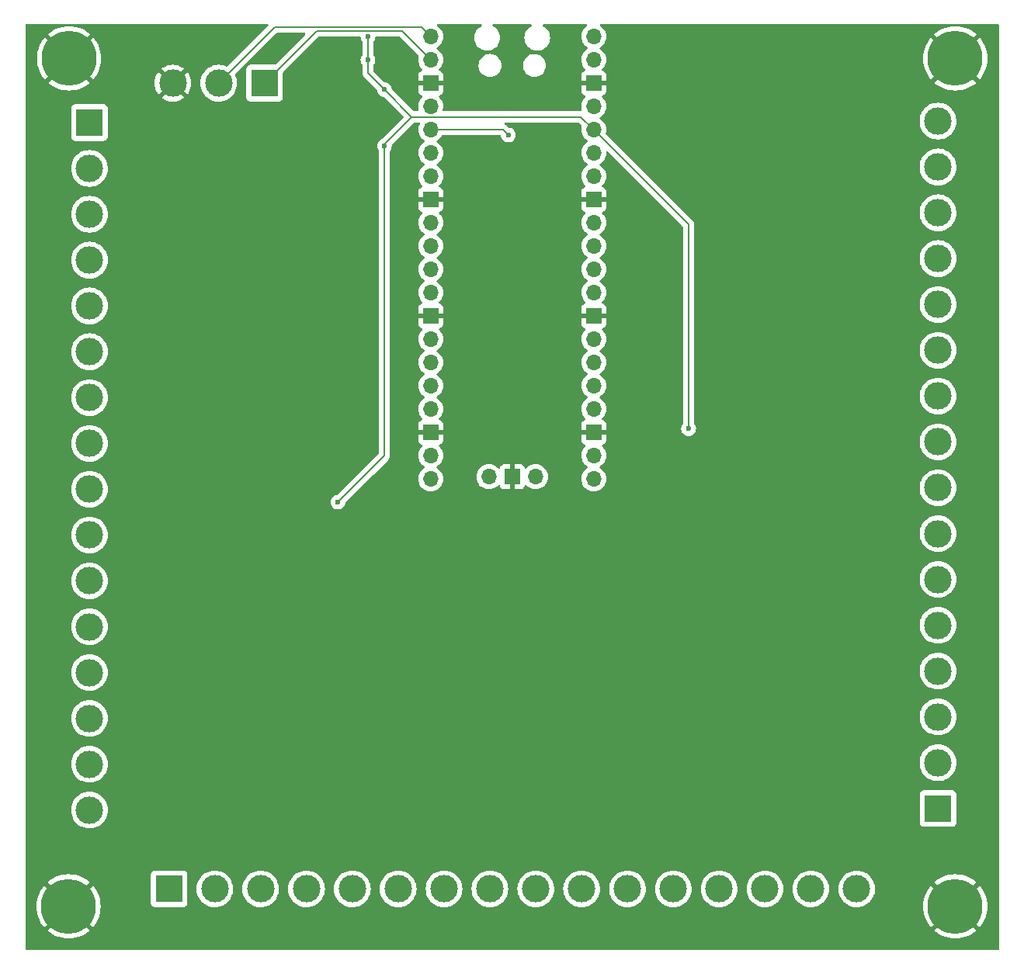
<source format=gbr>
%TF.GenerationSoftware,KiCad,Pcbnew,8.0.1*%
%TF.CreationDate,2024-07-17T22:40:59+10:00*%
%TF.ProjectId,stick,73746963-6b2e-46b6-9963-61645f706362,rev?*%
%TF.SameCoordinates,Original*%
%TF.FileFunction,Copper,L2,Bot*%
%TF.FilePolarity,Positive*%
%FSLAX46Y46*%
G04 Gerber Fmt 4.6, Leading zero omitted, Abs format (unit mm)*
G04 Created by KiCad (PCBNEW 8.0.1) date 2024-07-17 22:40:59*
%MOMM*%
%LPD*%
G01*
G04 APERTURE LIST*
%TA.AperFunction,ComponentPad*%
%ADD10C,6.000000*%
%TD*%
%TA.AperFunction,ComponentPad*%
%ADD11R,3.000000X3.000000*%
%TD*%
%TA.AperFunction,ComponentPad*%
%ADD12C,3.000000*%
%TD*%
%TA.AperFunction,ComponentPad*%
%ADD13O,1.700000X1.700000*%
%TD*%
%TA.AperFunction,ComponentPad*%
%ADD14R,1.700000X1.700000*%
%TD*%
%TA.AperFunction,ViaPad*%
%ADD15C,0.600000*%
%TD*%
%TA.AperFunction,Conductor*%
%ADD16C,0.200000*%
%TD*%
G04 APERTURE END LIST*
D10*
%TO.P,H3,1,1*%
%TO.N,GND*%
X99377500Y-137060000D03*
%TD*%
D11*
%TO.P,J2,1,Pin_1*%
%TO.N,Net-(J2-Pin_1)*%
X194195000Y-126392500D03*
D12*
%TO.P,J2,2,Pin_2*%
%TO.N,Net-(J2-Pin_2)*%
X194195000Y-121392500D03*
%TO.P,J2,3,Pin_3*%
%TO.N,Net-(J2-Pin_3)*%
X194195000Y-116392500D03*
%TO.P,J2,4,Pin_4*%
%TO.N,Net-(J2-Pin_4)*%
X194195000Y-111392500D03*
%TO.P,J2,5,Pin_5*%
%TO.N,Net-(J2-Pin_5)*%
X194195000Y-106392499D03*
%TO.P,J2,6,Pin_6*%
%TO.N,Net-(J2-Pin_6)*%
X194195000Y-101392499D03*
%TO.P,J2,7,Pin_7*%
%TO.N,Net-(J2-Pin_7)*%
X194195000Y-96392501D03*
%TO.P,J2,8,Pin_8*%
%TO.N,Net-(J2-Pin_8)*%
X194195000Y-91392500D03*
%TO.P,J2,9,Pin_9*%
%TO.N,Net-(J2-Pin_9)*%
X194195000Y-86392500D03*
%TO.P,J2,10,Pin_10*%
%TO.N,Net-(J2-Pin_10)*%
X194195000Y-81392500D03*
%TO.P,J2,11,Pin_11*%
%TO.N,Net-(J2-Pin_11)*%
X194195000Y-76392500D03*
%TO.P,J2,12,Pin_12*%
%TO.N,Net-(J2-Pin_12)*%
X194195000Y-71392500D03*
%TO.P,J2,13,Pin_13*%
%TO.N,Net-(J2-Pin_13)*%
X194195000Y-66392500D03*
%TO.P,J2,14,Pin_14*%
%TO.N,Net-(J2-Pin_14)*%
X194195000Y-61392500D03*
%TO.P,J2,15,Pin_15*%
%TO.N,Net-(J2-Pin_15)*%
X194195000Y-56392500D03*
%TO.P,J2,16,Pin_16*%
%TO.N,Net-(J2-Pin_16)*%
X194195000Y-51392499D03*
%TD*%
D11*
%TO.P,J4,1,Pin_1*%
%TO.N,/EXP_SCL*%
X120750000Y-47250000D03*
D12*
%TO.P,J4,2,Pin_2*%
%TO.N,/EXP_SDA*%
X115750000Y-47250000D03*
%TO.P,J4,3,Pin_3*%
%TO.N,GND*%
X110750000Y-47250000D03*
%TD*%
D11*
%TO.P,J3,1,Pin_1*%
%TO.N,Net-(J3-Pin_1)*%
X110327500Y-135160000D03*
D12*
%TO.P,J3,2,Pin_2*%
%TO.N,Net-(J3-Pin_2)*%
X115327500Y-135160000D03*
%TO.P,J3,3,Pin_3*%
%TO.N,Net-(J3-Pin_3)*%
X120327500Y-135160000D03*
%TO.P,J3,4,Pin_4*%
%TO.N,Net-(J3-Pin_4)*%
X125327500Y-135160000D03*
%TO.P,J3,5,Pin_5*%
%TO.N,Net-(J3-Pin_5)*%
X130327500Y-135160000D03*
%TO.P,J3,6,Pin_6*%
%TO.N,Net-(J3-Pin_6)*%
X135327500Y-135160000D03*
%TO.P,J3,7,Pin_7*%
%TO.N,Net-(J3-Pin_7)*%
X140327500Y-135160000D03*
%TO.P,J3,8,Pin_8*%
%TO.N,Net-(J3-Pin_8)*%
X145327500Y-135160000D03*
%TO.P,J3,9,Pin_9*%
%TO.N,Net-(J3-Pin_9)*%
X150327500Y-135160000D03*
%TO.P,J3,10,Pin_10*%
%TO.N,Net-(J3-Pin_10)*%
X155327500Y-135160000D03*
%TO.P,J3,11,Pin_11*%
%TO.N,Net-(J3-Pin_11)*%
X160327500Y-135160000D03*
%TO.P,J3,12,Pin_12*%
%TO.N,Net-(J3-Pin_12)*%
X165327500Y-135160000D03*
%TO.P,J3,13,Pin_13*%
%TO.N,Net-(J3-Pin_13)*%
X170327500Y-135160000D03*
%TO.P,J3,14,Pin_14*%
%TO.N,Net-(J3-Pin_14)*%
X175327500Y-135160000D03*
%TO.P,J3,15,Pin_15*%
%TO.N,Net-(J3-Pin_15)*%
X180327500Y-135160000D03*
%TO.P,J3,16,Pin_16*%
%TO.N,Net-(J3-Pin_16)*%
X185327500Y-135160000D03*
%TD*%
D10*
%TO.P,H4,1,1*%
%TO.N,GND*%
X196077500Y-137060000D03*
%TD*%
D11*
%TO.P,J1,1,Pin_1*%
%TO.N,Net-(J1-Pin_1)*%
X101659999Y-51552501D03*
D12*
%TO.P,J1,2,Pin_2*%
%TO.N,Net-(J1-Pin_2)*%
X101659999Y-56552501D03*
%TO.P,J1,3,Pin_3*%
%TO.N,Net-(J1-Pin_3)*%
X101659999Y-61552501D03*
%TO.P,J1,4,Pin_4*%
%TO.N,Net-(J1-Pin_4)*%
X101659999Y-66552501D03*
%TO.P,J1,5,Pin_5*%
%TO.N,Net-(J1-Pin_5)*%
X101659999Y-71552502D03*
%TO.P,J1,6,Pin_6*%
%TO.N,Net-(J1-Pin_6)*%
X101659999Y-76552502D03*
%TO.P,J1,7,Pin_7*%
%TO.N,Net-(J1-Pin_7)*%
X101659999Y-81552500D03*
%TO.P,J1,8,Pin_8*%
%TO.N,Net-(J1-Pin_8)*%
X101659999Y-86552501D03*
%TO.P,J1,9,Pin_9*%
%TO.N,Net-(J1-Pin_9)*%
X101659999Y-91552501D03*
%TO.P,J1,10,Pin_10*%
%TO.N,Net-(J1-Pin_10)*%
X101659999Y-96552501D03*
%TO.P,J1,11,Pin_11*%
%TO.N,Net-(J1-Pin_11)*%
X101659999Y-101552501D03*
%TO.P,J1,12,Pin_12*%
%TO.N,Net-(J1-Pin_12)*%
X101659999Y-106552501D03*
%TO.P,J1,13,Pin_13*%
%TO.N,Net-(J1-Pin_13)*%
X101659999Y-111552501D03*
%TO.P,J1,14,Pin_14*%
%TO.N,Net-(J1-Pin_14)*%
X101659999Y-116552501D03*
%TO.P,J1,15,Pin_15*%
%TO.N,Net-(J1-Pin_15)*%
X101659999Y-121552501D03*
%TO.P,J1,16,Pin_16*%
%TO.N,Net-(J1-Pin_16)*%
X101659999Y-126552502D03*
%TD*%
D10*
%TO.P,H2,1,1*%
%TO.N,GND*%
X196077500Y-44560000D03*
%TD*%
%TO.P,H1,1,1*%
%TO.N,GND*%
X99427500Y-44560000D03*
%TD*%
D13*
%TO.P,U1,1,GPIO0*%
%TO.N,/EXP_SDA*%
X138870000Y-42160000D03*
%TO.P,U1,2,GPIO1*%
%TO.N,/EXP_SCL*%
X138870000Y-44700000D03*
D14*
%TO.P,U1,3,GND*%
%TO.N,GND*%
X138870000Y-47240000D03*
D13*
%TO.P,U1,4,GPIO2*%
%TO.N,/P1_INT*%
X138870000Y-49780000D03*
%TO.P,U1,5,GPIO3*%
%TO.N,/P2_INT*%
X138870000Y-52320000D03*
%TO.P,U1,6,GPIO4*%
%TO.N,unconnected-(U1-GPIO4-Pad6)*%
X138870000Y-54860000D03*
%TO.P,U1,7,GPIO5*%
%TO.N,unconnected-(U1-GPIO5-Pad7)*%
X138870000Y-57400000D03*
D14*
%TO.P,U1,8,GND*%
%TO.N,GND*%
X138870000Y-59940000D03*
D13*
%TO.P,U1,9,GPIO6*%
%TO.N,unconnected-(U1-GPIO6-Pad9)*%
X138870000Y-62480000D03*
%TO.P,U1,10,GPIO7*%
%TO.N,unconnected-(U1-GPIO7-Pad10)*%
X138870000Y-65020000D03*
%TO.P,U1,11,GPIO8*%
%TO.N,Net-(J3-Pin_1)*%
X138870000Y-67560000D03*
%TO.P,U1,12,GPIO9*%
%TO.N,Net-(J3-Pin_2)*%
X138870000Y-70100000D03*
D14*
%TO.P,U1,13,GND*%
%TO.N,GND*%
X138870000Y-72640000D03*
D13*
%TO.P,U1,14,GPIO10*%
%TO.N,Net-(J3-Pin_3)*%
X138870000Y-75180000D03*
%TO.P,U1,15,GPIO11*%
%TO.N,Net-(J3-Pin_4)*%
X138870000Y-77720000D03*
%TO.P,U1,16,GPIO12*%
%TO.N,Net-(J3-Pin_5)*%
X138870000Y-80260000D03*
%TO.P,U1,17,GPIO13*%
%TO.N,Net-(J3-Pin_6)*%
X138870000Y-82800000D03*
D14*
%TO.P,U1,18,GND*%
%TO.N,GND*%
X138870000Y-85340000D03*
D13*
%TO.P,U1,19,GPIO14*%
%TO.N,Net-(J3-Pin_7)*%
X138870000Y-87880000D03*
%TO.P,U1,20,GPIO15*%
%TO.N,Net-(J3-Pin_8)*%
X138870000Y-90420000D03*
%TO.P,U1,21,GPIO16*%
%TO.N,Net-(J3-Pin_9)*%
X156650000Y-90420000D03*
%TO.P,U1,22,GPIO17*%
%TO.N,Net-(J3-Pin_10)*%
X156650000Y-87880000D03*
D14*
%TO.P,U1,23,GND*%
%TO.N,GND*%
X156650000Y-85340000D03*
D13*
%TO.P,U1,24,GPIO18*%
%TO.N,Net-(J3-Pin_11)*%
X156650000Y-82800000D03*
%TO.P,U1,25,GPIO19*%
%TO.N,Net-(J3-Pin_12)*%
X156650000Y-80260000D03*
%TO.P,U1,26,GPIO20*%
%TO.N,Net-(J3-Pin_13)*%
X156650000Y-77720000D03*
%TO.P,U1,27,GPIO21*%
%TO.N,Net-(J3-Pin_14)*%
X156650000Y-75180000D03*
D14*
%TO.P,U1,28,GND*%
%TO.N,GND*%
X156650000Y-72640000D03*
D13*
%TO.P,U1,29,GPIO22*%
%TO.N,Net-(J3-Pin_15)*%
X156650000Y-70100000D03*
%TO.P,U1,30,RUN*%
%TO.N,unconnected-(U1-RUN-Pad30)*%
X156650000Y-67560000D03*
%TO.P,U1,31,GPIO26_ADC0*%
%TO.N,Net-(J3-Pin_16)*%
X156650000Y-65020000D03*
%TO.P,U1,32,GPIO27_ADC1*%
%TO.N,unconnected-(U1-GPIO27_ADC1-Pad32)*%
X156650000Y-62480000D03*
D14*
%TO.P,U1,33,AGND*%
%TO.N,GND*%
X156650000Y-59940000D03*
D13*
%TO.P,U1,34,GPIO28_ADC2*%
%TO.N,unconnected-(U1-GPIO28_ADC2-Pad34)*%
X156650000Y-57400000D03*
%TO.P,U1,35,ADC_VREF*%
%TO.N,unconnected-(U1-ADC_VREF-Pad35)*%
X156650000Y-54860000D03*
%TO.P,U1,36,3V3*%
%TO.N,+3.3V*%
X156650000Y-52320000D03*
%TO.P,U1,37,3V3_EN*%
%TO.N,unconnected-(U1-3V3_EN-Pad37)*%
X156650000Y-49780000D03*
D14*
%TO.P,U1,38,GND*%
%TO.N,GND*%
X156650000Y-47240000D03*
D13*
%TO.P,U1,39,VSYS*%
%TO.N,unconnected-(U1-VSYS-Pad39)*%
X156650000Y-44700000D03*
%TO.P,U1,40,VBUS*%
%TO.N,unconnected-(U1-VBUS-Pad40)*%
X156650000Y-42160000D03*
%TO.P,U1,41,SWCLK*%
%TO.N,unconnected-(U1-SWCLK-Pad41)*%
X145220000Y-90190000D03*
D14*
%TO.P,U1,42,GND*%
%TO.N,GND*%
X147760000Y-90190000D03*
D13*
%TO.P,U1,43,SWDIO*%
%TO.N,unconnected-(U1-SWDIO-Pad43)*%
X150300000Y-90190000D03*
%TD*%
D15*
%TO.N,+3.3V*%
X132027500Y-42160000D03*
X167000000Y-84960000D03*
X128750000Y-92960000D03*
X132027500Y-44710000D03*
X133827500Y-54110000D03*
X133827500Y-47960000D03*
%TO.N,/P2_INT*%
X147327500Y-52910000D03*
%TD*%
D16*
%TO.N,+3.3V*%
X133827500Y-53900000D02*
X136797500Y-50930000D01*
X156650000Y-52320000D02*
X167000000Y-62670000D01*
X133827500Y-83000000D02*
X133827500Y-87882500D01*
X155260000Y-50930000D02*
X136797500Y-50930000D01*
X167000000Y-62670000D02*
X167000000Y-84960000D01*
X136797500Y-50930000D02*
X133827500Y-47960000D01*
X133827500Y-87882500D02*
X132105000Y-89605000D01*
X133827500Y-54110000D02*
X133827500Y-83000000D01*
X133827500Y-47960000D02*
X132027500Y-46160000D01*
X133827500Y-54110000D02*
X133827500Y-53900000D01*
X156650000Y-52320000D02*
X155260000Y-50930000D01*
X132027500Y-46160000D02*
X132027500Y-42160000D01*
X132105000Y-89605000D02*
X128750000Y-92960000D01*
%TO.N,/EXP_SDA*%
X137870000Y-41160000D02*
X138870000Y-42160000D01*
X121840000Y-41160000D02*
X137870000Y-41160000D01*
X115750000Y-47250000D02*
X121840000Y-41160000D01*
%TO.N,/EXP_SCL*%
X120750000Y-47250000D02*
X126440000Y-41560000D01*
X126440000Y-41560000D02*
X135730000Y-41560000D01*
X135730000Y-41560000D02*
X138870000Y-44700000D01*
%TO.N,/P2_INT*%
X146737500Y-52320000D02*
X138870000Y-52320000D01*
X147327500Y-52910000D02*
X146737500Y-52320000D01*
%TD*%
%TA.AperFunction,Conductor*%
%TO.N,GND*%
G36*
X99428268Y-40830185D02*
G01*
X99430998Y-40833336D01*
X99465111Y-40813858D01*
X99493771Y-40810500D01*
X121040902Y-40810500D01*
X121107941Y-40830185D01*
X121153696Y-40882989D01*
X121163640Y-40952147D01*
X121134615Y-41015703D01*
X121128583Y-41022181D01*
X116740626Y-45410137D01*
X116679303Y-45443622D01*
X116609611Y-45438638D01*
X116593517Y-45431288D01*
X116583163Y-45425634D01*
X116583162Y-45425633D01*
X116583161Y-45425633D01*
X116315046Y-45325631D01*
X116315043Y-45325630D01*
X116315037Y-45325628D01*
X116035433Y-45264804D01*
X115750001Y-45244390D01*
X115749999Y-45244390D01*
X115464566Y-45264804D01*
X115184962Y-45325628D01*
X114916833Y-45425635D01*
X114665690Y-45562770D01*
X114665682Y-45562775D01*
X114436612Y-45734254D01*
X114436594Y-45734270D01*
X114234270Y-45936594D01*
X114234254Y-45936612D01*
X114062775Y-46165682D01*
X114062770Y-46165690D01*
X113925635Y-46416833D01*
X113825628Y-46684962D01*
X113764804Y-46964566D01*
X113744390Y-47249998D01*
X113744390Y-47250001D01*
X113764804Y-47535433D01*
X113825628Y-47815037D01*
X113825630Y-47815043D01*
X113825631Y-47815046D01*
X113909481Y-48039856D01*
X113925635Y-48083166D01*
X114062770Y-48334309D01*
X114062775Y-48334317D01*
X114234254Y-48563387D01*
X114234270Y-48563405D01*
X114436594Y-48765729D01*
X114436612Y-48765745D01*
X114665682Y-48937224D01*
X114665690Y-48937229D01*
X114916833Y-49074364D01*
X114916832Y-49074364D01*
X114916836Y-49074365D01*
X114916839Y-49074367D01*
X115184954Y-49174369D01*
X115184960Y-49174370D01*
X115184962Y-49174371D01*
X115464566Y-49235195D01*
X115464568Y-49235195D01*
X115464572Y-49235196D01*
X115718220Y-49253337D01*
X115749999Y-49255610D01*
X115750000Y-49255610D01*
X115750001Y-49255610D01*
X115778595Y-49253564D01*
X116035428Y-49235196D01*
X116225742Y-49193796D01*
X116315037Y-49174371D01*
X116315037Y-49174370D01*
X116315046Y-49174369D01*
X116583161Y-49074367D01*
X116834315Y-48937226D01*
X117063395Y-48765739D01*
X117265739Y-48563395D01*
X117437226Y-48334315D01*
X117574367Y-48083161D01*
X117674369Y-47815046D01*
X117730310Y-47557890D01*
X117735195Y-47535433D01*
X117735195Y-47535432D01*
X117735196Y-47535428D01*
X117755610Y-47250000D01*
X117735196Y-46964572D01*
X117710957Y-46853148D01*
X117674371Y-46684962D01*
X117674370Y-46684960D01*
X117674369Y-46684954D01*
X117574367Y-46416839D01*
X117568709Y-46406478D01*
X117553858Y-46338208D01*
X117578275Y-46272743D01*
X117589854Y-46259379D01*
X122052417Y-41796819D01*
X122113740Y-41763334D01*
X122140098Y-41760500D01*
X125090903Y-41760500D01*
X125157942Y-41780185D01*
X125203697Y-41832989D01*
X125213641Y-41902147D01*
X125184616Y-41965703D01*
X125178584Y-41972181D01*
X121937582Y-45213181D01*
X121876259Y-45246666D01*
X121849901Y-45249500D01*
X119202129Y-45249500D01*
X119202123Y-45249501D01*
X119142516Y-45255908D01*
X119007671Y-45306202D01*
X119007664Y-45306206D01*
X118892455Y-45392452D01*
X118892452Y-45392455D01*
X118806206Y-45507664D01*
X118806202Y-45507671D01*
X118755908Y-45642517D01*
X118749501Y-45702116D01*
X118749500Y-45702135D01*
X118749500Y-48797870D01*
X118749501Y-48797876D01*
X118755908Y-48857483D01*
X118806202Y-48992328D01*
X118806206Y-48992335D01*
X118892452Y-49107544D01*
X118892455Y-49107547D01*
X119007664Y-49193793D01*
X119007671Y-49193797D01*
X119142517Y-49244091D01*
X119142516Y-49244091D01*
X119149444Y-49244835D01*
X119202127Y-49250500D01*
X122297872Y-49250499D01*
X122357483Y-49244091D01*
X122492331Y-49193796D01*
X122607546Y-49107546D01*
X122693796Y-48992331D01*
X122744091Y-48857483D01*
X122750500Y-48797873D01*
X122750499Y-46150095D01*
X122770184Y-46083057D01*
X122786813Y-46062420D01*
X126652416Y-42196819D01*
X126713739Y-42163334D01*
X126740097Y-42160500D01*
X131111178Y-42160500D01*
X131178217Y-42180185D01*
X131223972Y-42232989D01*
X131234398Y-42270617D01*
X131242130Y-42339249D01*
X131301710Y-42509521D01*
X131397685Y-42662263D01*
X131399945Y-42665097D01*
X131400834Y-42667275D01*
X131401389Y-42668158D01*
X131401234Y-42668255D01*
X131426355Y-42729783D01*
X131427000Y-42742412D01*
X131427000Y-44127587D01*
X131407315Y-44194626D01*
X131399950Y-44204896D01*
X131397686Y-44207734D01*
X131301711Y-44360476D01*
X131242131Y-44530745D01*
X131242130Y-44530750D01*
X131221935Y-44709996D01*
X131221935Y-44710003D01*
X131242130Y-44889249D01*
X131242131Y-44889254D01*
X131301711Y-45059523D01*
X131397685Y-45212263D01*
X131399945Y-45215097D01*
X131400834Y-45217275D01*
X131401389Y-45218158D01*
X131401234Y-45218255D01*
X131426355Y-45279783D01*
X131427000Y-45292412D01*
X131427000Y-46073330D01*
X131426999Y-46073348D01*
X131426999Y-46239054D01*
X131426998Y-46239054D01*
X131426999Y-46239057D01*
X131467923Y-46391785D01*
X131482388Y-46416839D01*
X131546977Y-46528712D01*
X131546981Y-46528717D01*
X131665849Y-46647585D01*
X131665855Y-46647590D01*
X132996798Y-47978533D01*
X133030283Y-48039856D01*
X133032337Y-48052330D01*
X133042130Y-48139249D01*
X133101710Y-48309521D01*
X133173857Y-48424341D01*
X133197684Y-48462262D01*
X133325238Y-48589816D01*
X133477978Y-48685789D01*
X133648245Y-48745368D01*
X133735169Y-48755161D01*
X133799580Y-48782226D01*
X133808965Y-48790700D01*
X135860583Y-50842318D01*
X135894068Y-50903641D01*
X135889084Y-50973333D01*
X135860583Y-51017680D01*
X133522718Y-53355545D01*
X133483704Y-53380065D01*
X133484247Y-53381192D01*
X133477979Y-53384210D01*
X133325237Y-53480184D01*
X133197684Y-53607737D01*
X133101711Y-53760476D01*
X133042131Y-53930745D01*
X133042130Y-53930750D01*
X133021935Y-54109996D01*
X133021935Y-54110003D01*
X133042130Y-54289249D01*
X133042131Y-54289254D01*
X133101711Y-54459523D01*
X133197685Y-54612263D01*
X133199945Y-54615097D01*
X133200834Y-54617275D01*
X133201389Y-54618158D01*
X133201234Y-54618255D01*
X133226355Y-54679783D01*
X133227000Y-54692412D01*
X133227000Y-87582402D01*
X133207315Y-87649441D01*
X133190681Y-87670083D01*
X131736284Y-89124480D01*
X128731465Y-92129298D01*
X128670142Y-92162783D01*
X128657668Y-92164837D01*
X128570750Y-92174630D01*
X128400478Y-92234210D01*
X128247737Y-92330184D01*
X128120184Y-92457737D01*
X128024211Y-92610476D01*
X127964631Y-92780745D01*
X127964630Y-92780750D01*
X127944435Y-92959996D01*
X127944435Y-92960003D01*
X127964630Y-93139249D01*
X127964631Y-93139254D01*
X128024211Y-93309523D01*
X128120184Y-93462262D01*
X128247738Y-93589816D01*
X128400478Y-93685789D01*
X128570745Y-93745368D01*
X128570750Y-93745369D01*
X128749996Y-93765565D01*
X128750000Y-93765565D01*
X128750004Y-93765565D01*
X128929249Y-93745369D01*
X128929252Y-93745368D01*
X128929255Y-93745368D01*
X129099522Y-93685789D01*
X129252262Y-93589816D01*
X129379816Y-93462262D01*
X129475789Y-93309522D01*
X129535368Y-93139255D01*
X129545161Y-93052329D01*
X129572226Y-92987918D01*
X129580690Y-92978543D01*
X132585520Y-89973716D01*
X132585520Y-89973714D01*
X132595724Y-89963511D01*
X132595728Y-89963506D01*
X134196213Y-88363021D01*
X134196216Y-88363020D01*
X134308020Y-88251216D01*
X134358139Y-88164404D01*
X134387077Y-88114285D01*
X134428001Y-87961557D01*
X134428001Y-87803443D01*
X134428001Y-87795848D01*
X134428000Y-87795830D01*
X134428000Y-54692412D01*
X134447685Y-54625373D01*
X134455055Y-54615097D01*
X134457310Y-54612267D01*
X134457316Y-54612262D01*
X134553289Y-54459522D01*
X134612868Y-54289255D01*
X134612869Y-54289249D01*
X134633065Y-54110003D01*
X134633065Y-54109998D01*
X134631233Y-54093747D01*
X134622907Y-54019849D01*
X134634961Y-53951031D01*
X134658443Y-53918290D01*
X137009916Y-51566819D01*
X137071239Y-51533334D01*
X137097597Y-51530500D01*
X137553397Y-51530500D01*
X137620436Y-51550185D01*
X137666191Y-51602989D01*
X137676135Y-51672147D01*
X137665779Y-51706905D01*
X137596097Y-51856335D01*
X137596094Y-51856344D01*
X137534938Y-52084586D01*
X137534936Y-52084596D01*
X137514341Y-52319999D01*
X137514341Y-52320000D01*
X137534936Y-52555403D01*
X137534938Y-52555413D01*
X137596094Y-52783655D01*
X137596096Y-52783659D01*
X137596097Y-52783663D01*
X137693293Y-52992099D01*
X137695965Y-52997830D01*
X137695967Y-52997834D01*
X137831501Y-53191395D01*
X137831506Y-53191402D01*
X137998597Y-53358493D01*
X137998603Y-53358498D01*
X138184158Y-53488425D01*
X138227783Y-53543002D01*
X138234977Y-53612500D01*
X138203454Y-53674855D01*
X138184158Y-53691575D01*
X137998597Y-53821505D01*
X137831505Y-53988597D01*
X137695965Y-54182169D01*
X137695964Y-54182171D01*
X137596098Y-54396335D01*
X137596094Y-54396344D01*
X137534938Y-54624586D01*
X137534936Y-54624596D01*
X137514341Y-54859999D01*
X137514341Y-54860000D01*
X137534936Y-55095403D01*
X137534938Y-55095413D01*
X137596094Y-55323655D01*
X137596096Y-55323659D01*
X137596097Y-55323663D01*
X137663492Y-55468191D01*
X137695965Y-55537830D01*
X137695967Y-55537834D01*
X137831501Y-55731395D01*
X137831506Y-55731402D01*
X137998597Y-55898493D01*
X137998603Y-55898498D01*
X138184158Y-56028425D01*
X138227783Y-56083002D01*
X138234977Y-56152500D01*
X138203454Y-56214855D01*
X138184158Y-56231575D01*
X137998597Y-56361505D01*
X137831505Y-56528597D01*
X137695965Y-56722169D01*
X137695964Y-56722171D01*
X137596098Y-56936335D01*
X137596094Y-56936344D01*
X137534938Y-57164586D01*
X137534936Y-57164596D01*
X137514341Y-57399999D01*
X137514341Y-57400000D01*
X137534936Y-57635403D01*
X137534938Y-57635413D01*
X137596094Y-57863655D01*
X137596096Y-57863659D01*
X137596097Y-57863663D01*
X137616886Y-57908245D01*
X137695965Y-58077830D01*
X137695967Y-58077834D01*
X137793318Y-58216864D01*
X137831501Y-58271396D01*
X137831506Y-58271402D01*
X137953818Y-58393714D01*
X137987303Y-58455037D01*
X137982319Y-58524729D01*
X137940447Y-58580662D01*
X137909471Y-58597577D01*
X137777912Y-58646646D01*
X137777906Y-58646649D01*
X137662812Y-58732809D01*
X137662809Y-58732812D01*
X137576649Y-58847906D01*
X137576645Y-58847913D01*
X137526403Y-58982620D01*
X137526401Y-58982627D01*
X137520000Y-59042155D01*
X137520000Y-59690000D01*
X138425440Y-59690000D01*
X138394755Y-59743147D01*
X138360000Y-59872857D01*
X138360000Y-60007143D01*
X138394755Y-60136853D01*
X138425440Y-60190000D01*
X137520000Y-60190000D01*
X137520000Y-60837844D01*
X137526401Y-60897372D01*
X137526403Y-60897379D01*
X137576645Y-61032086D01*
X137576649Y-61032093D01*
X137662809Y-61147187D01*
X137662812Y-61147190D01*
X137777906Y-61233350D01*
X137777913Y-61233354D01*
X137909470Y-61282421D01*
X137965403Y-61324292D01*
X137989821Y-61389756D01*
X137974970Y-61458029D01*
X137953819Y-61486284D01*
X137831503Y-61608600D01*
X137695965Y-61802169D01*
X137695964Y-61802171D01*
X137596098Y-62016335D01*
X137596094Y-62016344D01*
X137534938Y-62244586D01*
X137534936Y-62244596D01*
X137514341Y-62479999D01*
X137514341Y-62480000D01*
X137534936Y-62715403D01*
X137534938Y-62715413D01*
X137596094Y-62943655D01*
X137596096Y-62943659D01*
X137596097Y-62943663D01*
X137659546Y-63079729D01*
X137695965Y-63157830D01*
X137695967Y-63157834D01*
X137831501Y-63351395D01*
X137831506Y-63351402D01*
X137998597Y-63518493D01*
X137998603Y-63518498D01*
X138184158Y-63648425D01*
X138227783Y-63703002D01*
X138234977Y-63772500D01*
X138203454Y-63834855D01*
X138184158Y-63851575D01*
X137998597Y-63981505D01*
X137831505Y-64148597D01*
X137695965Y-64342169D01*
X137695964Y-64342171D01*
X137596098Y-64556335D01*
X137596094Y-64556344D01*
X137534938Y-64784586D01*
X137534936Y-64784596D01*
X137514341Y-65019999D01*
X137514341Y-65020000D01*
X137534936Y-65255403D01*
X137534938Y-65255413D01*
X137596094Y-65483655D01*
X137596096Y-65483659D01*
X137596097Y-65483663D01*
X137695965Y-65697830D01*
X137695967Y-65697834D01*
X137831501Y-65891395D01*
X137831506Y-65891402D01*
X137998597Y-66058493D01*
X137998603Y-66058498D01*
X138184158Y-66188425D01*
X138227783Y-66243002D01*
X138234977Y-66312500D01*
X138203454Y-66374855D01*
X138184158Y-66391575D01*
X137998597Y-66521505D01*
X137831505Y-66688597D01*
X137695965Y-66882169D01*
X137695964Y-66882171D01*
X137596098Y-67096335D01*
X137596094Y-67096344D01*
X137534938Y-67324586D01*
X137534936Y-67324596D01*
X137514341Y-67559999D01*
X137514341Y-67560000D01*
X137534936Y-67795403D01*
X137534938Y-67795413D01*
X137596094Y-68023655D01*
X137596096Y-68023659D01*
X137596097Y-68023663D01*
X137622239Y-68079724D01*
X137695965Y-68237830D01*
X137695967Y-68237834D01*
X137831501Y-68431395D01*
X137831506Y-68431402D01*
X137998597Y-68598493D01*
X137998603Y-68598498D01*
X138184158Y-68728425D01*
X138227783Y-68783002D01*
X138234977Y-68852500D01*
X138203454Y-68914855D01*
X138184158Y-68931575D01*
X137998597Y-69061505D01*
X137831505Y-69228597D01*
X137695965Y-69422169D01*
X137695964Y-69422171D01*
X137596098Y-69636335D01*
X137596094Y-69636344D01*
X137534938Y-69864586D01*
X137534936Y-69864596D01*
X137514341Y-70099999D01*
X137514341Y-70100000D01*
X137534936Y-70335403D01*
X137534938Y-70335413D01*
X137596094Y-70563655D01*
X137596096Y-70563659D01*
X137596097Y-70563663D01*
X137668688Y-70719335D01*
X137695965Y-70777830D01*
X137695967Y-70777834D01*
X137804281Y-70932521D01*
X137831501Y-70971396D01*
X137831506Y-70971402D01*
X137953818Y-71093714D01*
X137987303Y-71155037D01*
X137982319Y-71224729D01*
X137940447Y-71280662D01*
X137909471Y-71297577D01*
X137777912Y-71346646D01*
X137777906Y-71346649D01*
X137662812Y-71432809D01*
X137662809Y-71432812D01*
X137576649Y-71547906D01*
X137576645Y-71547913D01*
X137526403Y-71682620D01*
X137526401Y-71682627D01*
X137520000Y-71742155D01*
X137520000Y-72390000D01*
X138425440Y-72390000D01*
X138394755Y-72443147D01*
X138360000Y-72572857D01*
X138360000Y-72707143D01*
X138394755Y-72836853D01*
X138425440Y-72890000D01*
X137520000Y-72890000D01*
X137520000Y-73537844D01*
X137526401Y-73597372D01*
X137526403Y-73597379D01*
X137576645Y-73732086D01*
X137576649Y-73732093D01*
X137662809Y-73847187D01*
X137662812Y-73847190D01*
X137777906Y-73933350D01*
X137777913Y-73933354D01*
X137909470Y-73982421D01*
X137965403Y-74024292D01*
X137989821Y-74089756D01*
X137974970Y-74158029D01*
X137953819Y-74186284D01*
X137831503Y-74308600D01*
X137695965Y-74502169D01*
X137695964Y-74502171D01*
X137596098Y-74716335D01*
X137596094Y-74716344D01*
X137534938Y-74944586D01*
X137534936Y-74944596D01*
X137514341Y-75179999D01*
X137514341Y-75180000D01*
X137534936Y-75415403D01*
X137534938Y-75415413D01*
X137596094Y-75643655D01*
X137596096Y-75643659D01*
X137596097Y-75643663D01*
X137681800Y-75827454D01*
X137695965Y-75857830D01*
X137695967Y-75857834D01*
X137831501Y-76051395D01*
X137831506Y-76051402D01*
X137998597Y-76218493D01*
X137998603Y-76218498D01*
X138184158Y-76348425D01*
X138227783Y-76403002D01*
X138234977Y-76472500D01*
X138203454Y-76534855D01*
X138184158Y-76551575D01*
X137998597Y-76681505D01*
X137831505Y-76848597D01*
X137695965Y-77042169D01*
X137695964Y-77042171D01*
X137596098Y-77256335D01*
X137596094Y-77256344D01*
X137534938Y-77484586D01*
X137534936Y-77484596D01*
X137514341Y-77719999D01*
X137514341Y-77720000D01*
X137534936Y-77955403D01*
X137534938Y-77955413D01*
X137596094Y-78183655D01*
X137596096Y-78183659D01*
X137596097Y-78183663D01*
X137622240Y-78239726D01*
X137695965Y-78397830D01*
X137695967Y-78397834D01*
X137831501Y-78591395D01*
X137831506Y-78591402D01*
X137998597Y-78758493D01*
X137998603Y-78758498D01*
X138184158Y-78888425D01*
X138227783Y-78943002D01*
X138234977Y-79012500D01*
X138203454Y-79074855D01*
X138184158Y-79091575D01*
X137998597Y-79221505D01*
X137831505Y-79388597D01*
X137695965Y-79582169D01*
X137695964Y-79582171D01*
X137596098Y-79796335D01*
X137596094Y-79796344D01*
X137534938Y-80024586D01*
X137534936Y-80024596D01*
X137514341Y-80259999D01*
X137514341Y-80260000D01*
X137534936Y-80495403D01*
X137534938Y-80495413D01*
X137596094Y-80723655D01*
X137596096Y-80723659D01*
X137596097Y-80723663D01*
X137695965Y-80937830D01*
X137695967Y-80937834D01*
X137804281Y-81092521D01*
X137814465Y-81107066D01*
X137831501Y-81131395D01*
X137831506Y-81131402D01*
X137998597Y-81298493D01*
X137998603Y-81298498D01*
X138184158Y-81428425D01*
X138227783Y-81483002D01*
X138234977Y-81552500D01*
X138203454Y-81614855D01*
X138184158Y-81631575D01*
X137998597Y-81761505D01*
X137831505Y-81928597D01*
X137695965Y-82122169D01*
X137695964Y-82122171D01*
X137596098Y-82336335D01*
X137596094Y-82336344D01*
X137534938Y-82564586D01*
X137534936Y-82564596D01*
X137514341Y-82799999D01*
X137514341Y-82800000D01*
X137534936Y-83035403D01*
X137534938Y-83035413D01*
X137596094Y-83263655D01*
X137596096Y-83263659D01*
X137596097Y-83263663D01*
X137648884Y-83376864D01*
X137695965Y-83477830D01*
X137695967Y-83477834D01*
X137804281Y-83632521D01*
X137831501Y-83671396D01*
X137831506Y-83671402D01*
X137953818Y-83793714D01*
X137987303Y-83855037D01*
X137982319Y-83924729D01*
X137940447Y-83980662D01*
X137909471Y-83997577D01*
X137777912Y-84046646D01*
X137777906Y-84046649D01*
X137662812Y-84132809D01*
X137662809Y-84132812D01*
X137576649Y-84247906D01*
X137576645Y-84247913D01*
X137526403Y-84382620D01*
X137526401Y-84382627D01*
X137520000Y-84442155D01*
X137520000Y-85090000D01*
X138425440Y-85090000D01*
X138394755Y-85143147D01*
X138360000Y-85272857D01*
X138360000Y-85407143D01*
X138394755Y-85536853D01*
X138425440Y-85590000D01*
X137520000Y-85590000D01*
X137520000Y-86237844D01*
X137526401Y-86297372D01*
X137526403Y-86297379D01*
X137576645Y-86432086D01*
X137576649Y-86432093D01*
X137662809Y-86547187D01*
X137662812Y-86547190D01*
X137777906Y-86633350D01*
X137777913Y-86633354D01*
X137909470Y-86682421D01*
X137965403Y-86724292D01*
X137989821Y-86789756D01*
X137974970Y-86858029D01*
X137953819Y-86886284D01*
X137831503Y-87008600D01*
X137695965Y-87202169D01*
X137695964Y-87202171D01*
X137596098Y-87416335D01*
X137596094Y-87416344D01*
X137534938Y-87644586D01*
X137534936Y-87644596D01*
X137514341Y-87879999D01*
X137514341Y-87880000D01*
X137534936Y-88115403D01*
X137534938Y-88115413D01*
X137596094Y-88343655D01*
X137596096Y-88343659D01*
X137596097Y-88343663D01*
X137658213Y-88476870D01*
X137695965Y-88557830D01*
X137695967Y-88557834D01*
X137831501Y-88751395D01*
X137831506Y-88751402D01*
X137998597Y-88918493D01*
X137998603Y-88918498D01*
X138184158Y-89048425D01*
X138227783Y-89103002D01*
X138234977Y-89172500D01*
X138203454Y-89234855D01*
X138184158Y-89251575D01*
X137998597Y-89381505D01*
X137831505Y-89548597D01*
X137695965Y-89742169D01*
X137695964Y-89742171D01*
X137596098Y-89956335D01*
X137596094Y-89956344D01*
X137534938Y-90184586D01*
X137534936Y-90184596D01*
X137514341Y-90419999D01*
X137514341Y-90420000D01*
X137534936Y-90655403D01*
X137534938Y-90655413D01*
X137596094Y-90883655D01*
X137596096Y-90883659D01*
X137596097Y-90883663D01*
X137644496Y-90987455D01*
X137695965Y-91097830D01*
X137695967Y-91097834D01*
X137732865Y-91150529D01*
X137831505Y-91291401D01*
X137998599Y-91458495D01*
X138093665Y-91525061D01*
X138192165Y-91594032D01*
X138192167Y-91594033D01*
X138192170Y-91594035D01*
X138406337Y-91693903D01*
X138634592Y-91755063D01*
X138822918Y-91771539D01*
X138869999Y-91775659D01*
X138870000Y-91775659D01*
X138870001Y-91775659D01*
X138909234Y-91772226D01*
X139105408Y-91755063D01*
X139333663Y-91693903D01*
X139547830Y-91594035D01*
X139741401Y-91458495D01*
X139908495Y-91291401D01*
X140044035Y-91097830D01*
X140143903Y-90883663D01*
X140205063Y-90655408D01*
X140225659Y-90420000D01*
X140205536Y-90190000D01*
X143864341Y-90190000D01*
X143884936Y-90425403D01*
X143884938Y-90425413D01*
X143946094Y-90653655D01*
X143946096Y-90653659D01*
X143946097Y-90653663D01*
X143976720Y-90719334D01*
X144045965Y-90867830D01*
X144045967Y-90867834D01*
X144129727Y-90987455D01*
X144181505Y-91061401D01*
X144348599Y-91228495D01*
X144403694Y-91267073D01*
X144542165Y-91364032D01*
X144542167Y-91364033D01*
X144542170Y-91364035D01*
X144756337Y-91463903D01*
X144984592Y-91525063D01*
X145155319Y-91540000D01*
X145219999Y-91545659D01*
X145220000Y-91545659D01*
X145220001Y-91545659D01*
X145284681Y-91540000D01*
X145455408Y-91525063D01*
X145683663Y-91463903D01*
X145897830Y-91364035D01*
X146091401Y-91228495D01*
X146213717Y-91106178D01*
X146275036Y-91072696D01*
X146344728Y-91077680D01*
X146400662Y-91119551D01*
X146417577Y-91150528D01*
X146466646Y-91282088D01*
X146466649Y-91282093D01*
X146552809Y-91397187D01*
X146552812Y-91397190D01*
X146667906Y-91483350D01*
X146667913Y-91483354D01*
X146802620Y-91533596D01*
X146802627Y-91533598D01*
X146862155Y-91539999D01*
X146862172Y-91540000D01*
X147510000Y-91540000D01*
X147510000Y-90634560D01*
X147563147Y-90665245D01*
X147692857Y-90700000D01*
X147827143Y-90700000D01*
X147956853Y-90665245D01*
X148010000Y-90634560D01*
X148010000Y-91540000D01*
X148657828Y-91540000D01*
X148657844Y-91539999D01*
X148717372Y-91533598D01*
X148717379Y-91533596D01*
X148852086Y-91483354D01*
X148852093Y-91483350D01*
X148967187Y-91397190D01*
X148967190Y-91397187D01*
X149053350Y-91282093D01*
X149053354Y-91282086D01*
X149102422Y-91150529D01*
X149144293Y-91094595D01*
X149209757Y-91070178D01*
X149278030Y-91085030D01*
X149306285Y-91106181D01*
X149428599Y-91228495D01*
X149483694Y-91267073D01*
X149622165Y-91364032D01*
X149622167Y-91364033D01*
X149622170Y-91364035D01*
X149836337Y-91463903D01*
X150064592Y-91525063D01*
X150235319Y-91540000D01*
X150299999Y-91545659D01*
X150300000Y-91545659D01*
X150300001Y-91545659D01*
X150364681Y-91540000D01*
X150535408Y-91525063D01*
X150763663Y-91463903D01*
X150977830Y-91364035D01*
X151171401Y-91228495D01*
X151338495Y-91061401D01*
X151474035Y-90867830D01*
X151573903Y-90653663D01*
X151635063Y-90425408D01*
X151655659Y-90190000D01*
X151635063Y-89954592D01*
X151574385Y-89728136D01*
X151573905Y-89726344D01*
X151573904Y-89726343D01*
X151573903Y-89726337D01*
X151474035Y-89512171D01*
X151382540Y-89381501D01*
X151338494Y-89318597D01*
X151171402Y-89151506D01*
X151171395Y-89151501D01*
X151169251Y-89150000D01*
X151094854Y-89097906D01*
X150977834Y-89015967D01*
X150977830Y-89015965D01*
X150906727Y-88982809D01*
X150763663Y-88916097D01*
X150763659Y-88916096D01*
X150763655Y-88916094D01*
X150535413Y-88854938D01*
X150535403Y-88854936D01*
X150300001Y-88834341D01*
X150299999Y-88834341D01*
X150064596Y-88854936D01*
X150064586Y-88854938D01*
X149836344Y-88916094D01*
X149836335Y-88916098D01*
X149622171Y-89015964D01*
X149622169Y-89015965D01*
X149428600Y-89151503D01*
X149306284Y-89273819D01*
X149244961Y-89307303D01*
X149175269Y-89302319D01*
X149119336Y-89260447D01*
X149102421Y-89229470D01*
X149053354Y-89097913D01*
X149053350Y-89097906D01*
X148967190Y-88982812D01*
X148967187Y-88982809D01*
X148852093Y-88896649D01*
X148852086Y-88896645D01*
X148717379Y-88846403D01*
X148717372Y-88846401D01*
X148657844Y-88840000D01*
X148010000Y-88840000D01*
X148010000Y-89745439D01*
X147956853Y-89714755D01*
X147827143Y-89680000D01*
X147692857Y-89680000D01*
X147563147Y-89714755D01*
X147510000Y-89745439D01*
X147510000Y-88840000D01*
X146862155Y-88840000D01*
X146802627Y-88846401D01*
X146802620Y-88846403D01*
X146667913Y-88896645D01*
X146667906Y-88896649D01*
X146552812Y-88982809D01*
X146552809Y-88982812D01*
X146466649Y-89097906D01*
X146466645Y-89097913D01*
X146417578Y-89229470D01*
X146375707Y-89285404D01*
X146310242Y-89309821D01*
X146241969Y-89294969D01*
X146213715Y-89273819D01*
X146169366Y-89229470D01*
X146091401Y-89151505D01*
X146091397Y-89151502D01*
X146091396Y-89151501D01*
X145897834Y-89015967D01*
X145897830Y-89015965D01*
X145826727Y-88982809D01*
X145683663Y-88916097D01*
X145683659Y-88916096D01*
X145683655Y-88916094D01*
X145455413Y-88854938D01*
X145455403Y-88854936D01*
X145220001Y-88834341D01*
X145219999Y-88834341D01*
X144984596Y-88854936D01*
X144984586Y-88854938D01*
X144756344Y-88916094D01*
X144756335Y-88916098D01*
X144542171Y-89015964D01*
X144542169Y-89015965D01*
X144348597Y-89151505D01*
X144181505Y-89318597D01*
X144045965Y-89512169D01*
X144045964Y-89512171D01*
X143946098Y-89726335D01*
X143946094Y-89726344D01*
X143884938Y-89954586D01*
X143884936Y-89954596D01*
X143864341Y-90189999D01*
X143864341Y-90190000D01*
X140205536Y-90190000D01*
X140205063Y-90184592D01*
X140143903Y-89956337D01*
X140044035Y-89742171D01*
X140034207Y-89728134D01*
X139908494Y-89548597D01*
X139741402Y-89381506D01*
X139741396Y-89381501D01*
X139555842Y-89251575D01*
X139512217Y-89196998D01*
X139505023Y-89127500D01*
X139536546Y-89065145D01*
X139555842Y-89048425D01*
X139602197Y-89015967D01*
X139741401Y-88918495D01*
X139908495Y-88751401D01*
X140044035Y-88557830D01*
X140143903Y-88343663D01*
X140205063Y-88115408D01*
X140225659Y-87880000D01*
X140205063Y-87644592D01*
X140143903Y-87416337D01*
X140044035Y-87202171D01*
X139908495Y-87008599D01*
X139786179Y-86886283D01*
X139752696Y-86824963D01*
X139757680Y-86755271D01*
X139799551Y-86699337D01*
X139830529Y-86682422D01*
X139962086Y-86633354D01*
X139962093Y-86633350D01*
X140077187Y-86547190D01*
X140077190Y-86547187D01*
X140163350Y-86432093D01*
X140163354Y-86432086D01*
X140213596Y-86297379D01*
X140213598Y-86297372D01*
X140219999Y-86237844D01*
X140220000Y-86237827D01*
X140220000Y-85590000D01*
X139314560Y-85590000D01*
X139345245Y-85536853D01*
X139380000Y-85407143D01*
X139380000Y-85272857D01*
X139345245Y-85143147D01*
X139314560Y-85090000D01*
X140220000Y-85090000D01*
X140220000Y-84442172D01*
X140219999Y-84442155D01*
X140213598Y-84382627D01*
X140213596Y-84382620D01*
X140163354Y-84247913D01*
X140163350Y-84247906D01*
X140077190Y-84132812D01*
X140077187Y-84132809D01*
X139962093Y-84046649D01*
X139962088Y-84046646D01*
X139830528Y-83997577D01*
X139774595Y-83955705D01*
X139750178Y-83890241D01*
X139765030Y-83821968D01*
X139786175Y-83793720D01*
X139908495Y-83671401D01*
X140044035Y-83477830D01*
X140143903Y-83263663D01*
X140205063Y-83035408D01*
X140225659Y-82800000D01*
X140205063Y-82564592D01*
X140143903Y-82336337D01*
X140044035Y-82122171D01*
X140040791Y-82117537D01*
X139908494Y-81928597D01*
X139741402Y-81761506D01*
X139741396Y-81761501D01*
X139555842Y-81631575D01*
X139512217Y-81576998D01*
X139505023Y-81507500D01*
X139536546Y-81445145D01*
X139555842Y-81428425D01*
X139607151Y-81392498D01*
X139741401Y-81298495D01*
X139908495Y-81131401D01*
X140044035Y-80937830D01*
X140143903Y-80723663D01*
X140205063Y-80495408D01*
X140225659Y-80260000D01*
X140223831Y-80239112D01*
X140206128Y-80036770D01*
X140205063Y-80024592D01*
X140143903Y-79796337D01*
X140044035Y-79582171D01*
X139921593Y-79407304D01*
X139908494Y-79388597D01*
X139741402Y-79221506D01*
X139741396Y-79221501D01*
X139555842Y-79091575D01*
X139512217Y-79036998D01*
X139505023Y-78967500D01*
X139536546Y-78905145D01*
X139555842Y-78888425D01*
X139578026Y-78872891D01*
X139741401Y-78758495D01*
X139908495Y-78591401D01*
X140044035Y-78397830D01*
X140143903Y-78183663D01*
X140205063Y-77955408D01*
X140225659Y-77720000D01*
X140205063Y-77484592D01*
X140143903Y-77256337D01*
X140044035Y-77042171D01*
X139984781Y-76957546D01*
X139908494Y-76848597D01*
X139741402Y-76681506D01*
X139741396Y-76681501D01*
X139555842Y-76551575D01*
X139512217Y-76496998D01*
X139505023Y-76427500D01*
X139536546Y-76365145D01*
X139555842Y-76348425D01*
X139672023Y-76267074D01*
X139741401Y-76218495D01*
X139908495Y-76051401D01*
X140044035Y-75857830D01*
X140143903Y-75643663D01*
X140205063Y-75415408D01*
X140225659Y-75180000D01*
X140205063Y-74944592D01*
X140143903Y-74716337D01*
X140044035Y-74502171D01*
X139908495Y-74308599D01*
X139786179Y-74186283D01*
X139752696Y-74124963D01*
X139757680Y-74055271D01*
X139799551Y-73999337D01*
X139830529Y-73982422D01*
X139962086Y-73933354D01*
X139962093Y-73933350D01*
X140077187Y-73847190D01*
X140077190Y-73847187D01*
X140163350Y-73732093D01*
X140163354Y-73732086D01*
X140213596Y-73597379D01*
X140213598Y-73597372D01*
X140219999Y-73537844D01*
X140220000Y-73537827D01*
X140220000Y-72890000D01*
X139314560Y-72890000D01*
X139345245Y-72836853D01*
X139380000Y-72707143D01*
X139380000Y-72572857D01*
X139345245Y-72443147D01*
X139314560Y-72390000D01*
X140220000Y-72390000D01*
X140220000Y-71742172D01*
X140219999Y-71742155D01*
X140213598Y-71682627D01*
X140213596Y-71682620D01*
X140163354Y-71547913D01*
X140163350Y-71547906D01*
X140077190Y-71432812D01*
X140077187Y-71432809D01*
X139962093Y-71346649D01*
X139962088Y-71346646D01*
X139830528Y-71297577D01*
X139774595Y-71255705D01*
X139750178Y-71190241D01*
X139765030Y-71121968D01*
X139786175Y-71093720D01*
X139908495Y-70971401D01*
X140044035Y-70777830D01*
X140143903Y-70563663D01*
X140205063Y-70335408D01*
X140225659Y-70100000D01*
X140223831Y-70079112D01*
X140206128Y-69876770D01*
X140205063Y-69864592D01*
X140143903Y-69636337D01*
X140044035Y-69422171D01*
X139908495Y-69228599D01*
X139908494Y-69228597D01*
X139741402Y-69061506D01*
X139741396Y-69061501D01*
X139555842Y-68931575D01*
X139512217Y-68876998D01*
X139505023Y-68807500D01*
X139536546Y-68745145D01*
X139555842Y-68728425D01*
X139578026Y-68712891D01*
X139741401Y-68598495D01*
X139908495Y-68431401D01*
X140044035Y-68237830D01*
X140143903Y-68023663D01*
X140205063Y-67795408D01*
X140225659Y-67560000D01*
X140205063Y-67324592D01*
X140143903Y-67096337D01*
X140044035Y-66882171D01*
X139908495Y-66688599D01*
X139908494Y-66688597D01*
X139741402Y-66521506D01*
X139741396Y-66521501D01*
X139555842Y-66391575D01*
X139512217Y-66336998D01*
X139505023Y-66267500D01*
X139536546Y-66205145D01*
X139555842Y-66188425D01*
X139672034Y-66107066D01*
X139741401Y-66058495D01*
X139908495Y-65891401D01*
X140044035Y-65697830D01*
X140143903Y-65483663D01*
X140205063Y-65255408D01*
X140225659Y-65020000D01*
X140205063Y-64784592D01*
X140143903Y-64556337D01*
X140044035Y-64342171D01*
X139908495Y-64148599D01*
X139908494Y-64148597D01*
X139741402Y-63981506D01*
X139741396Y-63981501D01*
X139555842Y-63851575D01*
X139512217Y-63796998D01*
X139505023Y-63727500D01*
X139536546Y-63665145D01*
X139555842Y-63648425D01*
X139578026Y-63632891D01*
X139741401Y-63518495D01*
X139908495Y-63351401D01*
X140044035Y-63157830D01*
X140143903Y-62943663D01*
X140205063Y-62715408D01*
X140225659Y-62480000D01*
X140205063Y-62244592D01*
X140143903Y-62016337D01*
X140044035Y-61802171D01*
X139957039Y-61677928D01*
X139908496Y-61608600D01*
X139852395Y-61552499D01*
X139786179Y-61486283D01*
X139752696Y-61424963D01*
X139757680Y-61355271D01*
X139799551Y-61299337D01*
X139830529Y-61282422D01*
X139962086Y-61233354D01*
X139962093Y-61233350D01*
X140077187Y-61147190D01*
X140077190Y-61147187D01*
X140163350Y-61032093D01*
X140163354Y-61032086D01*
X140213596Y-60897379D01*
X140213598Y-60897372D01*
X140219999Y-60837844D01*
X140220000Y-60837827D01*
X140220000Y-60190000D01*
X139314560Y-60190000D01*
X139345245Y-60136853D01*
X139380000Y-60007143D01*
X139380000Y-59872857D01*
X139345245Y-59743147D01*
X139314560Y-59690000D01*
X140220000Y-59690000D01*
X140220000Y-59042172D01*
X140219999Y-59042155D01*
X140213598Y-58982627D01*
X140213596Y-58982620D01*
X140163354Y-58847913D01*
X140163350Y-58847906D01*
X140077190Y-58732812D01*
X140077187Y-58732809D01*
X139962093Y-58646649D01*
X139962088Y-58646646D01*
X139830528Y-58597577D01*
X139774595Y-58555705D01*
X139750178Y-58490241D01*
X139765030Y-58421968D01*
X139786175Y-58393720D01*
X139908495Y-58271401D01*
X140044035Y-58077830D01*
X140143903Y-57863663D01*
X140205063Y-57635408D01*
X140225659Y-57400000D01*
X140205063Y-57164592D01*
X140149586Y-56957546D01*
X140143905Y-56936344D01*
X140143904Y-56936343D01*
X140143903Y-56936337D01*
X140044035Y-56722171D01*
X140013060Y-56677933D01*
X139908494Y-56528597D01*
X139741402Y-56361506D01*
X139741396Y-56361501D01*
X139555842Y-56231575D01*
X139512217Y-56176998D01*
X139505023Y-56107500D01*
X139536546Y-56045145D01*
X139555842Y-56028425D01*
X139578026Y-56012891D01*
X139741401Y-55898495D01*
X139908495Y-55731401D01*
X140044035Y-55537830D01*
X140143903Y-55323663D01*
X140205063Y-55095408D01*
X140225659Y-54860000D01*
X140205063Y-54624592D01*
X140143903Y-54396337D01*
X140044035Y-54182171D01*
X139993500Y-54109998D01*
X139908494Y-53988597D01*
X139741402Y-53821506D01*
X139741396Y-53821501D01*
X139555842Y-53691575D01*
X139512217Y-53636998D01*
X139505023Y-53567500D01*
X139536546Y-53505145D01*
X139555842Y-53488425D01*
X139578026Y-53472891D01*
X139741401Y-53358495D01*
X139908495Y-53191401D01*
X140044035Y-52997830D01*
X140046707Y-52992097D01*
X140092878Y-52939658D01*
X140159091Y-52920500D01*
X146412305Y-52920500D01*
X146479344Y-52940185D01*
X146525099Y-52992989D01*
X146535525Y-53030618D01*
X146542130Y-53089248D01*
X146542131Y-53089253D01*
X146542132Y-53089255D01*
X146566482Y-53158845D01*
X146601710Y-53259521D01*
X146623900Y-53294836D01*
X146697684Y-53412262D01*
X146825238Y-53539816D01*
X146846222Y-53553001D01*
X146933333Y-53607737D01*
X146977978Y-53635789D01*
X147121373Y-53685965D01*
X147148245Y-53695368D01*
X147148250Y-53695369D01*
X147327496Y-53715565D01*
X147327500Y-53715565D01*
X147327504Y-53715565D01*
X147506749Y-53695369D01*
X147506752Y-53695368D01*
X147506755Y-53695368D01*
X147677022Y-53635789D01*
X147829762Y-53539816D01*
X147957316Y-53412262D01*
X148053289Y-53259522D01*
X148112868Y-53089255D01*
X148112869Y-53089248D01*
X148133065Y-52910003D01*
X148133065Y-52909996D01*
X148112869Y-52730750D01*
X148112868Y-52730745D01*
X148053288Y-52560476D01*
X147957315Y-52407737D01*
X147829762Y-52280184D01*
X147677021Y-52184210D01*
X147506749Y-52124630D01*
X147419830Y-52114837D01*
X147355416Y-52087770D01*
X147346033Y-52079298D01*
X147225090Y-51958355D01*
X147225088Y-51958352D01*
X147106217Y-51839481D01*
X147106216Y-51839480D01*
X147019404Y-51789360D01*
X147019404Y-51789359D01*
X147019400Y-51789358D01*
X146971819Y-51761886D01*
X146923604Y-51711318D01*
X146910383Y-51642711D01*
X146936352Y-51577847D01*
X146993267Y-51537319D01*
X147033821Y-51530500D01*
X154959903Y-51530500D01*
X155026942Y-51550185D01*
X155047584Y-51566819D01*
X155317233Y-51836468D01*
X155350718Y-51897791D01*
X155349327Y-51956241D01*
X155314939Y-52084583D01*
X155314936Y-52084596D01*
X155294341Y-52319999D01*
X155294341Y-52320000D01*
X155314936Y-52555403D01*
X155314938Y-52555413D01*
X155376094Y-52783655D01*
X155376096Y-52783659D01*
X155376097Y-52783663D01*
X155473293Y-52992099D01*
X155475965Y-52997830D01*
X155475967Y-52997834D01*
X155611501Y-53191395D01*
X155611506Y-53191402D01*
X155778597Y-53358493D01*
X155778603Y-53358498D01*
X155964158Y-53488425D01*
X156007783Y-53543002D01*
X156014977Y-53612500D01*
X155983454Y-53674855D01*
X155964158Y-53691575D01*
X155778597Y-53821505D01*
X155611505Y-53988597D01*
X155475965Y-54182169D01*
X155475964Y-54182171D01*
X155376098Y-54396335D01*
X155376094Y-54396344D01*
X155314938Y-54624586D01*
X155314936Y-54624596D01*
X155294341Y-54859999D01*
X155294341Y-54860000D01*
X155314936Y-55095403D01*
X155314938Y-55095413D01*
X155376094Y-55323655D01*
X155376096Y-55323659D01*
X155376097Y-55323663D01*
X155443492Y-55468191D01*
X155475965Y-55537830D01*
X155475967Y-55537834D01*
X155611501Y-55731395D01*
X155611506Y-55731402D01*
X155778597Y-55898493D01*
X155778603Y-55898498D01*
X155964158Y-56028425D01*
X156007783Y-56083002D01*
X156014977Y-56152500D01*
X155983454Y-56214855D01*
X155964158Y-56231575D01*
X155778597Y-56361505D01*
X155611505Y-56528597D01*
X155475965Y-56722169D01*
X155475964Y-56722171D01*
X155376098Y-56936335D01*
X155376094Y-56936344D01*
X155314938Y-57164586D01*
X155314936Y-57164596D01*
X155294341Y-57399999D01*
X155294341Y-57400000D01*
X155314936Y-57635403D01*
X155314938Y-57635413D01*
X155376094Y-57863655D01*
X155376096Y-57863659D01*
X155376097Y-57863663D01*
X155396886Y-57908245D01*
X155475965Y-58077830D01*
X155475967Y-58077834D01*
X155573318Y-58216864D01*
X155611501Y-58271396D01*
X155611506Y-58271402D01*
X155733818Y-58393714D01*
X155767303Y-58455037D01*
X155762319Y-58524729D01*
X155720447Y-58580662D01*
X155689471Y-58597577D01*
X155557912Y-58646646D01*
X155557906Y-58646649D01*
X155442812Y-58732809D01*
X155442809Y-58732812D01*
X155356649Y-58847906D01*
X155356645Y-58847913D01*
X155306403Y-58982620D01*
X155306401Y-58982627D01*
X155300000Y-59042155D01*
X155300000Y-59690000D01*
X156205440Y-59690000D01*
X156174755Y-59743147D01*
X156140000Y-59872857D01*
X156140000Y-60007143D01*
X156174755Y-60136853D01*
X156205440Y-60190000D01*
X155300000Y-60190000D01*
X155300000Y-60837844D01*
X155306401Y-60897372D01*
X155306403Y-60897379D01*
X155356645Y-61032086D01*
X155356649Y-61032093D01*
X155442809Y-61147187D01*
X155442812Y-61147190D01*
X155557906Y-61233350D01*
X155557913Y-61233354D01*
X155689470Y-61282421D01*
X155745403Y-61324292D01*
X155769821Y-61389756D01*
X155754970Y-61458029D01*
X155733819Y-61486284D01*
X155611503Y-61608600D01*
X155475965Y-61802169D01*
X155475964Y-61802171D01*
X155376098Y-62016335D01*
X155376094Y-62016344D01*
X155314938Y-62244586D01*
X155314936Y-62244596D01*
X155294341Y-62479999D01*
X155294341Y-62480000D01*
X155314936Y-62715403D01*
X155314938Y-62715413D01*
X155376094Y-62943655D01*
X155376096Y-62943659D01*
X155376097Y-62943663D01*
X155439546Y-63079729D01*
X155475965Y-63157830D01*
X155475967Y-63157834D01*
X155611501Y-63351395D01*
X155611506Y-63351402D01*
X155778597Y-63518493D01*
X155778603Y-63518498D01*
X155964158Y-63648425D01*
X156007783Y-63703002D01*
X156014977Y-63772500D01*
X155983454Y-63834855D01*
X155964158Y-63851575D01*
X155778597Y-63981505D01*
X155611505Y-64148597D01*
X155475965Y-64342169D01*
X155475964Y-64342171D01*
X155376098Y-64556335D01*
X155376094Y-64556344D01*
X155314938Y-64784586D01*
X155314936Y-64784596D01*
X155294341Y-65019999D01*
X155294341Y-65020000D01*
X155314936Y-65255403D01*
X155314938Y-65255413D01*
X155376094Y-65483655D01*
X155376096Y-65483659D01*
X155376097Y-65483663D01*
X155475965Y-65697830D01*
X155475967Y-65697834D01*
X155611501Y-65891395D01*
X155611506Y-65891402D01*
X155778597Y-66058493D01*
X155778603Y-66058498D01*
X155964158Y-66188425D01*
X156007783Y-66243002D01*
X156014977Y-66312500D01*
X155983454Y-66374855D01*
X155964158Y-66391575D01*
X155778597Y-66521505D01*
X155611505Y-66688597D01*
X155475965Y-66882169D01*
X155475964Y-66882171D01*
X155376098Y-67096335D01*
X155376094Y-67096344D01*
X155314938Y-67324586D01*
X155314936Y-67324596D01*
X155294341Y-67559999D01*
X155294341Y-67560000D01*
X155314936Y-67795403D01*
X155314938Y-67795413D01*
X155376094Y-68023655D01*
X155376096Y-68023659D01*
X155376097Y-68023663D01*
X155402239Y-68079724D01*
X155475965Y-68237830D01*
X155475967Y-68237834D01*
X155611501Y-68431395D01*
X155611506Y-68431402D01*
X155778597Y-68598493D01*
X155778603Y-68598498D01*
X155964158Y-68728425D01*
X156007783Y-68783002D01*
X156014977Y-68852500D01*
X155983454Y-68914855D01*
X155964158Y-68931575D01*
X155778597Y-69061505D01*
X155611505Y-69228597D01*
X155475965Y-69422169D01*
X155475964Y-69422171D01*
X155376098Y-69636335D01*
X155376094Y-69636344D01*
X155314938Y-69864586D01*
X155314936Y-69864596D01*
X155294341Y-70099999D01*
X155294341Y-70100000D01*
X155314936Y-70335403D01*
X155314938Y-70335413D01*
X155376094Y-70563655D01*
X155376096Y-70563659D01*
X155376097Y-70563663D01*
X155448688Y-70719335D01*
X155475965Y-70777830D01*
X155475967Y-70777834D01*
X155584281Y-70932521D01*
X155611501Y-70971396D01*
X155611506Y-70971402D01*
X155733818Y-71093714D01*
X155767303Y-71155037D01*
X155762319Y-71224729D01*
X155720447Y-71280662D01*
X155689471Y-71297577D01*
X155557912Y-71346646D01*
X155557906Y-71346649D01*
X155442812Y-71432809D01*
X155442809Y-71432812D01*
X155356649Y-71547906D01*
X155356645Y-71547913D01*
X155306403Y-71682620D01*
X155306401Y-71682627D01*
X155300000Y-71742155D01*
X155300000Y-72390000D01*
X156205440Y-72390000D01*
X156174755Y-72443147D01*
X156140000Y-72572857D01*
X156140000Y-72707143D01*
X156174755Y-72836853D01*
X156205440Y-72890000D01*
X155300000Y-72890000D01*
X155300000Y-73537844D01*
X155306401Y-73597372D01*
X155306403Y-73597379D01*
X155356645Y-73732086D01*
X155356649Y-73732093D01*
X155442809Y-73847187D01*
X155442812Y-73847190D01*
X155557906Y-73933350D01*
X155557913Y-73933354D01*
X155689470Y-73982421D01*
X155745403Y-74024292D01*
X155769821Y-74089756D01*
X155754970Y-74158029D01*
X155733819Y-74186284D01*
X155611503Y-74308600D01*
X155475965Y-74502169D01*
X155475964Y-74502171D01*
X155376098Y-74716335D01*
X155376094Y-74716344D01*
X155314938Y-74944586D01*
X155314936Y-74944596D01*
X155294341Y-75179999D01*
X155294341Y-75180000D01*
X155314936Y-75415403D01*
X155314938Y-75415413D01*
X155376094Y-75643655D01*
X155376096Y-75643659D01*
X155376097Y-75643663D01*
X155461800Y-75827454D01*
X155475965Y-75857830D01*
X155475967Y-75857834D01*
X155611501Y-76051395D01*
X155611506Y-76051402D01*
X155778597Y-76218493D01*
X155778603Y-76218498D01*
X155964158Y-76348425D01*
X156007783Y-76403002D01*
X156014977Y-76472500D01*
X155983454Y-76534855D01*
X155964158Y-76551575D01*
X155778597Y-76681505D01*
X155611505Y-76848597D01*
X155475965Y-77042169D01*
X155475964Y-77042171D01*
X155376098Y-77256335D01*
X155376094Y-77256344D01*
X155314938Y-77484586D01*
X155314936Y-77484596D01*
X155294341Y-77719999D01*
X155294341Y-77720000D01*
X155314936Y-77955403D01*
X155314938Y-77955413D01*
X155376094Y-78183655D01*
X155376096Y-78183659D01*
X155376097Y-78183663D01*
X155402240Y-78239726D01*
X155475965Y-78397830D01*
X155475967Y-78397834D01*
X155611501Y-78591395D01*
X155611506Y-78591402D01*
X155778597Y-78758493D01*
X155778603Y-78758498D01*
X155964158Y-78888425D01*
X156007783Y-78943002D01*
X156014977Y-79012500D01*
X155983454Y-79074855D01*
X155964158Y-79091575D01*
X155778597Y-79221505D01*
X155611505Y-79388597D01*
X155475965Y-79582169D01*
X155475964Y-79582171D01*
X155376098Y-79796335D01*
X155376094Y-79796344D01*
X155314938Y-80024586D01*
X155314936Y-80024596D01*
X155294341Y-80259999D01*
X155294341Y-80260000D01*
X155314936Y-80495403D01*
X155314938Y-80495413D01*
X155376094Y-80723655D01*
X155376096Y-80723659D01*
X155376097Y-80723663D01*
X155475965Y-80937830D01*
X155475967Y-80937834D01*
X155584281Y-81092521D01*
X155594465Y-81107066D01*
X155611501Y-81131395D01*
X155611506Y-81131402D01*
X155778597Y-81298493D01*
X155778603Y-81298498D01*
X155964158Y-81428425D01*
X156007783Y-81483002D01*
X156014977Y-81552500D01*
X155983454Y-81614855D01*
X155964158Y-81631575D01*
X155778597Y-81761505D01*
X155611505Y-81928597D01*
X155475965Y-82122169D01*
X155475964Y-82122171D01*
X155376098Y-82336335D01*
X155376094Y-82336344D01*
X155314938Y-82564586D01*
X155314936Y-82564596D01*
X155294341Y-82799999D01*
X155294341Y-82800000D01*
X155314936Y-83035403D01*
X155314938Y-83035413D01*
X155376094Y-83263655D01*
X155376096Y-83263659D01*
X155376097Y-83263663D01*
X155428884Y-83376864D01*
X155475965Y-83477830D01*
X155475967Y-83477834D01*
X155584281Y-83632521D01*
X155611501Y-83671396D01*
X155611506Y-83671402D01*
X155733818Y-83793714D01*
X155767303Y-83855037D01*
X155762319Y-83924729D01*
X155720447Y-83980662D01*
X155689471Y-83997577D01*
X155557912Y-84046646D01*
X155557906Y-84046649D01*
X155442812Y-84132809D01*
X155442809Y-84132812D01*
X155356649Y-84247906D01*
X155356645Y-84247913D01*
X155306403Y-84382620D01*
X155306401Y-84382627D01*
X155300000Y-84442155D01*
X155300000Y-85090000D01*
X156205440Y-85090000D01*
X156174755Y-85143147D01*
X156140000Y-85272857D01*
X156140000Y-85407143D01*
X156174755Y-85536853D01*
X156205440Y-85590000D01*
X155300000Y-85590000D01*
X155300000Y-86237844D01*
X155306401Y-86297372D01*
X155306403Y-86297379D01*
X155356645Y-86432086D01*
X155356649Y-86432093D01*
X155442809Y-86547187D01*
X155442812Y-86547190D01*
X155557906Y-86633350D01*
X155557913Y-86633354D01*
X155689470Y-86682421D01*
X155745403Y-86724292D01*
X155769821Y-86789756D01*
X155754970Y-86858029D01*
X155733819Y-86886284D01*
X155611503Y-87008600D01*
X155475965Y-87202169D01*
X155475964Y-87202171D01*
X155376098Y-87416335D01*
X155376094Y-87416344D01*
X155314938Y-87644586D01*
X155314936Y-87644596D01*
X155294341Y-87879999D01*
X155294341Y-87880000D01*
X155314936Y-88115403D01*
X155314938Y-88115413D01*
X155376094Y-88343655D01*
X155376096Y-88343659D01*
X155376097Y-88343663D01*
X155438213Y-88476870D01*
X155475965Y-88557830D01*
X155475967Y-88557834D01*
X155611501Y-88751395D01*
X155611506Y-88751402D01*
X155778597Y-88918493D01*
X155778603Y-88918498D01*
X155964158Y-89048425D01*
X156007783Y-89103002D01*
X156014977Y-89172500D01*
X155983454Y-89234855D01*
X155964158Y-89251575D01*
X155778597Y-89381505D01*
X155611505Y-89548597D01*
X155475965Y-89742169D01*
X155475964Y-89742171D01*
X155376098Y-89956335D01*
X155376094Y-89956344D01*
X155314938Y-90184586D01*
X155314936Y-90184596D01*
X155294341Y-90419999D01*
X155294341Y-90420000D01*
X155314936Y-90655403D01*
X155314938Y-90655413D01*
X155376094Y-90883655D01*
X155376096Y-90883659D01*
X155376097Y-90883663D01*
X155424496Y-90987455D01*
X155475965Y-91097830D01*
X155475967Y-91097834D01*
X155512865Y-91150529D01*
X155611505Y-91291401D01*
X155778599Y-91458495D01*
X155873665Y-91525061D01*
X155972165Y-91594032D01*
X155972167Y-91594033D01*
X155972170Y-91594035D01*
X156186337Y-91693903D01*
X156414592Y-91755063D01*
X156602918Y-91771539D01*
X156649999Y-91775659D01*
X156650000Y-91775659D01*
X156650001Y-91775659D01*
X156689234Y-91772226D01*
X156885408Y-91755063D01*
X157113663Y-91693903D01*
X157327830Y-91594035D01*
X157521401Y-91458495D01*
X157587395Y-91392501D01*
X192189390Y-91392501D01*
X192209804Y-91677933D01*
X192270628Y-91957537D01*
X192270630Y-91957543D01*
X192270631Y-91957546D01*
X192351600Y-92174632D01*
X192370635Y-92225666D01*
X192507770Y-92476809D01*
X192507775Y-92476817D01*
X192679254Y-92705887D01*
X192679270Y-92705905D01*
X192881594Y-92908229D01*
X192881612Y-92908245D01*
X193110682Y-93079724D01*
X193110690Y-93079729D01*
X193361833Y-93216864D01*
X193361832Y-93216864D01*
X193361836Y-93216865D01*
X193361839Y-93216867D01*
X193629954Y-93316869D01*
X193629960Y-93316870D01*
X193629962Y-93316871D01*
X193909566Y-93377695D01*
X193909568Y-93377695D01*
X193909572Y-93377696D01*
X194163220Y-93395837D01*
X194194999Y-93398110D01*
X194195000Y-93398110D01*
X194195001Y-93398110D01*
X194223595Y-93396064D01*
X194480428Y-93377696D01*
X194484235Y-93376868D01*
X194760037Y-93316871D01*
X194760037Y-93316870D01*
X194760046Y-93316869D01*
X195028161Y-93216867D01*
X195279315Y-93079726D01*
X195508395Y-92908239D01*
X195710739Y-92705895D01*
X195882226Y-92476815D01*
X196019367Y-92225661D01*
X196119369Y-91957546D01*
X196163417Y-91755061D01*
X196180195Y-91677933D01*
X196180195Y-91677932D01*
X196180196Y-91677928D01*
X196200610Y-91392500D01*
X196180196Y-91107072D01*
X196178186Y-91097834D01*
X196119371Y-90827462D01*
X196119370Y-90827460D01*
X196119369Y-90827454D01*
X196019367Y-90559339D01*
X195969596Y-90468191D01*
X195882229Y-90308190D01*
X195882224Y-90308182D01*
X195710745Y-90079112D01*
X195710729Y-90079094D01*
X195508405Y-89876770D01*
X195508387Y-89876754D01*
X195279317Y-89705275D01*
X195279309Y-89705270D01*
X195028166Y-89568135D01*
X195028167Y-89568135D01*
X194878116Y-89512169D01*
X194760046Y-89468131D01*
X194760043Y-89468130D01*
X194760037Y-89468128D01*
X194480433Y-89407304D01*
X194195001Y-89386890D01*
X194194999Y-89386890D01*
X193909566Y-89407304D01*
X193629962Y-89468128D01*
X193361833Y-89568135D01*
X193110690Y-89705270D01*
X193110682Y-89705275D01*
X192881612Y-89876754D01*
X192881594Y-89876770D01*
X192679270Y-90079094D01*
X192679254Y-90079112D01*
X192507775Y-90308182D01*
X192507770Y-90308190D01*
X192370635Y-90559333D01*
X192270628Y-90827462D01*
X192209804Y-91107066D01*
X192189390Y-91392498D01*
X192189390Y-91392501D01*
X157587395Y-91392501D01*
X157688495Y-91291401D01*
X157824035Y-91097830D01*
X157923903Y-90883663D01*
X157985063Y-90655408D01*
X158005659Y-90420000D01*
X157985063Y-90184592D01*
X157923903Y-89956337D01*
X157824035Y-89742171D01*
X157814207Y-89728134D01*
X157688494Y-89548597D01*
X157521402Y-89381506D01*
X157521396Y-89381501D01*
X157335842Y-89251575D01*
X157292217Y-89196998D01*
X157285023Y-89127500D01*
X157316546Y-89065145D01*
X157335842Y-89048425D01*
X157382197Y-89015967D01*
X157521401Y-88918495D01*
X157688495Y-88751401D01*
X157824035Y-88557830D01*
X157923903Y-88343663D01*
X157985063Y-88115408D01*
X158005659Y-87880000D01*
X157985063Y-87644592D01*
X157923903Y-87416337D01*
X157824035Y-87202171D01*
X157688495Y-87008599D01*
X157566179Y-86886283D01*
X157532696Y-86824963D01*
X157537680Y-86755271D01*
X157579551Y-86699337D01*
X157610529Y-86682422D01*
X157742086Y-86633354D01*
X157742093Y-86633350D01*
X157857187Y-86547190D01*
X157857190Y-86547187D01*
X157943350Y-86432093D01*
X157943354Y-86432086D01*
X157958118Y-86392501D01*
X192189390Y-86392501D01*
X192209804Y-86677933D01*
X192270628Y-86957537D01*
X192270630Y-86957543D01*
X192270631Y-86957546D01*
X192361871Y-87202169D01*
X192370635Y-87225666D01*
X192507770Y-87476809D01*
X192507775Y-87476817D01*
X192679254Y-87705887D01*
X192679270Y-87705905D01*
X192881594Y-87908229D01*
X192881612Y-87908245D01*
X193110682Y-88079724D01*
X193110690Y-88079729D01*
X193361833Y-88216864D01*
X193361832Y-88216864D01*
X193361836Y-88216865D01*
X193361839Y-88216867D01*
X193629954Y-88316869D01*
X193629960Y-88316870D01*
X193629962Y-88316871D01*
X193909566Y-88377695D01*
X193909568Y-88377695D01*
X193909572Y-88377696D01*
X194163220Y-88395837D01*
X194194999Y-88398110D01*
X194195000Y-88398110D01*
X194195001Y-88398110D01*
X194223595Y-88396064D01*
X194480428Y-88377696D01*
X194484235Y-88376868D01*
X194760037Y-88316871D01*
X194760037Y-88316870D01*
X194760046Y-88316869D01*
X195028161Y-88216867D01*
X195279315Y-88079726D01*
X195508395Y-87908239D01*
X195710739Y-87705895D01*
X195882226Y-87476815D01*
X196019367Y-87225661D01*
X196119369Y-86957546D01*
X196180196Y-86677928D01*
X196200610Y-86392500D01*
X196180196Y-86107072D01*
X196119369Y-85827454D01*
X196019367Y-85559339D01*
X195969596Y-85468191D01*
X195882229Y-85308190D01*
X195882224Y-85308182D01*
X195710745Y-85079112D01*
X195710729Y-85079094D01*
X195508405Y-84876770D01*
X195508387Y-84876754D01*
X195279317Y-84705275D01*
X195279309Y-84705270D01*
X195028166Y-84568135D01*
X195028167Y-84568135D01*
X194920915Y-84528132D01*
X194760046Y-84468131D01*
X194760043Y-84468130D01*
X194760037Y-84468128D01*
X194480433Y-84407304D01*
X194195001Y-84386890D01*
X194194999Y-84386890D01*
X193909566Y-84407304D01*
X193629962Y-84468128D01*
X193361833Y-84568135D01*
X193110690Y-84705270D01*
X193110682Y-84705275D01*
X192881612Y-84876754D01*
X192881594Y-84876770D01*
X192679270Y-85079094D01*
X192679254Y-85079112D01*
X192507775Y-85308182D01*
X192507770Y-85308190D01*
X192370635Y-85559333D01*
X192270628Y-85827462D01*
X192209804Y-86107066D01*
X192189390Y-86392498D01*
X192189390Y-86392501D01*
X157958118Y-86392501D01*
X157993596Y-86297379D01*
X157993598Y-86297372D01*
X157999999Y-86237844D01*
X158000000Y-86237827D01*
X158000000Y-85590000D01*
X157094560Y-85590000D01*
X157125245Y-85536853D01*
X157160000Y-85407143D01*
X157160000Y-85272857D01*
X157125245Y-85143147D01*
X157094560Y-85090000D01*
X158000000Y-85090000D01*
X158000000Y-84442172D01*
X157999999Y-84442155D01*
X157993598Y-84382627D01*
X157993596Y-84382620D01*
X157943354Y-84247913D01*
X157943350Y-84247906D01*
X157857190Y-84132812D01*
X157857187Y-84132809D01*
X157742093Y-84046649D01*
X157742088Y-84046646D01*
X157610528Y-83997577D01*
X157554595Y-83955705D01*
X157530178Y-83890241D01*
X157545030Y-83821968D01*
X157566175Y-83793720D01*
X157688495Y-83671401D01*
X157824035Y-83477830D01*
X157923903Y-83263663D01*
X157985063Y-83035408D01*
X158005659Y-82800000D01*
X157985063Y-82564592D01*
X157923903Y-82336337D01*
X157824035Y-82122171D01*
X157820791Y-82117537D01*
X157688494Y-81928597D01*
X157521402Y-81761506D01*
X157521396Y-81761501D01*
X157335842Y-81631575D01*
X157292217Y-81576998D01*
X157285023Y-81507500D01*
X157316546Y-81445145D01*
X157335842Y-81428425D01*
X157387151Y-81392498D01*
X157521401Y-81298495D01*
X157688495Y-81131401D01*
X157824035Y-80937830D01*
X157923903Y-80723663D01*
X157985063Y-80495408D01*
X158005659Y-80260000D01*
X158003831Y-80239112D01*
X157986128Y-80036770D01*
X157985063Y-80024592D01*
X157923903Y-79796337D01*
X157824035Y-79582171D01*
X157701593Y-79407304D01*
X157688494Y-79388597D01*
X157521402Y-79221506D01*
X157521396Y-79221501D01*
X157335842Y-79091575D01*
X157292217Y-79036998D01*
X157285023Y-78967500D01*
X157316546Y-78905145D01*
X157335842Y-78888425D01*
X157358026Y-78872891D01*
X157521401Y-78758495D01*
X157688495Y-78591401D01*
X157824035Y-78397830D01*
X157923903Y-78183663D01*
X157985063Y-77955408D01*
X158005659Y-77720000D01*
X157985063Y-77484592D01*
X157923903Y-77256337D01*
X157824035Y-77042171D01*
X157764781Y-76957546D01*
X157688494Y-76848597D01*
X157521402Y-76681506D01*
X157521396Y-76681501D01*
X157335842Y-76551575D01*
X157292217Y-76496998D01*
X157285023Y-76427500D01*
X157316546Y-76365145D01*
X157335842Y-76348425D01*
X157452023Y-76267074D01*
X157521401Y-76218495D01*
X157688495Y-76051401D01*
X157824035Y-75857830D01*
X157923903Y-75643663D01*
X157985063Y-75415408D01*
X158005659Y-75180000D01*
X157985063Y-74944592D01*
X157923903Y-74716337D01*
X157824035Y-74502171D01*
X157688495Y-74308599D01*
X157566179Y-74186283D01*
X157532696Y-74124963D01*
X157537680Y-74055271D01*
X157579551Y-73999337D01*
X157610529Y-73982422D01*
X157742086Y-73933354D01*
X157742093Y-73933350D01*
X157857187Y-73847190D01*
X157857190Y-73847187D01*
X157943350Y-73732093D01*
X157943354Y-73732086D01*
X157993596Y-73597379D01*
X157993598Y-73597372D01*
X157999999Y-73537844D01*
X158000000Y-73537827D01*
X158000000Y-72890000D01*
X157094560Y-72890000D01*
X157125245Y-72836853D01*
X157160000Y-72707143D01*
X157160000Y-72572857D01*
X157125245Y-72443147D01*
X157094560Y-72390000D01*
X158000000Y-72390000D01*
X158000000Y-71742172D01*
X157999999Y-71742155D01*
X157993598Y-71682627D01*
X157993596Y-71682620D01*
X157943354Y-71547913D01*
X157943350Y-71547906D01*
X157857190Y-71432812D01*
X157857187Y-71432809D01*
X157742093Y-71346649D01*
X157742088Y-71346646D01*
X157610528Y-71297577D01*
X157554595Y-71255705D01*
X157530178Y-71190241D01*
X157545030Y-71121968D01*
X157566175Y-71093720D01*
X157688495Y-70971401D01*
X157824035Y-70777830D01*
X157923903Y-70563663D01*
X157985063Y-70335408D01*
X158005659Y-70100000D01*
X158003831Y-70079112D01*
X157986128Y-69876770D01*
X157985063Y-69864592D01*
X157923903Y-69636337D01*
X157824035Y-69422171D01*
X157688495Y-69228599D01*
X157688494Y-69228597D01*
X157521402Y-69061506D01*
X157521396Y-69061501D01*
X157335842Y-68931575D01*
X157292217Y-68876998D01*
X157285023Y-68807500D01*
X157316546Y-68745145D01*
X157335842Y-68728425D01*
X157358026Y-68712891D01*
X157521401Y-68598495D01*
X157688495Y-68431401D01*
X157824035Y-68237830D01*
X157923903Y-68023663D01*
X157985063Y-67795408D01*
X158005659Y-67560000D01*
X157985063Y-67324592D01*
X157923903Y-67096337D01*
X157824035Y-66882171D01*
X157688495Y-66688599D01*
X157688494Y-66688597D01*
X157521402Y-66521506D01*
X157521396Y-66521501D01*
X157335842Y-66391575D01*
X157292217Y-66336998D01*
X157285023Y-66267500D01*
X157316546Y-66205145D01*
X157335842Y-66188425D01*
X157452034Y-66107066D01*
X157521401Y-66058495D01*
X157688495Y-65891401D01*
X157824035Y-65697830D01*
X157923903Y-65483663D01*
X157985063Y-65255408D01*
X158005659Y-65020000D01*
X157985063Y-64784592D01*
X157923903Y-64556337D01*
X157824035Y-64342171D01*
X157688495Y-64148599D01*
X157688494Y-64148597D01*
X157521402Y-63981506D01*
X157521396Y-63981501D01*
X157335842Y-63851575D01*
X157292217Y-63796998D01*
X157285023Y-63727500D01*
X157316546Y-63665145D01*
X157335842Y-63648425D01*
X157358026Y-63632891D01*
X157521401Y-63518495D01*
X157688495Y-63351401D01*
X157824035Y-63157830D01*
X157923903Y-62943663D01*
X157985063Y-62715408D01*
X158005659Y-62480000D01*
X157985063Y-62244592D01*
X157923903Y-62016337D01*
X157824035Y-61802171D01*
X157737039Y-61677928D01*
X157688496Y-61608600D01*
X157632395Y-61552499D01*
X157566179Y-61486283D01*
X157532696Y-61424963D01*
X157537680Y-61355271D01*
X157579551Y-61299337D01*
X157610529Y-61282422D01*
X157742086Y-61233354D01*
X157742093Y-61233350D01*
X157857187Y-61147190D01*
X157857190Y-61147187D01*
X157943350Y-61032093D01*
X157943354Y-61032086D01*
X157993596Y-60897379D01*
X157993598Y-60897372D01*
X157999999Y-60837844D01*
X158000000Y-60837827D01*
X158000000Y-60190000D01*
X157094560Y-60190000D01*
X157125245Y-60136853D01*
X157160000Y-60007143D01*
X157160000Y-59872857D01*
X157125245Y-59743147D01*
X157094560Y-59690000D01*
X158000000Y-59690000D01*
X158000000Y-59042172D01*
X157999999Y-59042155D01*
X157993598Y-58982627D01*
X157993596Y-58982620D01*
X157943354Y-58847913D01*
X157943350Y-58847906D01*
X157857190Y-58732812D01*
X157857187Y-58732809D01*
X157742093Y-58646649D01*
X157742088Y-58646646D01*
X157610528Y-58597577D01*
X157554595Y-58555705D01*
X157530178Y-58490241D01*
X157545030Y-58421968D01*
X157566175Y-58393720D01*
X157688495Y-58271401D01*
X157824035Y-58077830D01*
X157923903Y-57863663D01*
X157985063Y-57635408D01*
X158005659Y-57400000D01*
X157985063Y-57164592D01*
X157929586Y-56957546D01*
X157923905Y-56936344D01*
X157923904Y-56936343D01*
X157923903Y-56936337D01*
X157824035Y-56722171D01*
X157793060Y-56677933D01*
X157688494Y-56528597D01*
X157521402Y-56361506D01*
X157521396Y-56361501D01*
X157335842Y-56231575D01*
X157292217Y-56176998D01*
X157285023Y-56107500D01*
X157316546Y-56045145D01*
X157335842Y-56028425D01*
X157358026Y-56012891D01*
X157521401Y-55898495D01*
X157688495Y-55731401D01*
X157824035Y-55537830D01*
X157923903Y-55323663D01*
X157985063Y-55095408D01*
X158005659Y-54860000D01*
X158003222Y-54832154D01*
X158016987Y-54763657D01*
X158065601Y-54713473D01*
X158133629Y-54697538D01*
X158199473Y-54720911D01*
X158214431Y-54733666D01*
X166363181Y-62882416D01*
X166396666Y-62943739D01*
X166399500Y-62970097D01*
X166399500Y-84377587D01*
X166379815Y-84444626D01*
X166372450Y-84454896D01*
X166370186Y-84457734D01*
X166274211Y-84610476D01*
X166214631Y-84780745D01*
X166214630Y-84780750D01*
X166194435Y-84959996D01*
X166194435Y-84960003D01*
X166214630Y-85139249D01*
X166214631Y-85139254D01*
X166274211Y-85309523D01*
X166335550Y-85407143D01*
X166370184Y-85462262D01*
X166497738Y-85589816D01*
X166650478Y-85685789D01*
X166820745Y-85745368D01*
X166820750Y-85745369D01*
X166999996Y-85765565D01*
X167000000Y-85765565D01*
X167000004Y-85765565D01*
X167179249Y-85745369D01*
X167179252Y-85745368D01*
X167179255Y-85745368D01*
X167349522Y-85685789D01*
X167502262Y-85589816D01*
X167629816Y-85462262D01*
X167725789Y-85309522D01*
X167785368Y-85139255D01*
X167790918Y-85090000D01*
X167805565Y-84960003D01*
X167805565Y-84959996D01*
X167785369Y-84780750D01*
X167785368Y-84780745D01*
X167758960Y-84705275D01*
X167725789Y-84610478D01*
X167629816Y-84457738D01*
X167629814Y-84457736D01*
X167629813Y-84457734D01*
X167627550Y-84454896D01*
X167626659Y-84452715D01*
X167626111Y-84451842D01*
X167626264Y-84451745D01*
X167601144Y-84390209D01*
X167600500Y-84377587D01*
X167600500Y-81392501D01*
X192189390Y-81392501D01*
X192209804Y-81677933D01*
X192270628Y-81957537D01*
X192270630Y-81957543D01*
X192270631Y-81957546D01*
X192332033Y-82122171D01*
X192370635Y-82225666D01*
X192507770Y-82476809D01*
X192507775Y-82476817D01*
X192679254Y-82705887D01*
X192679270Y-82705905D01*
X192881594Y-82908229D01*
X192881612Y-82908245D01*
X193110682Y-83079724D01*
X193110690Y-83079729D01*
X193361833Y-83216864D01*
X193361832Y-83216864D01*
X193361836Y-83216865D01*
X193361839Y-83216867D01*
X193629954Y-83316869D01*
X193629960Y-83316870D01*
X193629962Y-83316871D01*
X193909566Y-83377695D01*
X193909568Y-83377695D01*
X193909572Y-83377696D01*
X194163220Y-83395837D01*
X194194999Y-83398110D01*
X194195000Y-83398110D01*
X194195001Y-83398110D01*
X194223595Y-83396064D01*
X194480428Y-83377696D01*
X194760046Y-83316869D01*
X195028161Y-83216867D01*
X195279315Y-83079726D01*
X195508395Y-82908239D01*
X195710739Y-82705895D01*
X195882226Y-82476815D01*
X196019367Y-82225661D01*
X196119369Y-81957546D01*
X196180196Y-81677928D01*
X196200610Y-81392500D01*
X196180196Y-81107072D01*
X196119369Y-80827454D01*
X196019367Y-80559339D01*
X195969591Y-80468182D01*
X195882229Y-80308190D01*
X195882224Y-80308182D01*
X195710745Y-80079112D01*
X195710729Y-80079094D01*
X195508405Y-79876770D01*
X195508387Y-79876754D01*
X195279317Y-79705275D01*
X195279309Y-79705270D01*
X195028166Y-79568135D01*
X195028167Y-79568135D01*
X194920915Y-79528132D01*
X194760046Y-79468131D01*
X194760043Y-79468130D01*
X194760037Y-79468128D01*
X194480433Y-79407304D01*
X194195001Y-79386890D01*
X194194999Y-79386890D01*
X193909566Y-79407304D01*
X193629962Y-79468128D01*
X193361833Y-79568135D01*
X193110690Y-79705270D01*
X193110682Y-79705275D01*
X192881612Y-79876754D01*
X192881594Y-79876770D01*
X192679270Y-80079094D01*
X192679254Y-80079112D01*
X192507775Y-80308182D01*
X192507770Y-80308190D01*
X192370635Y-80559333D01*
X192270628Y-80827462D01*
X192209804Y-81107066D01*
X192189390Y-81392498D01*
X192189390Y-81392501D01*
X167600500Y-81392501D01*
X167600500Y-76392501D01*
X192189390Y-76392501D01*
X192209804Y-76677933D01*
X192270628Y-76957537D01*
X192270630Y-76957543D01*
X192270631Y-76957546D01*
X192330309Y-77117548D01*
X192370635Y-77225666D01*
X192507770Y-77476809D01*
X192507775Y-77476817D01*
X192679254Y-77705887D01*
X192679270Y-77705905D01*
X192881594Y-77908229D01*
X192881612Y-77908245D01*
X193110682Y-78079724D01*
X193110690Y-78079729D01*
X193361833Y-78216864D01*
X193361832Y-78216864D01*
X193361836Y-78216865D01*
X193361839Y-78216867D01*
X193629954Y-78316869D01*
X193629960Y-78316870D01*
X193629962Y-78316871D01*
X193909566Y-78377695D01*
X193909568Y-78377695D01*
X193909572Y-78377696D01*
X194163220Y-78395837D01*
X194194999Y-78398110D01*
X194195000Y-78398110D01*
X194195001Y-78398110D01*
X194223595Y-78396064D01*
X194480428Y-78377696D01*
X194484244Y-78376866D01*
X194760037Y-78316871D01*
X194760037Y-78316870D01*
X194760046Y-78316869D01*
X195028161Y-78216867D01*
X195279315Y-78079726D01*
X195508395Y-77908239D01*
X195710739Y-77705895D01*
X195882226Y-77476815D01*
X196019367Y-77225661D01*
X196119369Y-76957546D01*
X196180196Y-76677928D01*
X196200610Y-76392500D01*
X196180196Y-76107072D01*
X196168084Y-76051395D01*
X196119371Y-75827462D01*
X196119370Y-75827460D01*
X196119369Y-75827454D01*
X196019367Y-75559339D01*
X195969592Y-75468184D01*
X195882229Y-75308190D01*
X195882224Y-75308182D01*
X195710745Y-75079112D01*
X195710729Y-75079094D01*
X195508405Y-74876770D01*
X195508387Y-74876754D01*
X195279317Y-74705275D01*
X195279309Y-74705270D01*
X195028166Y-74568135D01*
X195028167Y-74568135D01*
X194920915Y-74528132D01*
X194760046Y-74468131D01*
X194760043Y-74468130D01*
X194760037Y-74468128D01*
X194480433Y-74407304D01*
X194195001Y-74386890D01*
X194194999Y-74386890D01*
X193909566Y-74407304D01*
X193629962Y-74468128D01*
X193361833Y-74568135D01*
X193110690Y-74705270D01*
X193110682Y-74705275D01*
X192881612Y-74876754D01*
X192881594Y-74876770D01*
X192679270Y-75079094D01*
X192679254Y-75079112D01*
X192507775Y-75308182D01*
X192507770Y-75308190D01*
X192370635Y-75559333D01*
X192270628Y-75827462D01*
X192209804Y-76107066D01*
X192189390Y-76392498D01*
X192189390Y-76392501D01*
X167600500Y-76392501D01*
X167600500Y-71392501D01*
X192189390Y-71392501D01*
X192209804Y-71677933D01*
X192270628Y-71957537D01*
X192270630Y-71957543D01*
X192270631Y-71957546D01*
X192330309Y-72117548D01*
X192370635Y-72225666D01*
X192507770Y-72476809D01*
X192507775Y-72476817D01*
X192679254Y-72705887D01*
X192679270Y-72705905D01*
X192881594Y-72908229D01*
X192881612Y-72908245D01*
X193110682Y-73079724D01*
X193110690Y-73079729D01*
X193361833Y-73216864D01*
X193361832Y-73216864D01*
X193361836Y-73216865D01*
X193361839Y-73216867D01*
X193629954Y-73316869D01*
X193629960Y-73316870D01*
X193629962Y-73316871D01*
X193909566Y-73377695D01*
X193909568Y-73377695D01*
X193909572Y-73377696D01*
X194163220Y-73395837D01*
X194194999Y-73398110D01*
X194195000Y-73398110D01*
X194195001Y-73398110D01*
X194223595Y-73396064D01*
X194480428Y-73377696D01*
X194484244Y-73376866D01*
X194760037Y-73316871D01*
X194760037Y-73316870D01*
X194760046Y-73316869D01*
X195028161Y-73216867D01*
X195279315Y-73079726D01*
X195508395Y-72908239D01*
X195710739Y-72705895D01*
X195882226Y-72476815D01*
X196019367Y-72225661D01*
X196119369Y-71957546D01*
X196180196Y-71677928D01*
X196200610Y-71392500D01*
X196197330Y-71346646D01*
X196181261Y-71121968D01*
X196180196Y-71107072D01*
X196150681Y-70971395D01*
X196119371Y-70827462D01*
X196119370Y-70827460D01*
X196119369Y-70827454D01*
X196019367Y-70559339D01*
X195969592Y-70468184D01*
X195882229Y-70308190D01*
X195882224Y-70308182D01*
X195710745Y-70079112D01*
X195710729Y-70079094D01*
X195508405Y-69876770D01*
X195508387Y-69876754D01*
X195279317Y-69705275D01*
X195279309Y-69705270D01*
X195028166Y-69568135D01*
X195028167Y-69568135D01*
X194920915Y-69528132D01*
X194760046Y-69468131D01*
X194760043Y-69468130D01*
X194760037Y-69468128D01*
X194480433Y-69407304D01*
X194195001Y-69386890D01*
X194194999Y-69386890D01*
X193909566Y-69407304D01*
X193629962Y-69468128D01*
X193361833Y-69568135D01*
X193110690Y-69705270D01*
X193110682Y-69705275D01*
X192881612Y-69876754D01*
X192881594Y-69876770D01*
X192679270Y-70079094D01*
X192679254Y-70079112D01*
X192507775Y-70308182D01*
X192507770Y-70308190D01*
X192370635Y-70559333D01*
X192270628Y-70827462D01*
X192209804Y-71107066D01*
X192189390Y-71392498D01*
X192189390Y-71392501D01*
X167600500Y-71392501D01*
X167600500Y-66392501D01*
X192189390Y-66392501D01*
X192209804Y-66677933D01*
X192270628Y-66957537D01*
X192270630Y-66957543D01*
X192270631Y-66957546D01*
X192370633Y-67225661D01*
X192370635Y-67225666D01*
X192507770Y-67476809D01*
X192507775Y-67476817D01*
X192679254Y-67705887D01*
X192679270Y-67705905D01*
X192881594Y-67908229D01*
X192881612Y-67908245D01*
X193110682Y-68079724D01*
X193110690Y-68079729D01*
X193361833Y-68216864D01*
X193361832Y-68216864D01*
X193361836Y-68216865D01*
X193361839Y-68216867D01*
X193629954Y-68316869D01*
X193629960Y-68316870D01*
X193629962Y-68316871D01*
X193909566Y-68377695D01*
X193909568Y-68377695D01*
X193909572Y-68377696D01*
X194163220Y-68395837D01*
X194194999Y-68398110D01*
X194195000Y-68398110D01*
X194195001Y-68398110D01*
X194223595Y-68396064D01*
X194480428Y-68377696D01*
X194484235Y-68376868D01*
X194760037Y-68316871D01*
X194760037Y-68316870D01*
X194760046Y-68316869D01*
X195028161Y-68216867D01*
X195279315Y-68079726D01*
X195508395Y-67908239D01*
X195710739Y-67705895D01*
X195882226Y-67476815D01*
X196019367Y-67225661D01*
X196119369Y-66957546D01*
X196180196Y-66677928D01*
X196200610Y-66392500D01*
X196180196Y-66107072D01*
X196169629Y-66058498D01*
X196119371Y-65827462D01*
X196119370Y-65827460D01*
X196119369Y-65827454D01*
X196019367Y-65559339D01*
X195978040Y-65483655D01*
X195882229Y-65308190D01*
X195882224Y-65308182D01*
X195710745Y-65079112D01*
X195710729Y-65079094D01*
X195508405Y-64876770D01*
X195508387Y-64876754D01*
X195279317Y-64705275D01*
X195279309Y-64705270D01*
X195028166Y-64568135D01*
X195028167Y-64568135D01*
X194920915Y-64528132D01*
X194760046Y-64468131D01*
X194760043Y-64468130D01*
X194760037Y-64468128D01*
X194480433Y-64407304D01*
X194195001Y-64386890D01*
X194194999Y-64386890D01*
X193909566Y-64407304D01*
X193629962Y-64468128D01*
X193361833Y-64568135D01*
X193110690Y-64705270D01*
X193110682Y-64705275D01*
X192881612Y-64876754D01*
X192881594Y-64876770D01*
X192679270Y-65079094D01*
X192679254Y-65079112D01*
X192507775Y-65308182D01*
X192507770Y-65308190D01*
X192370635Y-65559333D01*
X192270628Y-65827462D01*
X192209804Y-66107066D01*
X192189390Y-66392498D01*
X192189390Y-66392501D01*
X167600500Y-66392501D01*
X167600500Y-62590945D01*
X167600500Y-62590943D01*
X167559577Y-62438216D01*
X167529235Y-62385662D01*
X167480524Y-62301290D01*
X167480521Y-62301286D01*
X167480520Y-62301284D01*
X167368716Y-62189480D01*
X167368715Y-62189479D01*
X167364385Y-62185149D01*
X167364374Y-62185139D01*
X166571736Y-61392501D01*
X192189390Y-61392501D01*
X192209804Y-61677933D01*
X192270628Y-61957537D01*
X192270630Y-61957543D01*
X192270631Y-61957546D01*
X192357138Y-62189480D01*
X192370635Y-62225666D01*
X192507770Y-62476809D01*
X192507775Y-62476817D01*
X192679254Y-62705887D01*
X192679270Y-62705905D01*
X192881594Y-62908229D01*
X192881612Y-62908245D01*
X193110682Y-63079724D01*
X193110690Y-63079729D01*
X193361833Y-63216864D01*
X193361832Y-63216864D01*
X193361836Y-63216865D01*
X193361839Y-63216867D01*
X193629954Y-63316869D01*
X193629960Y-63316870D01*
X193629962Y-63316871D01*
X193909566Y-63377695D01*
X193909568Y-63377695D01*
X193909572Y-63377696D01*
X194163220Y-63395837D01*
X194194999Y-63398110D01*
X194195000Y-63398110D01*
X194195001Y-63398110D01*
X194223595Y-63396064D01*
X194480428Y-63377696D01*
X194484235Y-63376868D01*
X194760037Y-63316871D01*
X194760037Y-63316870D01*
X194760046Y-63316869D01*
X195028161Y-63216867D01*
X195279315Y-63079726D01*
X195508395Y-62908239D01*
X195710739Y-62705895D01*
X195882226Y-62476815D01*
X196019367Y-62225661D01*
X196119369Y-61957546D01*
X196180196Y-61677928D01*
X196200610Y-61392500D01*
X196180196Y-61107072D01*
X196163885Y-61032093D01*
X196119371Y-60827462D01*
X196119370Y-60827460D01*
X196119369Y-60827454D01*
X196019367Y-60559339D01*
X195969596Y-60468191D01*
X195882229Y-60308190D01*
X195882224Y-60308182D01*
X195710745Y-60079112D01*
X195710729Y-60079094D01*
X195508405Y-59876770D01*
X195508387Y-59876754D01*
X195279317Y-59705275D01*
X195279309Y-59705270D01*
X195028166Y-59568135D01*
X195028167Y-59568135D01*
X194920915Y-59528132D01*
X194760046Y-59468131D01*
X194760043Y-59468130D01*
X194760037Y-59468128D01*
X194480433Y-59407304D01*
X194195001Y-59386890D01*
X194194999Y-59386890D01*
X193909566Y-59407304D01*
X193629962Y-59468128D01*
X193361833Y-59568135D01*
X193110690Y-59705270D01*
X193110682Y-59705275D01*
X192881612Y-59876754D01*
X192881594Y-59876770D01*
X192679270Y-60079094D01*
X192679254Y-60079112D01*
X192507775Y-60308182D01*
X192507770Y-60308190D01*
X192370635Y-60559333D01*
X192270628Y-60827462D01*
X192209804Y-61107066D01*
X192189390Y-61392498D01*
X192189390Y-61392501D01*
X166571736Y-61392501D01*
X161571736Y-56392501D01*
X192189390Y-56392501D01*
X192209804Y-56677933D01*
X192270628Y-56957537D01*
X192270630Y-56957543D01*
X192270631Y-56957546D01*
X192347857Y-57164596D01*
X192370635Y-57225666D01*
X192507770Y-57476809D01*
X192507775Y-57476817D01*
X192679254Y-57705887D01*
X192679270Y-57705905D01*
X192881594Y-57908229D01*
X192881612Y-57908245D01*
X193110682Y-58079724D01*
X193110690Y-58079729D01*
X193361833Y-58216864D01*
X193361832Y-58216864D01*
X193361836Y-58216865D01*
X193361839Y-58216867D01*
X193629954Y-58316869D01*
X193629960Y-58316870D01*
X193629962Y-58316871D01*
X193909566Y-58377695D01*
X193909568Y-58377695D01*
X193909572Y-58377696D01*
X194163220Y-58395837D01*
X194194999Y-58398110D01*
X194195000Y-58398110D01*
X194195001Y-58398110D01*
X194223595Y-58396064D01*
X194480428Y-58377696D01*
X194484235Y-58376868D01*
X194760037Y-58316871D01*
X194760037Y-58316870D01*
X194760046Y-58316869D01*
X195028161Y-58216867D01*
X195279315Y-58079726D01*
X195508395Y-57908239D01*
X195710739Y-57705895D01*
X195882226Y-57476815D01*
X196019367Y-57225661D01*
X196119369Y-56957546D01*
X196180196Y-56677928D01*
X196200610Y-56392500D01*
X196180196Y-56107072D01*
X196163087Y-56028425D01*
X196119371Y-55827462D01*
X196119370Y-55827460D01*
X196119369Y-55827454D01*
X196019367Y-55559339D01*
X196007624Y-55537834D01*
X195882229Y-55308190D01*
X195882224Y-55308182D01*
X195710745Y-55079112D01*
X195710729Y-55079094D01*
X195508405Y-54876770D01*
X195508387Y-54876754D01*
X195279317Y-54705275D01*
X195279309Y-54705270D01*
X195028166Y-54568135D01*
X195028167Y-54568135D01*
X194920915Y-54528132D01*
X194760046Y-54468131D01*
X194760043Y-54468130D01*
X194760037Y-54468128D01*
X194480433Y-54407304D01*
X194195001Y-54386890D01*
X194194999Y-54386890D01*
X193909566Y-54407304D01*
X193629962Y-54468128D01*
X193361833Y-54568135D01*
X193110690Y-54705270D01*
X193110682Y-54705275D01*
X192881612Y-54876754D01*
X192881594Y-54876770D01*
X192679270Y-55079094D01*
X192679254Y-55079112D01*
X192507775Y-55308182D01*
X192507770Y-55308190D01*
X192370635Y-55559333D01*
X192270628Y-55827462D01*
X192209804Y-56107066D01*
X192189390Y-56392498D01*
X192189390Y-56392501D01*
X161571736Y-56392501D01*
X157982766Y-52803531D01*
X157949281Y-52742208D01*
X157950672Y-52683757D01*
X157983704Y-52560478D01*
X157985063Y-52555408D01*
X158005659Y-52320000D01*
X157985063Y-52084592D01*
X157923903Y-51856337D01*
X157824035Y-51642171D01*
X157771274Y-51566819D01*
X157688494Y-51448597D01*
X157632397Y-51392500D01*
X192189390Y-51392500D01*
X192209804Y-51677932D01*
X192270628Y-51957536D01*
X192270630Y-51957542D01*
X192270631Y-51957545D01*
X192355173Y-52184210D01*
X192370635Y-52225665D01*
X192507770Y-52476808D01*
X192507775Y-52476816D01*
X192679254Y-52705886D01*
X192679270Y-52705904D01*
X192881594Y-52908228D01*
X192881612Y-52908244D01*
X193110682Y-53079723D01*
X193110690Y-53079728D01*
X193361833Y-53216863D01*
X193361832Y-53216863D01*
X193361836Y-53216864D01*
X193361839Y-53216866D01*
X193629954Y-53316868D01*
X193629960Y-53316869D01*
X193629962Y-53316870D01*
X193909566Y-53377694D01*
X193909568Y-53377694D01*
X193909572Y-53377695D01*
X194163220Y-53395836D01*
X194194999Y-53398109D01*
X194195000Y-53398109D01*
X194195001Y-53398109D01*
X194223595Y-53396063D01*
X194480428Y-53377695D01*
X194490257Y-53375557D01*
X194760037Y-53316870D01*
X194760037Y-53316869D01*
X194760046Y-53316868D01*
X195028161Y-53216866D01*
X195279315Y-53079725D01*
X195508395Y-52908238D01*
X195710739Y-52705894D01*
X195882226Y-52476814D01*
X196019367Y-52225660D01*
X196119369Y-51957545D01*
X196180196Y-51677927D01*
X196200610Y-51392499D01*
X196180196Y-51107071D01*
X196162886Y-51027500D01*
X196119371Y-50827461D01*
X196119370Y-50827459D01*
X196119369Y-50827453D01*
X196019367Y-50559338D01*
X195963941Y-50457834D01*
X195882229Y-50308189D01*
X195882224Y-50308181D01*
X195710745Y-50079111D01*
X195710729Y-50079093D01*
X195508405Y-49876769D01*
X195508387Y-49876753D01*
X195279317Y-49705274D01*
X195279309Y-49705269D01*
X195028166Y-49568134D01*
X195028167Y-49568134D01*
X194920915Y-49528131D01*
X194760046Y-49468130D01*
X194760043Y-49468129D01*
X194760037Y-49468127D01*
X194480433Y-49407303D01*
X194195001Y-49386889D01*
X194194999Y-49386889D01*
X193909566Y-49407303D01*
X193629962Y-49468127D01*
X193361833Y-49568134D01*
X193110690Y-49705269D01*
X193110682Y-49705274D01*
X192881612Y-49876753D01*
X192881594Y-49876769D01*
X192679270Y-50079093D01*
X192679254Y-50079111D01*
X192507775Y-50308181D01*
X192507770Y-50308189D01*
X192370635Y-50559332D01*
X192270628Y-50827461D01*
X192209804Y-51107065D01*
X192189390Y-51392497D01*
X192189390Y-51392500D01*
X157632397Y-51392500D01*
X157521402Y-51281506D01*
X157521396Y-51281501D01*
X157335842Y-51151575D01*
X157292217Y-51096998D01*
X157285023Y-51027500D01*
X157316546Y-50965145D01*
X157335842Y-50948425D01*
X157358026Y-50932891D01*
X157521401Y-50818495D01*
X157688495Y-50651401D01*
X157824035Y-50457830D01*
X157923903Y-50243663D01*
X157985063Y-50015408D01*
X158005659Y-49780000D01*
X157985063Y-49544592D01*
X157923903Y-49316337D01*
X157824035Y-49102171D01*
X157804564Y-49074364D01*
X157688496Y-48908600D01*
X157637378Y-48857482D01*
X157566179Y-48786283D01*
X157532696Y-48724963D01*
X157537680Y-48655271D01*
X157579551Y-48599337D01*
X157610529Y-48582422D01*
X157742086Y-48533354D01*
X157742093Y-48533350D01*
X157857187Y-48447190D01*
X157857190Y-48447187D01*
X157943350Y-48332093D01*
X157943354Y-48332086D01*
X157993596Y-48197379D01*
X157993598Y-48197372D01*
X157999999Y-48137844D01*
X158000000Y-48137827D01*
X158000000Y-47490000D01*
X157094560Y-47490000D01*
X157125245Y-47436853D01*
X157160000Y-47307143D01*
X157160000Y-47172857D01*
X157125245Y-47043147D01*
X157094560Y-46990000D01*
X158000000Y-46990000D01*
X158000000Y-46342172D01*
X157999999Y-46342155D01*
X157993598Y-46282627D01*
X157993596Y-46282620D01*
X157943354Y-46147913D01*
X157943350Y-46147906D01*
X157857190Y-46032812D01*
X157857187Y-46032809D01*
X157742093Y-45946649D01*
X157742088Y-45946646D01*
X157610528Y-45897577D01*
X157554595Y-45855705D01*
X157530178Y-45790241D01*
X157545030Y-45721968D01*
X157566175Y-45693720D01*
X157688495Y-45571401D01*
X157824035Y-45377830D01*
X157923903Y-45163663D01*
X157985063Y-44935408D01*
X158005659Y-44700000D01*
X157993410Y-44560000D01*
X192572697Y-44560000D01*
X192591897Y-44926353D01*
X192649284Y-45288684D01*
X192649284Y-45288686D01*
X192744236Y-45643051D01*
X192875704Y-45985535D01*
X193042254Y-46312406D01*
X193242053Y-46620070D01*
X193430797Y-46853148D01*
X194854840Y-45429105D01*
X194933364Y-45537184D01*
X195100316Y-45704136D01*
X195208393Y-45782658D01*
X193784350Y-47206701D01*
X194017429Y-47395446D01*
X194325093Y-47595245D01*
X194651964Y-47761795D01*
X194994448Y-47893263D01*
X195348814Y-47988215D01*
X195711146Y-48045602D01*
X196077499Y-48064803D01*
X196077501Y-48064803D01*
X196443853Y-48045602D01*
X196806184Y-47988215D01*
X196806186Y-47988215D01*
X197160551Y-47893263D01*
X197503035Y-47761795D01*
X197829906Y-47595245D01*
X198137564Y-47395450D01*
X198370648Y-47206701D01*
X196946606Y-45782659D01*
X197054684Y-45704136D01*
X197221636Y-45537184D01*
X197300159Y-45429106D01*
X198724201Y-46853148D01*
X198912950Y-46620064D01*
X199112745Y-46312406D01*
X199279295Y-45985535D01*
X199410763Y-45643051D01*
X199505715Y-45288686D01*
X199505715Y-45288684D01*
X199563102Y-44926353D01*
X199582303Y-44560000D01*
X199582303Y-44559999D01*
X199563102Y-44193646D01*
X199505715Y-43831315D01*
X199505715Y-43831313D01*
X199410763Y-43476948D01*
X199279295Y-43134464D01*
X199112745Y-42807594D01*
X198912946Y-42499929D01*
X198724201Y-42266850D01*
X197300158Y-43690893D01*
X197221636Y-43582816D01*
X197054684Y-43415864D01*
X196946606Y-43337340D01*
X198370649Y-41913297D01*
X198137570Y-41724553D01*
X197829906Y-41524754D01*
X197503035Y-41358204D01*
X197160551Y-41226736D01*
X196806185Y-41131784D01*
X196443853Y-41074397D01*
X196137281Y-41058330D01*
X196073494Y-41035912D01*
X196046164Y-41053477D01*
X196017719Y-41058330D01*
X195711146Y-41074397D01*
X195348815Y-41131784D01*
X195348813Y-41131784D01*
X194994448Y-41226736D01*
X194651964Y-41358204D01*
X194325094Y-41524754D01*
X194017424Y-41724557D01*
X193784349Y-41913296D01*
X193784349Y-41913297D01*
X195208393Y-43337341D01*
X195100316Y-43415864D01*
X194933364Y-43582816D01*
X194854841Y-43690893D01*
X193430797Y-42266849D01*
X193430796Y-42266849D01*
X193242057Y-42499924D01*
X193042254Y-42807594D01*
X192875704Y-43134464D01*
X192744236Y-43476948D01*
X192649284Y-43831313D01*
X192649284Y-43831315D01*
X192591897Y-44193646D01*
X192572697Y-44559999D01*
X192572697Y-44560000D01*
X157993410Y-44560000D01*
X157985063Y-44464592D01*
X157923903Y-44236337D01*
X157824035Y-44022171D01*
X157690396Y-43831313D01*
X157688494Y-43828597D01*
X157521402Y-43661506D01*
X157521396Y-43661501D01*
X157335842Y-43531575D01*
X157292217Y-43476998D01*
X157285023Y-43407500D01*
X157316546Y-43345145D01*
X157335842Y-43328425D01*
X157409163Y-43277085D01*
X157521401Y-43198495D01*
X157688495Y-43031401D01*
X157824035Y-42837830D01*
X157923903Y-42623663D01*
X157985063Y-42395408D01*
X158005659Y-42160000D01*
X157985063Y-41924592D01*
X157923903Y-41696337D01*
X157824035Y-41482171D01*
X157785301Y-41426852D01*
X157688494Y-41288597D01*
X157521402Y-41121506D01*
X157521401Y-41121505D01*
X157510019Y-41113535D01*
X157399393Y-41036074D01*
X157355770Y-40981498D01*
X157348577Y-40911999D01*
X157380099Y-40849645D01*
X157440329Y-40814231D01*
X157470518Y-40810500D01*
X196011229Y-40810500D01*
X196078268Y-40830185D01*
X196080998Y-40833336D01*
X196115111Y-40813858D01*
X196143771Y-40810500D01*
X200735500Y-40810500D01*
X200802539Y-40830185D01*
X200848294Y-40882989D01*
X200859500Y-40934500D01*
X200859500Y-141685500D01*
X200839815Y-141752539D01*
X200787011Y-141798294D01*
X200735500Y-141809500D01*
X94784500Y-141809500D01*
X94717461Y-141789815D01*
X94671706Y-141737011D01*
X94660500Y-141685500D01*
X94660500Y-137060000D01*
X95872697Y-137060000D01*
X95891897Y-137426353D01*
X95949284Y-137788684D01*
X95949284Y-137788686D01*
X96044236Y-138143051D01*
X96175704Y-138485535D01*
X96342254Y-138812406D01*
X96542053Y-139120070D01*
X96730797Y-139353148D01*
X98154840Y-137929105D01*
X98233364Y-138037184D01*
X98400316Y-138204136D01*
X98508393Y-138282658D01*
X97084350Y-139706701D01*
X97317429Y-139895446D01*
X97625093Y-140095245D01*
X97951964Y-140261795D01*
X98294448Y-140393263D01*
X98648814Y-140488215D01*
X99011146Y-140545602D01*
X99377499Y-140564803D01*
X99377501Y-140564803D01*
X99743853Y-140545602D01*
X100106184Y-140488215D01*
X100106186Y-140488215D01*
X100460551Y-140393263D01*
X100803035Y-140261795D01*
X101129906Y-140095245D01*
X101437564Y-139895450D01*
X101670648Y-139706701D01*
X100246606Y-138282659D01*
X100354684Y-138204136D01*
X100521636Y-138037184D01*
X100600159Y-137929106D01*
X102024201Y-139353148D01*
X102212950Y-139120064D01*
X102412745Y-138812406D01*
X102579295Y-138485535D01*
X102710763Y-138143051D01*
X102805715Y-137788686D01*
X102805715Y-137788684D01*
X102863102Y-137426353D01*
X102882303Y-137060000D01*
X102882303Y-137059999D01*
X102863847Y-136707870D01*
X108327000Y-136707870D01*
X108327001Y-136707876D01*
X108333408Y-136767483D01*
X108383702Y-136902328D01*
X108383706Y-136902335D01*
X108469952Y-137017544D01*
X108469955Y-137017547D01*
X108585164Y-137103793D01*
X108585171Y-137103797D01*
X108720017Y-137154091D01*
X108720016Y-137154091D01*
X108726944Y-137154835D01*
X108779627Y-137160500D01*
X111875372Y-137160499D01*
X111934983Y-137154091D01*
X112069831Y-137103796D01*
X112185046Y-137017546D01*
X112271296Y-136902331D01*
X112321591Y-136767483D01*
X112328000Y-136707873D01*
X112328000Y-135160001D01*
X113321890Y-135160001D01*
X113342304Y-135445433D01*
X113403128Y-135725037D01*
X113503135Y-135993166D01*
X113640270Y-136244309D01*
X113640275Y-136244317D01*
X113811754Y-136473387D01*
X113811770Y-136473405D01*
X114014094Y-136675729D01*
X114014112Y-136675745D01*
X114243182Y-136847224D01*
X114243190Y-136847229D01*
X114494333Y-136984364D01*
X114494332Y-136984364D01*
X114494336Y-136984365D01*
X114494339Y-136984367D01*
X114762454Y-137084369D01*
X114762460Y-137084370D01*
X114762462Y-137084371D01*
X115042066Y-137145195D01*
X115042068Y-137145195D01*
X115042072Y-137145196D01*
X115295720Y-137163337D01*
X115327499Y-137165610D01*
X115327500Y-137165610D01*
X115327501Y-137165610D01*
X115356095Y-137163564D01*
X115612928Y-137145196D01*
X115803242Y-137103796D01*
X115892537Y-137084371D01*
X115892537Y-137084370D01*
X115892546Y-137084369D01*
X116160661Y-136984367D01*
X116411815Y-136847226D01*
X116640895Y-136675739D01*
X116843239Y-136473395D01*
X117014726Y-136244315D01*
X117151867Y-135993161D01*
X117251869Y-135725046D01*
X117279738Y-135596935D01*
X117312695Y-135445433D01*
X117312695Y-135445432D01*
X117312696Y-135445428D01*
X117333110Y-135160001D01*
X118321890Y-135160001D01*
X118342304Y-135445433D01*
X118403128Y-135725037D01*
X118503135Y-135993166D01*
X118640270Y-136244309D01*
X118640275Y-136244317D01*
X118811754Y-136473387D01*
X118811770Y-136473405D01*
X119014094Y-136675729D01*
X119014112Y-136675745D01*
X119243182Y-136847224D01*
X119243190Y-136847229D01*
X119494333Y-136984364D01*
X119494332Y-136984364D01*
X119494336Y-136984365D01*
X119494339Y-136984367D01*
X119762454Y-137084369D01*
X119762460Y-137084370D01*
X119762462Y-137084371D01*
X120042066Y-137145195D01*
X120042068Y-137145195D01*
X120042072Y-137145196D01*
X120295720Y-137163337D01*
X120327499Y-137165610D01*
X120327500Y-137165610D01*
X120327501Y-137165610D01*
X120356095Y-137163564D01*
X120612928Y-137145196D01*
X120803242Y-137103796D01*
X120892537Y-137084371D01*
X120892537Y-137084370D01*
X120892546Y-137084369D01*
X121160661Y-136984367D01*
X121411815Y-136847226D01*
X121640895Y-136675739D01*
X121843239Y-136473395D01*
X122014726Y-136244315D01*
X122151867Y-135993161D01*
X122251869Y-135725046D01*
X122279738Y-135596935D01*
X122312695Y-135445433D01*
X122312695Y-135445432D01*
X122312696Y-135445428D01*
X122333110Y-135160001D01*
X123321890Y-135160001D01*
X123342304Y-135445433D01*
X123403128Y-135725037D01*
X123503135Y-135993166D01*
X123640270Y-136244309D01*
X123640275Y-136244317D01*
X123811754Y-136473387D01*
X123811770Y-136473405D01*
X124014094Y-136675729D01*
X124014112Y-136675745D01*
X124243182Y-136847224D01*
X124243190Y-136847229D01*
X124494333Y-136984364D01*
X124494332Y-136984364D01*
X124494336Y-136984365D01*
X124494339Y-136984367D01*
X124762454Y-137084369D01*
X124762460Y-137084370D01*
X124762462Y-137084371D01*
X125042066Y-137145195D01*
X125042068Y-137145195D01*
X125042072Y-137145196D01*
X125295720Y-137163337D01*
X125327499Y-137165610D01*
X125327500Y-137165610D01*
X125327501Y-137165610D01*
X125356095Y-137163564D01*
X125612928Y-137145196D01*
X125803242Y-137103796D01*
X125892537Y-137084371D01*
X125892537Y-137084370D01*
X125892546Y-137084369D01*
X126160661Y-136984367D01*
X126411815Y-136847226D01*
X126640895Y-136675739D01*
X126843239Y-136473395D01*
X127014726Y-136244315D01*
X127151867Y-135993161D01*
X127251869Y-135725046D01*
X127279738Y-135596935D01*
X127312695Y-135445433D01*
X127312695Y-135445432D01*
X127312696Y-135445428D01*
X127333110Y-135160001D01*
X128321890Y-135160001D01*
X128342304Y-135445433D01*
X128403128Y-135725037D01*
X128503135Y-135993166D01*
X128640270Y-136244309D01*
X128640275Y-136244317D01*
X128811754Y-136473387D01*
X128811770Y-136473405D01*
X129014094Y-136675729D01*
X129014112Y-136675745D01*
X129243182Y-136847224D01*
X129243190Y-136847229D01*
X129494333Y-136984364D01*
X129494332Y-136984364D01*
X129494336Y-136984365D01*
X129494339Y-136984367D01*
X129762454Y-137084369D01*
X129762460Y-137084370D01*
X129762462Y-137084371D01*
X130042066Y-137145195D01*
X130042068Y-137145195D01*
X130042072Y-137145196D01*
X130295720Y-137163337D01*
X130327499Y-137165610D01*
X130327500Y-137165610D01*
X130327501Y-137165610D01*
X130356095Y-137163564D01*
X130612928Y-137145196D01*
X130803242Y-137103796D01*
X130892537Y-137084371D01*
X130892537Y-137084370D01*
X130892546Y-137084369D01*
X131160661Y-136984367D01*
X131411815Y-136847226D01*
X131640895Y-136675739D01*
X131843239Y-136473395D01*
X132014726Y-136244315D01*
X132151867Y-135993161D01*
X132251869Y-135725046D01*
X132279738Y-135596935D01*
X132312695Y-135445433D01*
X132312695Y-135445432D01*
X132312696Y-135445428D01*
X132333110Y-135160001D01*
X133321890Y-135160001D01*
X133342304Y-135445433D01*
X133403128Y-135725037D01*
X133503135Y-135993166D01*
X133640270Y-136244309D01*
X133640275Y-136244317D01*
X133811754Y-136473387D01*
X133811770Y-136473405D01*
X134014094Y-136675729D01*
X134014112Y-136675745D01*
X134243182Y-136847224D01*
X134243190Y-136847229D01*
X134494333Y-136984364D01*
X134494332Y-136984364D01*
X134494336Y-136984365D01*
X134494339Y-136984367D01*
X134762454Y-137084369D01*
X134762460Y-137084370D01*
X134762462Y-137084371D01*
X135042066Y-137145195D01*
X135042068Y-137145195D01*
X135042072Y-137145196D01*
X135295720Y-137163337D01*
X135327499Y-137165610D01*
X135327500Y-137165610D01*
X135327501Y-137165610D01*
X135356095Y-137163564D01*
X135612928Y-137145196D01*
X135803242Y-137103796D01*
X135892537Y-137084371D01*
X135892537Y-137084370D01*
X135892546Y-137084369D01*
X136160661Y-136984367D01*
X136411815Y-136847226D01*
X136640895Y-136675739D01*
X136843239Y-136473395D01*
X137014726Y-136244315D01*
X137151867Y-135993161D01*
X137251869Y-135725046D01*
X137279738Y-135596935D01*
X137312695Y-135445433D01*
X137312695Y-135445432D01*
X137312696Y-135445428D01*
X137333110Y-135160001D01*
X138321890Y-135160001D01*
X138342304Y-135445433D01*
X138403128Y-135725037D01*
X138503135Y-135993166D01*
X138640270Y-136244309D01*
X138640275Y-136244317D01*
X138811754Y-136473387D01*
X138811770Y-136473405D01*
X139014094Y-136675729D01*
X139014112Y-136675745D01*
X139243182Y-136847224D01*
X139243190Y-136847229D01*
X139494333Y-136984364D01*
X139494332Y-136984364D01*
X139494336Y-136984365D01*
X139494339Y-136984367D01*
X139762454Y-137084369D01*
X139762460Y-137084370D01*
X139762462Y-137084371D01*
X140042066Y-137145195D01*
X140042068Y-137145195D01*
X140042072Y-137145196D01*
X140295720Y-137163337D01*
X140327499Y-137165610D01*
X140327500Y-137165610D01*
X140327501Y-137165610D01*
X140356095Y-137163564D01*
X140612928Y-137145196D01*
X140803242Y-137103796D01*
X140892537Y-137084371D01*
X140892537Y-137084370D01*
X140892546Y-137084369D01*
X141160661Y-136984367D01*
X141411815Y-136847226D01*
X141640895Y-136675739D01*
X141843239Y-136473395D01*
X142014726Y-136244315D01*
X142151867Y-135993161D01*
X142251869Y-135725046D01*
X142279738Y-135596935D01*
X142312695Y-135445433D01*
X142312695Y-135445432D01*
X142312696Y-135445428D01*
X142333110Y-135160001D01*
X143321890Y-135160001D01*
X143342304Y-135445433D01*
X143403128Y-135725037D01*
X143503135Y-135993166D01*
X143640270Y-136244309D01*
X143640275Y-136244317D01*
X143811754Y-136473387D01*
X143811770Y-136473405D01*
X144014094Y-136675729D01*
X144014112Y-136675745D01*
X144243182Y-136847224D01*
X144243190Y-136847229D01*
X144494333Y-136984364D01*
X144494332Y-136984364D01*
X144494336Y-136984365D01*
X144494339Y-136984367D01*
X144762454Y-137084369D01*
X144762460Y-137084370D01*
X144762462Y-137084371D01*
X145042066Y-137145195D01*
X145042068Y-137145195D01*
X145042072Y-137145196D01*
X145295720Y-137163337D01*
X145327499Y-137165610D01*
X145327500Y-137165610D01*
X145327501Y-137165610D01*
X145356095Y-137163564D01*
X145612928Y-137145196D01*
X145803242Y-137103796D01*
X145892537Y-137084371D01*
X145892537Y-137084370D01*
X145892546Y-137084369D01*
X146160661Y-136984367D01*
X146411815Y-136847226D01*
X146640895Y-136675739D01*
X146843239Y-136473395D01*
X147014726Y-136244315D01*
X147151867Y-135993161D01*
X147251869Y-135725046D01*
X147279738Y-135596935D01*
X147312695Y-135445433D01*
X147312695Y-135445432D01*
X147312696Y-135445428D01*
X147333110Y-135160001D01*
X148321890Y-135160001D01*
X148342304Y-135445433D01*
X148403128Y-135725037D01*
X148503135Y-135993166D01*
X148640270Y-136244309D01*
X148640275Y-136244317D01*
X148811754Y-136473387D01*
X148811770Y-136473405D01*
X149014094Y-136675729D01*
X149014112Y-136675745D01*
X149243182Y-136847224D01*
X149243190Y-136847229D01*
X149494333Y-136984364D01*
X149494332Y-136984364D01*
X149494336Y-136984365D01*
X149494339Y-136984367D01*
X149762454Y-137084369D01*
X149762460Y-137084370D01*
X149762462Y-137084371D01*
X150042066Y-137145195D01*
X150042068Y-137145195D01*
X150042072Y-137145196D01*
X150295720Y-137163337D01*
X150327499Y-137165610D01*
X150327500Y-137165610D01*
X150327501Y-137165610D01*
X150356095Y-137163564D01*
X150612928Y-137145196D01*
X150803242Y-137103796D01*
X150892537Y-137084371D01*
X150892537Y-137084370D01*
X150892546Y-137084369D01*
X151160661Y-136984367D01*
X151411815Y-136847226D01*
X151640895Y-136675739D01*
X151843239Y-136473395D01*
X152014726Y-136244315D01*
X152151867Y-135993161D01*
X152251869Y-135725046D01*
X152279738Y-135596935D01*
X152312695Y-135445433D01*
X152312695Y-135445432D01*
X152312696Y-135445428D01*
X152333110Y-135160001D01*
X153321890Y-135160001D01*
X153342304Y-135445433D01*
X153403128Y-135725037D01*
X153503135Y-135993166D01*
X153640270Y-136244309D01*
X153640275Y-136244317D01*
X153811754Y-136473387D01*
X153811770Y-136473405D01*
X154014094Y-136675729D01*
X154014112Y-136675745D01*
X154243182Y-136847224D01*
X154243190Y-136847229D01*
X154494333Y-136984364D01*
X154494332Y-136984364D01*
X154494336Y-136984365D01*
X154494339Y-136984367D01*
X154762454Y-137084369D01*
X154762460Y-137084370D01*
X154762462Y-137084371D01*
X155042066Y-137145195D01*
X155042068Y-137145195D01*
X155042072Y-137145196D01*
X155295720Y-137163337D01*
X155327499Y-137165610D01*
X155327500Y-137165610D01*
X155327501Y-137165610D01*
X155356095Y-137163564D01*
X155612928Y-137145196D01*
X155803242Y-137103796D01*
X155892537Y-137084371D01*
X155892537Y-137084370D01*
X155892546Y-137084369D01*
X156160661Y-136984367D01*
X156411815Y-136847226D01*
X156640895Y-136675739D01*
X156843239Y-136473395D01*
X157014726Y-136244315D01*
X157151867Y-135993161D01*
X157251869Y-135725046D01*
X157279738Y-135596935D01*
X157312695Y-135445433D01*
X157312695Y-135445432D01*
X157312696Y-135445428D01*
X157333110Y-135160001D01*
X158321890Y-135160001D01*
X158342304Y-135445433D01*
X158403128Y-135725037D01*
X158503135Y-135993166D01*
X158640270Y-136244309D01*
X158640275Y-136244317D01*
X158811754Y-136473387D01*
X158811770Y-136473405D01*
X159014094Y-136675729D01*
X159014112Y-136675745D01*
X159243182Y-136847224D01*
X159243190Y-136847229D01*
X159494333Y-136984364D01*
X159494332Y-136984364D01*
X159494336Y-136984365D01*
X159494339Y-136984367D01*
X159762454Y-137084369D01*
X159762460Y-137084370D01*
X159762462Y-137084371D01*
X160042066Y-137145195D01*
X160042068Y-137145195D01*
X160042072Y-137145196D01*
X160295720Y-137163337D01*
X160327499Y-137165610D01*
X160327500Y-137165610D01*
X160327501Y-137165610D01*
X160356095Y-137163564D01*
X160612928Y-137145196D01*
X160803242Y-137103796D01*
X160892537Y-137084371D01*
X160892537Y-137084370D01*
X160892546Y-137084369D01*
X161160661Y-136984367D01*
X161411815Y-136847226D01*
X161640895Y-136675739D01*
X161843239Y-136473395D01*
X162014726Y-136244315D01*
X162151867Y-135993161D01*
X162251869Y-135725046D01*
X162279738Y-135596935D01*
X162312695Y-135445433D01*
X162312695Y-135445432D01*
X162312696Y-135445428D01*
X162333110Y-135160001D01*
X163321890Y-135160001D01*
X163342304Y-135445433D01*
X163403128Y-135725037D01*
X163503135Y-135993166D01*
X163640270Y-136244309D01*
X163640275Y-136244317D01*
X163811754Y-136473387D01*
X163811770Y-136473405D01*
X164014094Y-136675729D01*
X164014112Y-136675745D01*
X164243182Y-136847224D01*
X164243190Y-136847229D01*
X164494333Y-136984364D01*
X164494332Y-136984364D01*
X164494336Y-136984365D01*
X164494339Y-136984367D01*
X164762454Y-137084369D01*
X164762460Y-137084370D01*
X164762462Y-137084371D01*
X165042066Y-137145195D01*
X165042068Y-137145195D01*
X165042072Y-137145196D01*
X165295720Y-137163337D01*
X165327499Y-137165610D01*
X165327500Y-137165610D01*
X165327501Y-137165610D01*
X165356095Y-137163564D01*
X165612928Y-137145196D01*
X165803242Y-137103796D01*
X165892537Y-137084371D01*
X165892537Y-137084370D01*
X165892546Y-137084369D01*
X166160661Y-136984367D01*
X166411815Y-136847226D01*
X166640895Y-136675739D01*
X166843239Y-136473395D01*
X167014726Y-136244315D01*
X167151867Y-135993161D01*
X167251869Y-135725046D01*
X167279738Y-135596935D01*
X167312695Y-135445433D01*
X167312695Y-135445432D01*
X167312696Y-135445428D01*
X167333110Y-135160001D01*
X168321890Y-135160001D01*
X168342304Y-135445433D01*
X168403128Y-135725037D01*
X168503135Y-135993166D01*
X168640270Y-136244309D01*
X168640275Y-136244317D01*
X168811754Y-136473387D01*
X168811770Y-136473405D01*
X169014094Y-136675729D01*
X169014112Y-136675745D01*
X169243182Y-136847224D01*
X169243190Y-136847229D01*
X169494333Y-136984364D01*
X169494332Y-136984364D01*
X169494336Y-136984365D01*
X169494339Y-136984367D01*
X169762454Y-137084369D01*
X169762460Y-137084370D01*
X169762462Y-137084371D01*
X170042066Y-137145195D01*
X170042068Y-137145195D01*
X170042072Y-137145196D01*
X170295720Y-137163337D01*
X170327499Y-137165610D01*
X170327500Y-137165610D01*
X170327501Y-137165610D01*
X170356095Y-137163564D01*
X170612928Y-137145196D01*
X170803242Y-137103796D01*
X170892537Y-137084371D01*
X170892537Y-137084370D01*
X170892546Y-137084369D01*
X171160661Y-136984367D01*
X171411815Y-136847226D01*
X171640895Y-136675739D01*
X171843239Y-136473395D01*
X172014726Y-136244315D01*
X172151867Y-135993161D01*
X172251869Y-135725046D01*
X172279738Y-135596935D01*
X172312695Y-135445433D01*
X172312695Y-135445432D01*
X172312696Y-135445428D01*
X172333110Y-135160001D01*
X173321890Y-135160001D01*
X173342304Y-135445433D01*
X173403128Y-135725037D01*
X173503135Y-135993166D01*
X173640270Y-136244309D01*
X173640275Y-136244317D01*
X173811754Y-136473387D01*
X173811770Y-136473405D01*
X174014094Y-136675729D01*
X174014112Y-136675745D01*
X174243182Y-136847224D01*
X174243190Y-136847229D01*
X174494333Y-136984364D01*
X174494332Y-136984364D01*
X174494336Y-136984365D01*
X174494339Y-136984367D01*
X174762454Y-137084369D01*
X174762460Y-137084370D01*
X174762462Y-137084371D01*
X175042066Y-137145195D01*
X175042068Y-137145195D01*
X175042072Y-137145196D01*
X175295720Y-137163337D01*
X175327499Y-137165610D01*
X175327500Y-137165610D01*
X175327501Y-137165610D01*
X175356095Y-137163564D01*
X175612928Y-137145196D01*
X175803242Y-137103796D01*
X175892537Y-137084371D01*
X175892537Y-137084370D01*
X175892546Y-137084369D01*
X176160661Y-136984367D01*
X176411815Y-136847226D01*
X176640895Y-136675739D01*
X176843239Y-136473395D01*
X177014726Y-136244315D01*
X177151867Y-135993161D01*
X177251869Y-135725046D01*
X177279738Y-135596935D01*
X177312695Y-135445433D01*
X177312695Y-135445432D01*
X177312696Y-135445428D01*
X177333110Y-135160001D01*
X178321890Y-135160001D01*
X178342304Y-135445433D01*
X178403128Y-135725037D01*
X178503135Y-135993166D01*
X178640270Y-136244309D01*
X178640275Y-136244317D01*
X178811754Y-136473387D01*
X178811770Y-136473405D01*
X179014094Y-136675729D01*
X179014112Y-136675745D01*
X179243182Y-136847224D01*
X179243190Y-136847229D01*
X179494333Y-136984364D01*
X179494332Y-136984364D01*
X179494336Y-136984365D01*
X179494339Y-136984367D01*
X179762454Y-137084369D01*
X179762460Y-137084370D01*
X179762462Y-137084371D01*
X180042066Y-137145195D01*
X180042068Y-137145195D01*
X180042072Y-137145196D01*
X180295720Y-137163337D01*
X180327499Y-137165610D01*
X180327500Y-137165610D01*
X180327501Y-137165610D01*
X180356095Y-137163564D01*
X180612928Y-137145196D01*
X180803242Y-137103796D01*
X180892537Y-137084371D01*
X180892537Y-137084370D01*
X180892546Y-137084369D01*
X181160661Y-136984367D01*
X181411815Y-136847226D01*
X181640895Y-136675739D01*
X181843239Y-136473395D01*
X182014726Y-136244315D01*
X182151867Y-135993161D01*
X182251869Y-135725046D01*
X182279738Y-135596935D01*
X182312695Y-135445433D01*
X182312695Y-135445432D01*
X182312696Y-135445428D01*
X182333110Y-135160001D01*
X183321890Y-135160001D01*
X183342304Y-135445433D01*
X183403128Y-135725037D01*
X183503135Y-135993166D01*
X183640270Y-136244309D01*
X183640275Y-136244317D01*
X183811754Y-136473387D01*
X183811770Y-136473405D01*
X184014094Y-136675729D01*
X184014112Y-136675745D01*
X184243182Y-136847224D01*
X184243190Y-136847229D01*
X184494333Y-136984364D01*
X184494332Y-136984364D01*
X184494336Y-136984365D01*
X184494339Y-136984367D01*
X184762454Y-137084369D01*
X184762460Y-137084370D01*
X184762462Y-137084371D01*
X185042066Y-137145195D01*
X185042068Y-137145195D01*
X185042072Y-137145196D01*
X185295720Y-137163337D01*
X185327499Y-137165610D01*
X185327500Y-137165610D01*
X185327501Y-137165610D01*
X185356095Y-137163564D01*
X185612928Y-137145196D01*
X185803242Y-137103796D01*
X185892537Y-137084371D01*
X185892537Y-137084370D01*
X185892546Y-137084369D01*
X185957882Y-137060000D01*
X192572697Y-137060000D01*
X192591897Y-137426353D01*
X192649284Y-137788684D01*
X192649284Y-137788686D01*
X192744236Y-138143051D01*
X192875704Y-138485535D01*
X193042254Y-138812406D01*
X193242053Y-139120070D01*
X193430797Y-139353148D01*
X194854840Y-137929105D01*
X194933364Y-138037184D01*
X195100316Y-138204136D01*
X195208393Y-138282658D01*
X193784350Y-139706701D01*
X194017429Y-139895446D01*
X194325093Y-140095245D01*
X194651964Y-140261795D01*
X194994448Y-140393263D01*
X195348814Y-140488215D01*
X195711146Y-140545602D01*
X196077499Y-140564803D01*
X196077501Y-140564803D01*
X196443853Y-140545602D01*
X196806184Y-140488215D01*
X196806186Y-140488215D01*
X197160551Y-140393263D01*
X197503035Y-140261795D01*
X197829906Y-140095245D01*
X198137564Y-139895450D01*
X198370648Y-139706701D01*
X196946606Y-138282659D01*
X197054684Y-138204136D01*
X197221636Y-138037184D01*
X197300159Y-137929106D01*
X198724201Y-139353148D01*
X198912950Y-139120064D01*
X199112745Y-138812406D01*
X199279295Y-138485535D01*
X199410763Y-138143051D01*
X199505715Y-137788686D01*
X199505715Y-137788684D01*
X199563102Y-137426353D01*
X199582303Y-137060000D01*
X199582303Y-137059999D01*
X199563102Y-136693646D01*
X199505715Y-136331315D01*
X199505715Y-136331313D01*
X199410763Y-135976948D01*
X199279295Y-135634464D01*
X199112745Y-135307594D01*
X198912946Y-134999929D01*
X198724201Y-134766850D01*
X197300158Y-136190893D01*
X197221636Y-136082816D01*
X197054684Y-135915864D01*
X196946606Y-135837340D01*
X198370649Y-134413297D01*
X198137570Y-134224553D01*
X197829906Y-134024754D01*
X197503035Y-133858204D01*
X197160551Y-133726736D01*
X196806185Y-133631784D01*
X196443853Y-133574397D01*
X196077501Y-133555197D01*
X196077499Y-133555197D01*
X195711146Y-133574397D01*
X195348815Y-133631784D01*
X195348813Y-133631784D01*
X194994448Y-133726736D01*
X194651964Y-133858204D01*
X194325094Y-134024754D01*
X194017424Y-134224557D01*
X193784349Y-134413296D01*
X193784349Y-134413297D01*
X195208393Y-135837341D01*
X195100316Y-135915864D01*
X194933364Y-136082816D01*
X194854841Y-136190893D01*
X193430797Y-134766849D01*
X193430796Y-134766849D01*
X193242057Y-134999924D01*
X193042254Y-135307594D01*
X192875704Y-135634464D01*
X192744236Y-135976948D01*
X192649284Y-136331313D01*
X192649284Y-136331315D01*
X192591897Y-136693646D01*
X192572697Y-137059999D01*
X192572697Y-137060000D01*
X185957882Y-137060000D01*
X186160661Y-136984367D01*
X186411815Y-136847226D01*
X186640895Y-136675739D01*
X186843239Y-136473395D01*
X187014726Y-136244315D01*
X187151867Y-135993161D01*
X187251869Y-135725046D01*
X187279738Y-135596935D01*
X187312695Y-135445433D01*
X187312695Y-135445432D01*
X187312696Y-135445428D01*
X187333110Y-135160000D01*
X187312696Y-134874572D01*
X187289262Y-134766849D01*
X187251871Y-134594962D01*
X187251870Y-134594960D01*
X187251869Y-134594954D01*
X187151867Y-134326839D01*
X187096014Y-134224553D01*
X187014729Y-134075690D01*
X187014724Y-134075682D01*
X186843245Y-133846612D01*
X186843229Y-133846594D01*
X186640905Y-133644270D01*
X186640887Y-133644254D01*
X186411817Y-133472775D01*
X186411809Y-133472770D01*
X186160666Y-133335635D01*
X186160667Y-133335635D01*
X186053415Y-133295632D01*
X185892546Y-133235631D01*
X185892543Y-133235630D01*
X185892537Y-133235628D01*
X185612933Y-133174804D01*
X185327501Y-133154390D01*
X185327499Y-133154390D01*
X185042066Y-133174804D01*
X184762462Y-133235628D01*
X184494333Y-133335635D01*
X184243190Y-133472770D01*
X184243182Y-133472775D01*
X184014112Y-133644254D01*
X184014094Y-133644270D01*
X183811770Y-133846594D01*
X183811754Y-133846612D01*
X183640275Y-134075682D01*
X183640270Y-134075690D01*
X183503135Y-134326833D01*
X183403128Y-134594962D01*
X183342304Y-134874566D01*
X183321890Y-135159998D01*
X183321890Y-135160001D01*
X182333110Y-135160001D01*
X182333110Y-135160000D01*
X182312696Y-134874572D01*
X182289262Y-134766849D01*
X182251871Y-134594962D01*
X182251870Y-134594960D01*
X182251869Y-134594954D01*
X182151867Y-134326839D01*
X182096014Y-134224553D01*
X182014729Y-134075690D01*
X182014724Y-134075682D01*
X181843245Y-133846612D01*
X181843229Y-133846594D01*
X181640905Y-133644270D01*
X181640887Y-133644254D01*
X181411817Y-133472775D01*
X181411809Y-133472770D01*
X181160666Y-133335635D01*
X181160667Y-133335635D01*
X181053415Y-133295632D01*
X180892546Y-133235631D01*
X180892543Y-133235630D01*
X180892537Y-133235628D01*
X180612933Y-133174804D01*
X180327501Y-133154390D01*
X180327499Y-133154390D01*
X180042066Y-133174804D01*
X179762462Y-133235628D01*
X179494333Y-133335635D01*
X179243190Y-133472770D01*
X179243182Y-133472775D01*
X179014112Y-133644254D01*
X179014094Y-133644270D01*
X178811770Y-133846594D01*
X178811754Y-133846612D01*
X178640275Y-134075682D01*
X178640270Y-134075690D01*
X178503135Y-134326833D01*
X178403128Y-134594962D01*
X178342304Y-134874566D01*
X178321890Y-135159998D01*
X178321890Y-135160001D01*
X177333110Y-135160001D01*
X177333110Y-135160000D01*
X177312696Y-134874572D01*
X177289262Y-134766849D01*
X177251871Y-134594962D01*
X177251870Y-134594960D01*
X177251869Y-134594954D01*
X177151867Y-134326839D01*
X177096014Y-134224553D01*
X177014729Y-134075690D01*
X177014724Y-134075682D01*
X176843245Y-133846612D01*
X176843229Y-133846594D01*
X176640905Y-133644270D01*
X176640887Y-133644254D01*
X176411817Y-133472775D01*
X176411809Y-133472770D01*
X176160666Y-133335635D01*
X176160667Y-133335635D01*
X176053415Y-133295632D01*
X175892546Y-133235631D01*
X175892543Y-133235630D01*
X175892537Y-133235628D01*
X175612933Y-133174804D01*
X175327501Y-133154390D01*
X175327499Y-133154390D01*
X175042066Y-133174804D01*
X174762462Y-133235628D01*
X174494333Y-133335635D01*
X174243190Y-133472770D01*
X174243182Y-133472775D01*
X174014112Y-133644254D01*
X174014094Y-133644270D01*
X173811770Y-133846594D01*
X173811754Y-133846612D01*
X173640275Y-134075682D01*
X173640270Y-134075690D01*
X173503135Y-134326833D01*
X173403128Y-134594962D01*
X173342304Y-134874566D01*
X173321890Y-135159998D01*
X173321890Y-135160001D01*
X172333110Y-135160001D01*
X172333110Y-135160000D01*
X172312696Y-134874572D01*
X172289262Y-134766849D01*
X172251871Y-134594962D01*
X172251870Y-134594960D01*
X172251869Y-134594954D01*
X172151867Y-134326839D01*
X172096014Y-134224553D01*
X172014729Y-134075690D01*
X172014724Y-134075682D01*
X171843245Y-133846612D01*
X171843229Y-133846594D01*
X171640905Y-133644270D01*
X171640887Y-133644254D01*
X171411817Y-133472775D01*
X171411809Y-133472770D01*
X171160666Y-133335635D01*
X171160667Y-133335635D01*
X171053415Y-133295632D01*
X170892546Y-133235631D01*
X170892543Y-133235630D01*
X170892537Y-133235628D01*
X170612933Y-133174804D01*
X170327501Y-133154390D01*
X170327499Y-133154390D01*
X170042066Y-133174804D01*
X169762462Y-133235628D01*
X169494333Y-133335635D01*
X169243190Y-133472770D01*
X169243182Y-133472775D01*
X169014112Y-133644254D01*
X169014094Y-133644270D01*
X168811770Y-133846594D01*
X168811754Y-133846612D01*
X168640275Y-134075682D01*
X168640270Y-134075690D01*
X168503135Y-134326833D01*
X168403128Y-134594962D01*
X168342304Y-134874566D01*
X168321890Y-135159998D01*
X168321890Y-135160001D01*
X167333110Y-135160001D01*
X167333110Y-135160000D01*
X167312696Y-134874572D01*
X167289262Y-134766849D01*
X167251871Y-134594962D01*
X167251870Y-134594960D01*
X167251869Y-134594954D01*
X167151867Y-134326839D01*
X167096014Y-134224553D01*
X167014729Y-134075690D01*
X167014724Y-134075682D01*
X166843245Y-133846612D01*
X166843229Y-133846594D01*
X166640905Y-133644270D01*
X166640887Y-133644254D01*
X166411817Y-133472775D01*
X166411809Y-133472770D01*
X166160666Y-133335635D01*
X166160667Y-133335635D01*
X166053415Y-133295632D01*
X165892546Y-133235631D01*
X165892543Y-133235630D01*
X165892537Y-133235628D01*
X165612933Y-133174804D01*
X165327501Y-133154390D01*
X165327499Y-133154390D01*
X165042066Y-133174804D01*
X164762462Y-133235628D01*
X164494333Y-133335635D01*
X164243190Y-133472770D01*
X164243182Y-133472775D01*
X164014112Y-133644254D01*
X164014094Y-133644270D01*
X163811770Y-133846594D01*
X163811754Y-133846612D01*
X163640275Y-134075682D01*
X163640270Y-134075690D01*
X163503135Y-134326833D01*
X163403128Y-134594962D01*
X163342304Y-134874566D01*
X163321890Y-135159998D01*
X163321890Y-135160001D01*
X162333110Y-135160001D01*
X162333110Y-135160000D01*
X162312696Y-134874572D01*
X162289262Y-134766849D01*
X162251871Y-134594962D01*
X162251870Y-134594960D01*
X162251869Y-134594954D01*
X162151867Y-134326839D01*
X162096014Y-134224553D01*
X162014729Y-134075690D01*
X162014724Y-134075682D01*
X161843245Y-133846612D01*
X161843229Y-133846594D01*
X161640905Y-133644270D01*
X161640887Y-133644254D01*
X161411817Y-133472775D01*
X161411809Y-133472770D01*
X161160666Y-133335635D01*
X161160667Y-133335635D01*
X161053415Y-133295632D01*
X160892546Y-133235631D01*
X160892543Y-133235630D01*
X160892537Y-133235628D01*
X160612933Y-133174804D01*
X160327501Y-133154390D01*
X160327499Y-133154390D01*
X160042066Y-133174804D01*
X159762462Y-133235628D01*
X159494333Y-133335635D01*
X159243190Y-133472770D01*
X159243182Y-133472775D01*
X159014112Y-133644254D01*
X159014094Y-133644270D01*
X158811770Y-133846594D01*
X158811754Y-133846612D01*
X158640275Y-134075682D01*
X158640270Y-134075690D01*
X158503135Y-134326833D01*
X158403128Y-134594962D01*
X158342304Y-134874566D01*
X158321890Y-135159998D01*
X158321890Y-135160001D01*
X157333110Y-135160001D01*
X157333110Y-135160000D01*
X157312696Y-134874572D01*
X157289262Y-134766849D01*
X157251871Y-134594962D01*
X157251870Y-134594960D01*
X157251869Y-134594954D01*
X157151867Y-134326839D01*
X157096014Y-134224553D01*
X157014729Y-134075690D01*
X157014724Y-134075682D01*
X156843245Y-133846612D01*
X156843229Y-133846594D01*
X156640905Y-133644270D01*
X156640887Y-133644254D01*
X156411817Y-133472775D01*
X156411809Y-133472770D01*
X156160666Y-133335635D01*
X156160667Y-133335635D01*
X156053415Y-133295632D01*
X155892546Y-133235631D01*
X155892543Y-133235630D01*
X155892537Y-133235628D01*
X155612933Y-133174804D01*
X155327501Y-133154390D01*
X155327499Y-133154390D01*
X155042066Y-133174804D01*
X154762462Y-133235628D01*
X154494333Y-133335635D01*
X154243190Y-133472770D01*
X154243182Y-133472775D01*
X154014112Y-133644254D01*
X154014094Y-133644270D01*
X153811770Y-133846594D01*
X153811754Y-133846612D01*
X153640275Y-134075682D01*
X153640270Y-134075690D01*
X153503135Y-134326833D01*
X153403128Y-134594962D01*
X153342304Y-134874566D01*
X153321890Y-135159998D01*
X153321890Y-135160001D01*
X152333110Y-135160001D01*
X152333110Y-135160000D01*
X152312696Y-134874572D01*
X152289262Y-134766849D01*
X152251871Y-134594962D01*
X152251870Y-134594960D01*
X152251869Y-134594954D01*
X152151867Y-134326839D01*
X152096014Y-134224553D01*
X152014729Y-134075690D01*
X152014724Y-134075682D01*
X151843245Y-133846612D01*
X151843229Y-133846594D01*
X151640905Y-133644270D01*
X151640887Y-133644254D01*
X151411817Y-133472775D01*
X151411809Y-133472770D01*
X151160666Y-133335635D01*
X151160667Y-133335635D01*
X151053415Y-133295632D01*
X150892546Y-133235631D01*
X150892543Y-133235630D01*
X150892537Y-133235628D01*
X150612933Y-133174804D01*
X150327501Y-133154390D01*
X150327499Y-133154390D01*
X150042066Y-133174804D01*
X149762462Y-133235628D01*
X149494333Y-133335635D01*
X149243190Y-133472770D01*
X149243182Y-133472775D01*
X149014112Y-133644254D01*
X149014094Y-133644270D01*
X148811770Y-133846594D01*
X148811754Y-133846612D01*
X148640275Y-134075682D01*
X148640270Y-134075690D01*
X148503135Y-134326833D01*
X148403128Y-134594962D01*
X148342304Y-134874566D01*
X148321890Y-135159998D01*
X148321890Y-135160001D01*
X147333110Y-135160001D01*
X147333110Y-135160000D01*
X147312696Y-134874572D01*
X147289262Y-134766849D01*
X147251871Y-134594962D01*
X147251870Y-134594960D01*
X147251869Y-134594954D01*
X147151867Y-134326839D01*
X147096014Y-134224553D01*
X147014729Y-134075690D01*
X147014724Y-134075682D01*
X146843245Y-133846612D01*
X146843229Y-133846594D01*
X146640905Y-133644270D01*
X146640887Y-133644254D01*
X146411817Y-133472775D01*
X146411809Y-133472770D01*
X146160666Y-133335635D01*
X146160667Y-133335635D01*
X146053415Y-133295632D01*
X145892546Y-133235631D01*
X145892543Y-133235630D01*
X145892537Y-133235628D01*
X145612933Y-133174804D01*
X145327501Y-133154390D01*
X145327499Y-133154390D01*
X145042066Y-133174804D01*
X144762462Y-133235628D01*
X144494333Y-133335635D01*
X144243190Y-133472770D01*
X144243182Y-133472775D01*
X144014112Y-133644254D01*
X144014094Y-133644270D01*
X143811770Y-133846594D01*
X143811754Y-133846612D01*
X143640275Y-134075682D01*
X143640270Y-134075690D01*
X143503135Y-134326833D01*
X143403128Y-134594962D01*
X143342304Y-134874566D01*
X143321890Y-135159998D01*
X143321890Y-135160001D01*
X142333110Y-135160001D01*
X142333110Y-135160000D01*
X142312696Y-134874572D01*
X142289262Y-134766849D01*
X142251871Y-134594962D01*
X142251870Y-134594960D01*
X142251869Y-134594954D01*
X142151867Y-134326839D01*
X142096014Y-134224553D01*
X142014729Y-134075690D01*
X142014724Y-134075682D01*
X141843245Y-133846612D01*
X141843229Y-133846594D01*
X141640905Y-133644270D01*
X141640887Y-133644254D01*
X141411817Y-133472775D01*
X141411809Y-133472770D01*
X141160666Y-133335635D01*
X141160667Y-133335635D01*
X141053415Y-133295632D01*
X140892546Y-133235631D01*
X140892543Y-133235630D01*
X140892537Y-133235628D01*
X140612933Y-133174804D01*
X140327501Y-133154390D01*
X140327499Y-133154390D01*
X140042066Y-133174804D01*
X139762462Y-133235628D01*
X139494333Y-133335635D01*
X139243190Y-133472770D01*
X139243182Y-133472775D01*
X139014112Y-133644254D01*
X139014094Y-133644270D01*
X138811770Y-133846594D01*
X138811754Y-133846612D01*
X138640275Y-134075682D01*
X138640270Y-134075690D01*
X138503135Y-134326833D01*
X138403128Y-134594962D01*
X138342304Y-134874566D01*
X138321890Y-135159998D01*
X138321890Y-135160001D01*
X137333110Y-135160001D01*
X137333110Y-135160000D01*
X137312696Y-134874572D01*
X137289262Y-134766849D01*
X137251871Y-134594962D01*
X137251870Y-134594960D01*
X137251869Y-134594954D01*
X137151867Y-134326839D01*
X137096014Y-134224553D01*
X137014729Y-134075690D01*
X137014724Y-134075682D01*
X136843245Y-133846612D01*
X136843229Y-133846594D01*
X136640905Y-133644270D01*
X136640887Y-133644254D01*
X136411817Y-133472775D01*
X136411809Y-133472770D01*
X136160666Y-133335635D01*
X136160667Y-133335635D01*
X136053415Y-133295632D01*
X135892546Y-133235631D01*
X135892543Y-133235630D01*
X135892537Y-133235628D01*
X135612933Y-133174804D01*
X135327501Y-133154390D01*
X135327499Y-133154390D01*
X135042066Y-133174804D01*
X134762462Y-133235628D01*
X134494333Y-133335635D01*
X134243190Y-133472770D01*
X134243182Y-133472775D01*
X134014112Y-133644254D01*
X134014094Y-133644270D01*
X133811770Y-133846594D01*
X133811754Y-133846612D01*
X133640275Y-134075682D01*
X133640270Y-134075690D01*
X133503135Y-134326833D01*
X133403128Y-134594962D01*
X133342304Y-134874566D01*
X133321890Y-135159998D01*
X133321890Y-135160001D01*
X132333110Y-135160001D01*
X132333110Y-135160000D01*
X132312696Y-134874572D01*
X132289262Y-134766849D01*
X132251871Y-134594962D01*
X132251870Y-134594960D01*
X132251869Y-134594954D01*
X132151867Y-134326839D01*
X132096014Y-134224553D01*
X132014729Y-134075690D01*
X132014724Y-134075682D01*
X131843245Y-133846612D01*
X131843229Y-133846594D01*
X131640905Y-133644270D01*
X131640887Y-133644254D01*
X131411817Y-133472775D01*
X131411809Y-133472770D01*
X131160666Y-133335635D01*
X131160667Y-133335635D01*
X131053415Y-133295632D01*
X130892546Y-133235631D01*
X130892543Y-133235630D01*
X130892537Y-133235628D01*
X130612933Y-133174804D01*
X130327501Y-133154390D01*
X130327499Y-133154390D01*
X130042066Y-133174804D01*
X129762462Y-133235628D01*
X129494333Y-133335635D01*
X129243190Y-133472770D01*
X129243182Y-133472775D01*
X129014112Y-133644254D01*
X129014094Y-133644270D01*
X128811770Y-133846594D01*
X128811754Y-133846612D01*
X128640275Y-134075682D01*
X128640270Y-134075690D01*
X128503135Y-134326833D01*
X128403128Y-134594962D01*
X128342304Y-134874566D01*
X128321890Y-135159998D01*
X128321890Y-135160001D01*
X127333110Y-135160001D01*
X127333110Y-135160000D01*
X127312696Y-134874572D01*
X127289262Y-134766849D01*
X127251871Y-134594962D01*
X127251870Y-134594960D01*
X127251869Y-134594954D01*
X127151867Y-134326839D01*
X127096014Y-134224553D01*
X127014729Y-134075690D01*
X127014724Y-134075682D01*
X126843245Y-133846612D01*
X126843229Y-133846594D01*
X126640905Y-133644270D01*
X126640887Y-133644254D01*
X126411817Y-133472775D01*
X126411809Y-133472770D01*
X126160666Y-133335635D01*
X126160667Y-133335635D01*
X126053415Y-133295632D01*
X125892546Y-133235631D01*
X125892543Y-133235630D01*
X125892537Y-133235628D01*
X125612933Y-133174804D01*
X125327501Y-133154390D01*
X125327499Y-133154390D01*
X125042066Y-133174804D01*
X124762462Y-133235628D01*
X124494333Y-133335635D01*
X124243190Y-133472770D01*
X124243182Y-133472775D01*
X124014112Y-133644254D01*
X124014094Y-133644270D01*
X123811770Y-133846594D01*
X123811754Y-133846612D01*
X123640275Y-134075682D01*
X123640270Y-134075690D01*
X123503135Y-134326833D01*
X123403128Y-134594962D01*
X123342304Y-134874566D01*
X123321890Y-135159998D01*
X123321890Y-135160001D01*
X122333110Y-135160001D01*
X122333110Y-135160000D01*
X122312696Y-134874572D01*
X122289262Y-134766849D01*
X122251871Y-134594962D01*
X122251870Y-134594960D01*
X122251869Y-134594954D01*
X122151867Y-134326839D01*
X122096014Y-134224553D01*
X122014729Y-134075690D01*
X122014724Y-134075682D01*
X121843245Y-133846612D01*
X121843229Y-133846594D01*
X121640905Y-133644270D01*
X121640887Y-133644254D01*
X121411817Y-133472775D01*
X121411809Y-133472770D01*
X121160666Y-133335635D01*
X121160667Y-133335635D01*
X121053415Y-133295632D01*
X120892546Y-133235631D01*
X120892543Y-133235630D01*
X120892537Y-133235628D01*
X120612933Y-133174804D01*
X120327501Y-133154390D01*
X120327499Y-133154390D01*
X120042066Y-133174804D01*
X119762462Y-133235628D01*
X119494333Y-133335635D01*
X119243190Y-133472770D01*
X119243182Y-133472775D01*
X119014112Y-133644254D01*
X119014094Y-133644270D01*
X118811770Y-133846594D01*
X118811754Y-133846612D01*
X118640275Y-134075682D01*
X118640270Y-134075690D01*
X118503135Y-134326833D01*
X118403128Y-134594962D01*
X118342304Y-134874566D01*
X118321890Y-135159998D01*
X118321890Y-135160001D01*
X117333110Y-135160001D01*
X117333110Y-135160000D01*
X117312696Y-134874572D01*
X117289262Y-134766849D01*
X117251871Y-134594962D01*
X117251870Y-134594960D01*
X117251869Y-134594954D01*
X117151867Y-134326839D01*
X117096014Y-134224553D01*
X117014729Y-134075690D01*
X117014724Y-134075682D01*
X116843245Y-133846612D01*
X116843229Y-133846594D01*
X116640905Y-133644270D01*
X116640887Y-133644254D01*
X116411817Y-133472775D01*
X116411809Y-133472770D01*
X116160666Y-133335635D01*
X116160667Y-133335635D01*
X116053415Y-133295632D01*
X115892546Y-133235631D01*
X115892543Y-133235630D01*
X115892537Y-133235628D01*
X115612933Y-133174804D01*
X115327501Y-133154390D01*
X115327499Y-133154390D01*
X115042066Y-133174804D01*
X114762462Y-133235628D01*
X114494333Y-133335635D01*
X114243190Y-133472770D01*
X114243182Y-133472775D01*
X114014112Y-133644254D01*
X114014094Y-133644270D01*
X113811770Y-133846594D01*
X113811754Y-133846612D01*
X113640275Y-134075682D01*
X113640270Y-134075690D01*
X113503135Y-134326833D01*
X113403128Y-134594962D01*
X113342304Y-134874566D01*
X113321890Y-135159998D01*
X113321890Y-135160001D01*
X112328000Y-135160001D01*
X112327999Y-133612128D01*
X112321591Y-133552517D01*
X112291847Y-133472770D01*
X112271297Y-133417671D01*
X112271293Y-133417664D01*
X112185047Y-133302455D01*
X112185044Y-133302452D01*
X112069835Y-133216206D01*
X112069828Y-133216202D01*
X111934982Y-133165908D01*
X111934983Y-133165908D01*
X111875383Y-133159501D01*
X111875381Y-133159500D01*
X111875373Y-133159500D01*
X111875364Y-133159500D01*
X108779629Y-133159500D01*
X108779623Y-133159501D01*
X108720016Y-133165908D01*
X108585171Y-133216202D01*
X108585164Y-133216206D01*
X108469955Y-133302452D01*
X108469952Y-133302455D01*
X108383706Y-133417664D01*
X108383702Y-133417671D01*
X108333408Y-133552517D01*
X108327001Y-133612116D01*
X108327001Y-133612123D01*
X108327000Y-133612135D01*
X108327000Y-136707870D01*
X102863847Y-136707870D01*
X102863102Y-136693646D01*
X102805715Y-136331315D01*
X102805715Y-136331313D01*
X102710763Y-135976948D01*
X102579295Y-135634464D01*
X102412745Y-135307594D01*
X102212946Y-134999929D01*
X102024201Y-134766850D01*
X100600158Y-136190893D01*
X100521636Y-136082816D01*
X100354684Y-135915864D01*
X100246606Y-135837340D01*
X101670649Y-134413297D01*
X101437570Y-134224553D01*
X101129906Y-134024754D01*
X100803035Y-133858204D01*
X100460551Y-133726736D01*
X100106185Y-133631784D01*
X99743853Y-133574397D01*
X99377501Y-133555197D01*
X99377499Y-133555197D01*
X99011146Y-133574397D01*
X98648815Y-133631784D01*
X98648813Y-133631784D01*
X98294448Y-133726736D01*
X97951964Y-133858204D01*
X97625094Y-134024754D01*
X97317424Y-134224557D01*
X97084349Y-134413296D01*
X97084349Y-134413297D01*
X98508393Y-135837341D01*
X98400316Y-135915864D01*
X98233364Y-136082816D01*
X98154841Y-136190893D01*
X96730797Y-134766849D01*
X96730796Y-134766849D01*
X96542057Y-134999924D01*
X96342254Y-135307594D01*
X96175704Y-135634464D01*
X96044236Y-135976948D01*
X95949284Y-136331313D01*
X95949284Y-136331315D01*
X95891897Y-136693646D01*
X95872697Y-137059999D01*
X95872697Y-137060000D01*
X94660500Y-137060000D01*
X94660500Y-126552503D01*
X99654389Y-126552503D01*
X99674803Y-126837935D01*
X99735627Y-127117539D01*
X99835634Y-127385668D01*
X99972769Y-127636811D01*
X99972774Y-127636819D01*
X100144253Y-127865889D01*
X100144269Y-127865907D01*
X100346593Y-128068231D01*
X100346611Y-128068247D01*
X100575681Y-128239726D01*
X100575689Y-128239731D01*
X100826832Y-128376866D01*
X100826831Y-128376866D01*
X100826835Y-128376867D01*
X100826838Y-128376869D01*
X101094953Y-128476871D01*
X101094959Y-128476872D01*
X101094961Y-128476873D01*
X101374565Y-128537697D01*
X101374567Y-128537697D01*
X101374571Y-128537698D01*
X101628219Y-128555839D01*
X101659998Y-128558112D01*
X101659999Y-128558112D01*
X101660000Y-128558112D01*
X101688594Y-128556066D01*
X101945427Y-128537698D01*
X102225045Y-128476871D01*
X102493160Y-128376869D01*
X102744314Y-128239728D01*
X102973394Y-128068241D01*
X103101265Y-127940370D01*
X192194500Y-127940370D01*
X192194501Y-127940376D01*
X192200908Y-127999983D01*
X192251202Y-128134828D01*
X192251206Y-128134835D01*
X192337452Y-128250044D01*
X192337455Y-128250047D01*
X192452664Y-128336293D01*
X192452671Y-128336297D01*
X192587517Y-128386591D01*
X192587516Y-128386591D01*
X192594444Y-128387335D01*
X192647127Y-128393000D01*
X195742872Y-128392999D01*
X195802483Y-128386591D01*
X195937331Y-128336296D01*
X196052546Y-128250046D01*
X196138796Y-128134831D01*
X196189091Y-127999983D01*
X196195500Y-127940373D01*
X196195499Y-124844628D01*
X196189091Y-124785017D01*
X196167875Y-124728135D01*
X196138797Y-124650171D01*
X196138793Y-124650164D01*
X196052547Y-124534955D01*
X196052544Y-124534952D01*
X195937335Y-124448706D01*
X195937328Y-124448702D01*
X195802482Y-124398408D01*
X195802483Y-124398408D01*
X195742883Y-124392001D01*
X195742881Y-124392000D01*
X195742873Y-124392000D01*
X195742864Y-124392000D01*
X192647129Y-124392000D01*
X192647123Y-124392001D01*
X192587516Y-124398408D01*
X192452671Y-124448702D01*
X192452664Y-124448706D01*
X192337455Y-124534952D01*
X192337452Y-124534955D01*
X192251206Y-124650164D01*
X192251202Y-124650171D01*
X192200908Y-124785017D01*
X192194501Y-124844616D01*
X192194501Y-124844623D01*
X192194500Y-124844635D01*
X192194500Y-127940370D01*
X103101265Y-127940370D01*
X103175738Y-127865897D01*
X103347225Y-127636817D01*
X103484366Y-127385663D01*
X103584368Y-127117548D01*
X103645195Y-126837930D01*
X103665609Y-126552502D01*
X103645195Y-126267074D01*
X103584368Y-125987456D01*
X103484366Y-125719341D01*
X103347225Y-125468187D01*
X103347223Y-125468184D01*
X103175744Y-125239114D01*
X103175728Y-125239096D01*
X102973404Y-125036772D01*
X102973386Y-125036756D01*
X102744316Y-124865277D01*
X102744308Y-124865272D01*
X102493165Y-124728137D01*
X102493166Y-124728137D01*
X102385914Y-124688134D01*
X102225045Y-124628133D01*
X102225042Y-124628132D01*
X102225036Y-124628130D01*
X101945432Y-124567306D01*
X101660000Y-124546892D01*
X101659998Y-124546892D01*
X101374565Y-124567306D01*
X101094961Y-124628130D01*
X100826832Y-124728137D01*
X100575689Y-124865272D01*
X100575681Y-124865277D01*
X100346611Y-125036756D01*
X100346593Y-125036772D01*
X100144269Y-125239096D01*
X100144253Y-125239114D01*
X99972774Y-125468184D01*
X99972769Y-125468192D01*
X99835634Y-125719335D01*
X99735627Y-125987464D01*
X99674803Y-126267068D01*
X99654389Y-126552500D01*
X99654389Y-126552503D01*
X94660500Y-126552503D01*
X94660500Y-121552502D01*
X99654389Y-121552502D01*
X99674803Y-121837934D01*
X99735627Y-122117538D01*
X99735629Y-122117544D01*
X99735630Y-122117547D01*
X99835632Y-122385662D01*
X99835634Y-122385667D01*
X99972769Y-122636810D01*
X99972774Y-122636818D01*
X100144253Y-122865888D01*
X100144269Y-122865906D01*
X100346593Y-123068230D01*
X100346611Y-123068246D01*
X100575681Y-123239725D01*
X100575689Y-123239730D01*
X100826832Y-123376865D01*
X100826831Y-123376865D01*
X100826835Y-123376866D01*
X100826838Y-123376868D01*
X101094953Y-123476870D01*
X101094959Y-123476871D01*
X101094961Y-123476872D01*
X101374565Y-123537696D01*
X101374567Y-123537696D01*
X101374571Y-123537697D01*
X101628219Y-123555838D01*
X101659998Y-123558111D01*
X101659999Y-123558111D01*
X101660000Y-123558111D01*
X101688594Y-123556065D01*
X101945427Y-123537697D01*
X102225045Y-123476870D01*
X102493160Y-123376868D01*
X102744314Y-123239727D01*
X102973394Y-123068240D01*
X103175738Y-122865896D01*
X103347225Y-122636816D01*
X103484366Y-122385662D01*
X103584368Y-122117547D01*
X103645195Y-121837929D01*
X103665609Y-121552501D01*
X103654166Y-121392501D01*
X192189390Y-121392501D01*
X192209804Y-121677933D01*
X192270628Y-121957537D01*
X192270630Y-121957543D01*
X192270631Y-121957546D01*
X192370633Y-122225661D01*
X192370635Y-122225666D01*
X192507770Y-122476809D01*
X192507775Y-122476817D01*
X192679254Y-122705887D01*
X192679270Y-122705905D01*
X192881594Y-122908229D01*
X192881612Y-122908245D01*
X193110682Y-123079724D01*
X193110690Y-123079729D01*
X193361833Y-123216864D01*
X193361832Y-123216864D01*
X193361836Y-123216865D01*
X193361839Y-123216867D01*
X193629954Y-123316869D01*
X193629960Y-123316870D01*
X193629962Y-123316871D01*
X193909566Y-123377695D01*
X193909568Y-123377695D01*
X193909572Y-123377696D01*
X194163220Y-123395837D01*
X194194999Y-123398110D01*
X194195000Y-123398110D01*
X194195001Y-123398110D01*
X194223595Y-123396064D01*
X194480428Y-123377696D01*
X194484235Y-123376868D01*
X194760037Y-123316871D01*
X194760037Y-123316870D01*
X194760046Y-123316869D01*
X195028161Y-123216867D01*
X195279315Y-123079726D01*
X195508395Y-122908239D01*
X195710739Y-122705895D01*
X195882226Y-122476815D01*
X196019367Y-122225661D01*
X196119369Y-121957546D01*
X196180196Y-121677928D01*
X196200610Y-121392500D01*
X196180196Y-121107072D01*
X196119369Y-120827454D01*
X196019367Y-120559339D01*
X195969596Y-120468191D01*
X195882229Y-120308190D01*
X195882224Y-120308182D01*
X195710745Y-120079112D01*
X195710729Y-120079094D01*
X195508405Y-119876770D01*
X195508387Y-119876754D01*
X195279317Y-119705275D01*
X195279309Y-119705270D01*
X195028166Y-119568135D01*
X195028167Y-119568135D01*
X194920915Y-119528132D01*
X194760046Y-119468131D01*
X194760043Y-119468130D01*
X194760037Y-119468128D01*
X194480433Y-119407304D01*
X194195001Y-119386890D01*
X194194999Y-119386890D01*
X193909566Y-119407304D01*
X193629962Y-119468128D01*
X193361833Y-119568135D01*
X193110690Y-119705270D01*
X193110682Y-119705275D01*
X192881612Y-119876754D01*
X192881594Y-119876770D01*
X192679270Y-120079094D01*
X192679254Y-120079112D01*
X192507775Y-120308182D01*
X192507770Y-120308190D01*
X192370635Y-120559333D01*
X192270628Y-120827462D01*
X192209804Y-121107066D01*
X192189390Y-121392498D01*
X192189390Y-121392501D01*
X103654166Y-121392501D01*
X103645195Y-121267073D01*
X103584368Y-120987455D01*
X103484366Y-120719340D01*
X103396998Y-120559339D01*
X103347228Y-120468191D01*
X103347223Y-120468183D01*
X103175744Y-120239113D01*
X103175728Y-120239095D01*
X102973404Y-120036771D01*
X102973386Y-120036755D01*
X102744316Y-119865276D01*
X102744308Y-119865271D01*
X102493165Y-119728136D01*
X102493166Y-119728136D01*
X102385914Y-119688133D01*
X102225045Y-119628132D01*
X102225042Y-119628131D01*
X102225036Y-119628129D01*
X101945432Y-119567305D01*
X101660000Y-119546891D01*
X101659998Y-119546891D01*
X101374565Y-119567305D01*
X101094961Y-119628129D01*
X100826832Y-119728136D01*
X100575689Y-119865271D01*
X100575681Y-119865276D01*
X100346611Y-120036755D01*
X100346593Y-120036771D01*
X100144269Y-120239095D01*
X100144253Y-120239113D01*
X99972774Y-120468183D01*
X99972769Y-120468191D01*
X99835634Y-120719334D01*
X99735627Y-120987463D01*
X99674803Y-121267067D01*
X99654389Y-121552499D01*
X99654389Y-121552502D01*
X94660500Y-121552502D01*
X94660500Y-116552502D01*
X99654389Y-116552502D01*
X99674803Y-116837934D01*
X99735627Y-117117538D01*
X99735629Y-117117544D01*
X99735630Y-117117547D01*
X99835632Y-117385662D01*
X99835634Y-117385667D01*
X99972769Y-117636810D01*
X99972774Y-117636818D01*
X100144253Y-117865888D01*
X100144269Y-117865906D01*
X100346593Y-118068230D01*
X100346611Y-118068246D01*
X100575681Y-118239725D01*
X100575689Y-118239730D01*
X100826832Y-118376865D01*
X100826831Y-118376865D01*
X100826835Y-118376866D01*
X100826838Y-118376868D01*
X101094953Y-118476870D01*
X101094959Y-118476871D01*
X101094961Y-118476872D01*
X101374565Y-118537696D01*
X101374567Y-118537696D01*
X101374571Y-118537697D01*
X101628219Y-118555838D01*
X101659998Y-118558111D01*
X101659999Y-118558111D01*
X101660000Y-118558111D01*
X101688594Y-118556065D01*
X101945427Y-118537697D01*
X102225045Y-118476870D01*
X102493160Y-118376868D01*
X102744314Y-118239727D01*
X102973394Y-118068240D01*
X103175738Y-117865896D01*
X103347225Y-117636816D01*
X103484366Y-117385662D01*
X103584368Y-117117547D01*
X103645195Y-116837929D01*
X103665609Y-116552501D01*
X103654166Y-116392501D01*
X192189390Y-116392501D01*
X192209804Y-116677933D01*
X192270628Y-116957537D01*
X192270630Y-116957543D01*
X192270631Y-116957546D01*
X192370633Y-117225661D01*
X192370635Y-117225666D01*
X192507770Y-117476809D01*
X192507775Y-117476817D01*
X192679254Y-117705887D01*
X192679270Y-117705905D01*
X192881594Y-117908229D01*
X192881612Y-117908245D01*
X193110682Y-118079724D01*
X193110690Y-118079729D01*
X193361833Y-118216864D01*
X193361832Y-118216864D01*
X193361836Y-118216865D01*
X193361839Y-118216867D01*
X193629954Y-118316869D01*
X193629960Y-118316870D01*
X193629962Y-118316871D01*
X193909566Y-118377695D01*
X193909568Y-118377695D01*
X193909572Y-118377696D01*
X194163220Y-118395837D01*
X194194999Y-118398110D01*
X194195000Y-118398110D01*
X194195001Y-118398110D01*
X194223595Y-118396064D01*
X194480428Y-118377696D01*
X194484235Y-118376868D01*
X194760037Y-118316871D01*
X194760037Y-118316870D01*
X194760046Y-118316869D01*
X195028161Y-118216867D01*
X195279315Y-118079726D01*
X195508395Y-117908239D01*
X195710739Y-117705895D01*
X195882226Y-117476815D01*
X196019367Y-117225661D01*
X196119369Y-116957546D01*
X196180196Y-116677928D01*
X196200610Y-116392500D01*
X196180196Y-116107072D01*
X196119369Y-115827454D01*
X196019367Y-115559339D01*
X195969596Y-115468191D01*
X195882229Y-115308190D01*
X195882224Y-115308182D01*
X195710745Y-115079112D01*
X195710729Y-115079094D01*
X195508405Y-114876770D01*
X195508387Y-114876754D01*
X195279317Y-114705275D01*
X195279309Y-114705270D01*
X195028166Y-114568135D01*
X195028167Y-114568135D01*
X194920915Y-114528132D01*
X194760046Y-114468131D01*
X194760043Y-114468130D01*
X194760037Y-114468128D01*
X194480433Y-114407304D01*
X194195001Y-114386890D01*
X194194999Y-114386890D01*
X193909566Y-114407304D01*
X193629962Y-114468128D01*
X193361833Y-114568135D01*
X193110690Y-114705270D01*
X193110682Y-114705275D01*
X192881612Y-114876754D01*
X192881594Y-114876770D01*
X192679270Y-115079094D01*
X192679254Y-115079112D01*
X192507775Y-115308182D01*
X192507770Y-115308190D01*
X192370635Y-115559333D01*
X192270628Y-115827462D01*
X192209804Y-116107066D01*
X192189390Y-116392498D01*
X192189390Y-116392501D01*
X103654166Y-116392501D01*
X103645195Y-116267073D01*
X103584368Y-115987455D01*
X103484366Y-115719340D01*
X103396998Y-115559339D01*
X103347228Y-115468191D01*
X103347223Y-115468183D01*
X103175744Y-115239113D01*
X103175728Y-115239095D01*
X102973404Y-115036771D01*
X102973386Y-115036755D01*
X102744316Y-114865276D01*
X102744308Y-114865271D01*
X102493165Y-114728136D01*
X102493166Y-114728136D01*
X102385914Y-114688133D01*
X102225045Y-114628132D01*
X102225042Y-114628131D01*
X102225036Y-114628129D01*
X101945432Y-114567305D01*
X101660000Y-114546891D01*
X101659998Y-114546891D01*
X101374565Y-114567305D01*
X101094961Y-114628129D01*
X100826832Y-114728136D01*
X100575689Y-114865271D01*
X100575681Y-114865276D01*
X100346611Y-115036755D01*
X100346593Y-115036771D01*
X100144269Y-115239095D01*
X100144253Y-115239113D01*
X99972774Y-115468183D01*
X99972769Y-115468191D01*
X99835634Y-115719334D01*
X99735627Y-115987463D01*
X99674803Y-116267067D01*
X99654389Y-116552499D01*
X99654389Y-116552502D01*
X94660500Y-116552502D01*
X94660500Y-111552502D01*
X99654389Y-111552502D01*
X99674803Y-111837934D01*
X99735627Y-112117538D01*
X99735629Y-112117544D01*
X99735630Y-112117547D01*
X99835632Y-112385662D01*
X99835634Y-112385667D01*
X99972769Y-112636810D01*
X99972774Y-112636818D01*
X100144253Y-112865888D01*
X100144269Y-112865906D01*
X100346593Y-113068230D01*
X100346611Y-113068246D01*
X100575681Y-113239725D01*
X100575689Y-113239730D01*
X100826832Y-113376865D01*
X100826831Y-113376865D01*
X100826835Y-113376866D01*
X100826838Y-113376868D01*
X101094953Y-113476870D01*
X101094959Y-113476871D01*
X101094961Y-113476872D01*
X101374565Y-113537696D01*
X101374567Y-113537696D01*
X101374571Y-113537697D01*
X101628219Y-113555838D01*
X101659998Y-113558111D01*
X101659999Y-113558111D01*
X101660000Y-113558111D01*
X101688594Y-113556065D01*
X101945427Y-113537697D01*
X102225045Y-113476870D01*
X102493160Y-113376868D01*
X102744314Y-113239727D01*
X102973394Y-113068240D01*
X103175738Y-112865896D01*
X103347225Y-112636816D01*
X103484366Y-112385662D01*
X103584368Y-112117547D01*
X103645195Y-111837929D01*
X103665609Y-111552501D01*
X103654166Y-111392501D01*
X192189390Y-111392501D01*
X192209804Y-111677933D01*
X192270628Y-111957537D01*
X192270630Y-111957543D01*
X192270631Y-111957546D01*
X192370633Y-112225661D01*
X192370635Y-112225666D01*
X192507770Y-112476809D01*
X192507775Y-112476817D01*
X192679254Y-112705887D01*
X192679270Y-112705905D01*
X192881594Y-112908229D01*
X192881612Y-112908245D01*
X193110682Y-113079724D01*
X193110690Y-113079729D01*
X193361833Y-113216864D01*
X193361832Y-113216864D01*
X193361836Y-113216865D01*
X193361839Y-113216867D01*
X193629954Y-113316869D01*
X193629960Y-113316870D01*
X193629962Y-113316871D01*
X193909566Y-113377695D01*
X193909568Y-113377695D01*
X193909572Y-113377696D01*
X194163220Y-113395837D01*
X194194999Y-113398110D01*
X194195000Y-113398110D01*
X194195001Y-113398110D01*
X194223595Y-113396064D01*
X194480428Y-113377696D01*
X194484235Y-113376868D01*
X194760037Y-113316871D01*
X194760037Y-113316870D01*
X194760046Y-113316869D01*
X195028161Y-113216867D01*
X195279315Y-113079726D01*
X195508395Y-112908239D01*
X195710739Y-112705895D01*
X195882226Y-112476815D01*
X196019367Y-112225661D01*
X196119369Y-111957546D01*
X196180196Y-111677928D01*
X196200610Y-111392500D01*
X196180196Y-111107072D01*
X196119369Y-110827454D01*
X196019367Y-110559339D01*
X195969596Y-110468191D01*
X195882229Y-110308190D01*
X195882224Y-110308182D01*
X195710745Y-110079112D01*
X195710729Y-110079094D01*
X195508405Y-109876770D01*
X195508387Y-109876754D01*
X195279317Y-109705275D01*
X195279309Y-109705270D01*
X195028166Y-109568135D01*
X195028167Y-109568135D01*
X194920915Y-109528132D01*
X194760046Y-109468131D01*
X194760043Y-109468130D01*
X194760037Y-109468128D01*
X194480433Y-109407304D01*
X194195001Y-109386890D01*
X194194999Y-109386890D01*
X193909566Y-109407304D01*
X193629962Y-109468128D01*
X193361833Y-109568135D01*
X193110690Y-109705270D01*
X193110682Y-109705275D01*
X192881612Y-109876754D01*
X192881594Y-109876770D01*
X192679270Y-110079094D01*
X192679254Y-110079112D01*
X192507775Y-110308182D01*
X192507770Y-110308190D01*
X192370635Y-110559333D01*
X192270628Y-110827462D01*
X192209804Y-111107066D01*
X192189390Y-111392498D01*
X192189390Y-111392501D01*
X103654166Y-111392501D01*
X103645195Y-111267073D01*
X103584368Y-110987455D01*
X103484366Y-110719340D01*
X103396998Y-110559339D01*
X103347228Y-110468191D01*
X103347223Y-110468183D01*
X103175744Y-110239113D01*
X103175728Y-110239095D01*
X102973404Y-110036771D01*
X102973386Y-110036755D01*
X102744316Y-109865276D01*
X102744308Y-109865271D01*
X102493165Y-109728136D01*
X102493166Y-109728136D01*
X102385914Y-109688133D01*
X102225045Y-109628132D01*
X102225042Y-109628131D01*
X102225036Y-109628129D01*
X101945432Y-109567305D01*
X101660000Y-109546891D01*
X101659998Y-109546891D01*
X101374565Y-109567305D01*
X101094961Y-109628129D01*
X100826832Y-109728136D01*
X100575689Y-109865271D01*
X100575681Y-109865276D01*
X100346611Y-110036755D01*
X100346593Y-110036771D01*
X100144269Y-110239095D01*
X100144253Y-110239113D01*
X99972774Y-110468183D01*
X99972769Y-110468191D01*
X99835634Y-110719334D01*
X99735627Y-110987463D01*
X99674803Y-111267067D01*
X99654389Y-111552499D01*
X99654389Y-111552502D01*
X94660500Y-111552502D01*
X94660500Y-106552502D01*
X99654389Y-106552502D01*
X99674803Y-106837934D01*
X99735627Y-107117538D01*
X99835634Y-107385667D01*
X99972769Y-107636810D01*
X99972774Y-107636818D01*
X100144253Y-107865888D01*
X100144269Y-107865906D01*
X100346593Y-108068230D01*
X100346611Y-108068246D01*
X100575681Y-108239725D01*
X100575689Y-108239730D01*
X100826832Y-108376865D01*
X100826831Y-108376865D01*
X100826835Y-108376866D01*
X100826838Y-108376868D01*
X101094953Y-108476870D01*
X101094959Y-108476871D01*
X101094961Y-108476872D01*
X101374565Y-108537696D01*
X101374567Y-108537696D01*
X101374571Y-108537697D01*
X101628219Y-108555838D01*
X101659998Y-108558111D01*
X101659999Y-108558111D01*
X101660000Y-108558111D01*
X101688594Y-108556065D01*
X101945427Y-108537697D01*
X102225045Y-108476870D01*
X102493160Y-108376868D01*
X102744314Y-108239727D01*
X102973394Y-108068240D01*
X103175738Y-107865896D01*
X103347225Y-107636816D01*
X103484366Y-107385662D01*
X103584368Y-107117547D01*
X103645195Y-106837929D01*
X103665609Y-106552501D01*
X103654166Y-106392500D01*
X192189390Y-106392500D01*
X192209804Y-106677932D01*
X192270628Y-106957536D01*
X192270630Y-106957542D01*
X192270631Y-106957545D01*
X192330309Y-107117547D01*
X192370635Y-107225665D01*
X192507770Y-107476808D01*
X192507775Y-107476816D01*
X192679254Y-107705886D01*
X192679270Y-107705904D01*
X192881594Y-107908228D01*
X192881612Y-107908244D01*
X193110682Y-108079723D01*
X193110690Y-108079728D01*
X193361833Y-108216863D01*
X193361832Y-108216863D01*
X193361836Y-108216864D01*
X193361839Y-108216866D01*
X193629954Y-108316868D01*
X193629960Y-108316869D01*
X193629962Y-108316870D01*
X193909566Y-108377694D01*
X193909568Y-108377694D01*
X193909572Y-108377695D01*
X194163220Y-108395836D01*
X194194999Y-108398109D01*
X194195000Y-108398109D01*
X194195001Y-108398109D01*
X194223595Y-108396063D01*
X194480428Y-108377695D01*
X194484244Y-108376865D01*
X194760037Y-108316870D01*
X194760037Y-108316869D01*
X194760046Y-108316868D01*
X195028161Y-108216866D01*
X195279315Y-108079725D01*
X195508395Y-107908238D01*
X195710739Y-107705894D01*
X195882226Y-107476814D01*
X196019367Y-107225660D01*
X196119369Y-106957545D01*
X196180196Y-106677927D01*
X196200610Y-106392499D01*
X196180196Y-106107071D01*
X196119369Y-105827453D01*
X196019367Y-105559338D01*
X195969592Y-105468183D01*
X195882229Y-105308189D01*
X195882224Y-105308181D01*
X195710745Y-105079111D01*
X195710729Y-105079093D01*
X195508405Y-104876769D01*
X195508387Y-104876753D01*
X195279317Y-104705274D01*
X195279309Y-104705269D01*
X195028166Y-104568134D01*
X195028167Y-104568134D01*
X194920915Y-104528131D01*
X194760046Y-104468130D01*
X194760043Y-104468129D01*
X194760037Y-104468127D01*
X194480433Y-104407303D01*
X194195001Y-104386889D01*
X194194999Y-104386889D01*
X193909566Y-104407303D01*
X193629962Y-104468127D01*
X193361833Y-104568134D01*
X193110690Y-104705269D01*
X193110682Y-104705274D01*
X192881612Y-104876753D01*
X192881594Y-104876769D01*
X192679270Y-105079093D01*
X192679254Y-105079111D01*
X192507775Y-105308181D01*
X192507770Y-105308189D01*
X192370635Y-105559332D01*
X192270628Y-105827461D01*
X192209804Y-106107065D01*
X192189390Y-106392497D01*
X192189390Y-106392500D01*
X103654166Y-106392500D01*
X103645195Y-106267073D01*
X103610387Y-106107065D01*
X103584370Y-105987463D01*
X103584369Y-105987461D01*
X103584368Y-105987455D01*
X103484366Y-105719340D01*
X103347225Y-105468186D01*
X103227453Y-105308189D01*
X103175744Y-105239113D01*
X103175728Y-105239095D01*
X102973404Y-105036771D01*
X102973386Y-105036755D01*
X102744316Y-104865276D01*
X102744308Y-104865271D01*
X102493165Y-104728136D01*
X102493166Y-104728136D01*
X102385914Y-104688133D01*
X102225045Y-104628132D01*
X102225042Y-104628131D01*
X102225036Y-104628129D01*
X101945432Y-104567305D01*
X101660000Y-104546891D01*
X101659998Y-104546891D01*
X101374565Y-104567305D01*
X101094961Y-104628129D01*
X100826832Y-104728136D01*
X100575689Y-104865271D01*
X100575681Y-104865276D01*
X100346611Y-105036755D01*
X100346593Y-105036771D01*
X100144269Y-105239095D01*
X100144253Y-105239113D01*
X99972774Y-105468183D01*
X99972769Y-105468191D01*
X99835634Y-105719334D01*
X99735627Y-105987463D01*
X99674803Y-106267067D01*
X99654389Y-106552499D01*
X99654389Y-106552502D01*
X94660500Y-106552502D01*
X94660500Y-101552502D01*
X99654389Y-101552502D01*
X99674803Y-101837934D01*
X99735627Y-102117538D01*
X99835634Y-102385667D01*
X99972769Y-102636810D01*
X99972774Y-102636818D01*
X100144253Y-102865888D01*
X100144269Y-102865906D01*
X100346593Y-103068230D01*
X100346611Y-103068246D01*
X100575681Y-103239725D01*
X100575689Y-103239730D01*
X100826832Y-103376865D01*
X100826831Y-103376865D01*
X100826835Y-103376866D01*
X100826838Y-103376868D01*
X101094953Y-103476870D01*
X101094959Y-103476871D01*
X101094961Y-103476872D01*
X101374565Y-103537696D01*
X101374567Y-103537696D01*
X101374571Y-103537697D01*
X101628219Y-103555838D01*
X101659998Y-103558111D01*
X101659999Y-103558111D01*
X101660000Y-103558111D01*
X101688594Y-103556065D01*
X101945427Y-103537697D01*
X102225045Y-103476870D01*
X102493160Y-103376868D01*
X102744314Y-103239727D01*
X102973394Y-103068240D01*
X103175738Y-102865896D01*
X103347225Y-102636816D01*
X103484366Y-102385662D01*
X103584368Y-102117547D01*
X103645195Y-101837929D01*
X103665609Y-101552501D01*
X103654166Y-101392500D01*
X192189390Y-101392500D01*
X192209804Y-101677932D01*
X192270628Y-101957536D01*
X192270630Y-101957542D01*
X192270631Y-101957545D01*
X192330309Y-102117547D01*
X192370635Y-102225665D01*
X192507770Y-102476808D01*
X192507775Y-102476816D01*
X192679254Y-102705886D01*
X192679270Y-102705904D01*
X192881594Y-102908228D01*
X192881612Y-102908244D01*
X193110682Y-103079723D01*
X193110690Y-103079728D01*
X193361833Y-103216863D01*
X193361832Y-103216863D01*
X193361836Y-103216864D01*
X193361839Y-103216866D01*
X193629954Y-103316868D01*
X193629960Y-103316869D01*
X193629962Y-103316870D01*
X193909566Y-103377694D01*
X193909568Y-103377694D01*
X193909572Y-103377695D01*
X194163220Y-103395836D01*
X194194999Y-103398109D01*
X194195000Y-103398109D01*
X194195001Y-103398109D01*
X194223595Y-103396063D01*
X194480428Y-103377695D01*
X194484244Y-103376865D01*
X194760037Y-103316870D01*
X194760037Y-103316869D01*
X194760046Y-103316868D01*
X195028161Y-103216866D01*
X195279315Y-103079725D01*
X195508395Y-102908238D01*
X195710739Y-102705894D01*
X195882226Y-102476814D01*
X196019367Y-102225660D01*
X196119369Y-101957545D01*
X196180196Y-101677927D01*
X196200610Y-101392499D01*
X196180196Y-101107071D01*
X196119369Y-100827453D01*
X196019367Y-100559338D01*
X195969592Y-100468183D01*
X195882229Y-100308189D01*
X195882224Y-100308181D01*
X195710745Y-100079111D01*
X195710729Y-100079093D01*
X195508405Y-99876769D01*
X195508387Y-99876753D01*
X195279317Y-99705274D01*
X195279309Y-99705269D01*
X195028166Y-99568134D01*
X195028167Y-99568134D01*
X194920915Y-99528131D01*
X194760046Y-99468130D01*
X194760043Y-99468129D01*
X194760037Y-99468127D01*
X194480433Y-99407303D01*
X194195001Y-99386889D01*
X194194999Y-99386889D01*
X193909566Y-99407303D01*
X193629962Y-99468127D01*
X193361833Y-99568134D01*
X193110690Y-99705269D01*
X193110682Y-99705274D01*
X192881612Y-99876753D01*
X192881594Y-99876769D01*
X192679270Y-100079093D01*
X192679254Y-100079111D01*
X192507775Y-100308181D01*
X192507770Y-100308189D01*
X192370635Y-100559332D01*
X192270628Y-100827461D01*
X192209804Y-101107065D01*
X192189390Y-101392497D01*
X192189390Y-101392500D01*
X103654166Y-101392500D01*
X103645195Y-101267073D01*
X103610387Y-101107065D01*
X103584370Y-100987463D01*
X103584369Y-100987461D01*
X103584368Y-100987455D01*
X103484366Y-100719340D01*
X103347225Y-100468186D01*
X103227453Y-100308189D01*
X103175744Y-100239113D01*
X103175728Y-100239095D01*
X102973404Y-100036771D01*
X102973386Y-100036755D01*
X102744316Y-99865276D01*
X102744308Y-99865271D01*
X102493165Y-99728136D01*
X102493166Y-99728136D01*
X102385914Y-99688133D01*
X102225045Y-99628132D01*
X102225042Y-99628131D01*
X102225036Y-99628129D01*
X101945432Y-99567305D01*
X101660000Y-99546891D01*
X101659998Y-99546891D01*
X101374565Y-99567305D01*
X101094961Y-99628129D01*
X100826832Y-99728136D01*
X100575689Y-99865271D01*
X100575681Y-99865276D01*
X100346611Y-100036755D01*
X100346593Y-100036771D01*
X100144269Y-100239095D01*
X100144253Y-100239113D01*
X99972774Y-100468183D01*
X99972769Y-100468191D01*
X99835634Y-100719334D01*
X99735627Y-100987463D01*
X99674803Y-101267067D01*
X99654389Y-101552499D01*
X99654389Y-101552502D01*
X94660500Y-101552502D01*
X94660500Y-96552502D01*
X99654389Y-96552502D01*
X99674803Y-96837934D01*
X99735627Y-97117538D01*
X99835634Y-97385667D01*
X99972769Y-97636810D01*
X99972774Y-97636818D01*
X100144253Y-97865888D01*
X100144269Y-97865906D01*
X100346593Y-98068230D01*
X100346611Y-98068246D01*
X100575681Y-98239725D01*
X100575689Y-98239730D01*
X100826832Y-98376865D01*
X100826831Y-98376865D01*
X100826835Y-98376866D01*
X100826838Y-98376868D01*
X101094953Y-98476870D01*
X101094959Y-98476871D01*
X101094961Y-98476872D01*
X101374565Y-98537696D01*
X101374567Y-98537696D01*
X101374571Y-98537697D01*
X101628219Y-98555838D01*
X101659998Y-98558111D01*
X101659999Y-98558111D01*
X101660000Y-98558111D01*
X101688594Y-98556065D01*
X101945427Y-98537697D01*
X102225045Y-98476870D01*
X102493160Y-98376868D01*
X102744314Y-98239727D01*
X102973394Y-98068240D01*
X103175738Y-97865896D01*
X103347225Y-97636816D01*
X103484366Y-97385662D01*
X103584368Y-97117547D01*
X103645195Y-96837929D01*
X103665609Y-96552501D01*
X103654166Y-96392502D01*
X192189390Y-96392502D01*
X192209804Y-96677934D01*
X192270628Y-96957538D01*
X192370635Y-97225667D01*
X192507770Y-97476810D01*
X192507775Y-97476818D01*
X192679254Y-97705888D01*
X192679270Y-97705906D01*
X192881594Y-97908230D01*
X192881612Y-97908246D01*
X193110682Y-98079725D01*
X193110690Y-98079730D01*
X193361833Y-98216865D01*
X193361832Y-98216865D01*
X193361836Y-98216866D01*
X193361839Y-98216868D01*
X193629954Y-98316870D01*
X193629960Y-98316871D01*
X193629962Y-98316872D01*
X193909566Y-98377696D01*
X193909568Y-98377696D01*
X193909572Y-98377697D01*
X194163220Y-98395838D01*
X194194999Y-98398111D01*
X194195000Y-98398111D01*
X194195001Y-98398111D01*
X194223595Y-98396065D01*
X194480428Y-98377697D01*
X194760046Y-98316870D01*
X195028161Y-98216868D01*
X195279315Y-98079727D01*
X195508395Y-97908240D01*
X195710739Y-97705896D01*
X195882226Y-97476816D01*
X196019367Y-97225662D01*
X196119369Y-96957547D01*
X196180196Y-96677929D01*
X196200610Y-96392501D01*
X196180196Y-96107073D01*
X196119369Y-95827455D01*
X196019367Y-95559340D01*
X195969591Y-95468183D01*
X195882229Y-95308191D01*
X195882224Y-95308183D01*
X195710745Y-95079113D01*
X195710729Y-95079095D01*
X195508405Y-94876771D01*
X195508387Y-94876755D01*
X195279317Y-94705276D01*
X195279309Y-94705271D01*
X195028166Y-94568136D01*
X195028167Y-94568136D01*
X194920915Y-94528133D01*
X194760046Y-94468132D01*
X194760043Y-94468131D01*
X194760037Y-94468129D01*
X194480433Y-94407305D01*
X194195001Y-94386891D01*
X194194999Y-94386891D01*
X193909566Y-94407305D01*
X193629962Y-94468129D01*
X193361833Y-94568136D01*
X193110690Y-94705271D01*
X193110682Y-94705276D01*
X192881612Y-94876755D01*
X192881594Y-94876771D01*
X192679270Y-95079095D01*
X192679254Y-95079113D01*
X192507775Y-95308183D01*
X192507770Y-95308191D01*
X192370635Y-95559334D01*
X192270628Y-95827463D01*
X192209804Y-96107067D01*
X192189390Y-96392499D01*
X192189390Y-96392502D01*
X103654166Y-96392502D01*
X103645195Y-96267073D01*
X103610389Y-96107073D01*
X103584370Y-95987463D01*
X103584369Y-95987461D01*
X103584368Y-95987455D01*
X103484366Y-95719340D01*
X103347225Y-95468186D01*
X103347223Y-95468183D01*
X103175744Y-95239113D01*
X103175728Y-95239095D01*
X102973404Y-95036771D01*
X102973386Y-95036755D01*
X102744316Y-94865276D01*
X102744308Y-94865271D01*
X102493165Y-94728136D01*
X102493166Y-94728136D01*
X102385914Y-94688133D01*
X102225045Y-94628132D01*
X102225042Y-94628131D01*
X102225036Y-94628129D01*
X101945432Y-94567305D01*
X101660000Y-94546891D01*
X101659998Y-94546891D01*
X101374565Y-94567305D01*
X101094961Y-94628129D01*
X100826832Y-94728136D01*
X100575689Y-94865271D01*
X100575681Y-94865276D01*
X100346611Y-95036755D01*
X100346593Y-95036771D01*
X100144269Y-95239095D01*
X100144253Y-95239113D01*
X99972774Y-95468183D01*
X99972769Y-95468191D01*
X99835634Y-95719334D01*
X99735627Y-95987463D01*
X99674803Y-96267067D01*
X99654389Y-96552499D01*
X99654389Y-96552502D01*
X94660500Y-96552502D01*
X94660500Y-91552502D01*
X99654389Y-91552502D01*
X99674803Y-91837934D01*
X99735627Y-92117538D01*
X99735629Y-92117544D01*
X99735630Y-92117547D01*
X99779143Y-92234210D01*
X99835634Y-92385667D01*
X99972769Y-92636810D01*
X99972774Y-92636818D01*
X100144253Y-92865888D01*
X100144269Y-92865906D01*
X100346593Y-93068230D01*
X100346611Y-93068246D01*
X100575681Y-93239725D01*
X100575689Y-93239730D01*
X100826832Y-93376865D01*
X100826831Y-93376865D01*
X100826835Y-93376866D01*
X100826838Y-93376868D01*
X101094953Y-93476870D01*
X101094959Y-93476871D01*
X101094961Y-93476872D01*
X101374565Y-93537696D01*
X101374567Y-93537696D01*
X101374571Y-93537697D01*
X101628219Y-93555838D01*
X101659998Y-93558111D01*
X101659999Y-93558111D01*
X101660000Y-93558111D01*
X101688594Y-93556065D01*
X101945427Y-93537697D01*
X102225045Y-93476870D01*
X102493160Y-93376868D01*
X102744314Y-93239727D01*
X102973394Y-93068240D01*
X103175738Y-92865896D01*
X103347225Y-92636816D01*
X103484366Y-92385662D01*
X103584368Y-92117547D01*
X103645195Y-91837929D01*
X103665609Y-91552501D01*
X103663646Y-91525061D01*
X103660663Y-91483350D01*
X103645195Y-91267073D01*
X103636802Y-91228493D01*
X103584370Y-90987463D01*
X103584369Y-90987461D01*
X103584368Y-90987455D01*
X103484366Y-90719340D01*
X103449456Y-90655408D01*
X103347228Y-90468191D01*
X103347223Y-90468183D01*
X103175744Y-90239113D01*
X103175728Y-90239095D01*
X102973404Y-90036771D01*
X102973386Y-90036755D01*
X102744316Y-89865276D01*
X102744308Y-89865271D01*
X102493165Y-89728136D01*
X102493166Y-89728136D01*
X102364108Y-89680000D01*
X102225045Y-89628132D01*
X102225042Y-89628131D01*
X102225036Y-89628129D01*
X101945432Y-89567305D01*
X101660000Y-89546891D01*
X101659998Y-89546891D01*
X101374565Y-89567305D01*
X101094961Y-89628129D01*
X100826832Y-89728136D01*
X100575689Y-89865271D01*
X100575681Y-89865276D01*
X100346611Y-90036755D01*
X100346593Y-90036771D01*
X100144269Y-90239095D01*
X100144253Y-90239113D01*
X99972774Y-90468183D01*
X99972769Y-90468191D01*
X99835634Y-90719334D01*
X99735627Y-90987463D01*
X99674803Y-91267067D01*
X99654389Y-91552499D01*
X99654389Y-91552502D01*
X94660500Y-91552502D01*
X94660500Y-86552502D01*
X99654389Y-86552502D01*
X99674803Y-86837934D01*
X99735627Y-87117538D01*
X99735629Y-87117544D01*
X99735630Y-87117547D01*
X99835632Y-87385662D01*
X99835634Y-87385667D01*
X99972769Y-87636810D01*
X99972774Y-87636818D01*
X100144253Y-87865888D01*
X100144269Y-87865906D01*
X100346593Y-88068230D01*
X100346611Y-88068246D01*
X100575681Y-88239725D01*
X100575689Y-88239730D01*
X100826832Y-88376865D01*
X100826831Y-88376865D01*
X100826835Y-88376866D01*
X100826838Y-88376868D01*
X101094953Y-88476870D01*
X101094959Y-88476871D01*
X101094961Y-88476872D01*
X101374565Y-88537696D01*
X101374567Y-88537696D01*
X101374571Y-88537697D01*
X101628219Y-88555838D01*
X101659998Y-88558111D01*
X101659999Y-88558111D01*
X101660000Y-88558111D01*
X101688594Y-88556065D01*
X101945427Y-88537697D01*
X102225045Y-88476870D01*
X102493160Y-88376868D01*
X102744314Y-88239727D01*
X102973394Y-88068240D01*
X103175738Y-87865896D01*
X103347225Y-87636816D01*
X103484366Y-87385662D01*
X103584368Y-87117547D01*
X103645195Y-86837929D01*
X103665609Y-86552501D01*
X103645195Y-86267073D01*
X103584368Y-85987455D01*
X103484366Y-85719340D01*
X103413640Y-85589816D01*
X103347228Y-85468191D01*
X103347223Y-85468183D01*
X103175744Y-85239113D01*
X103175728Y-85239095D01*
X102973404Y-85036771D01*
X102973386Y-85036755D01*
X102744316Y-84865276D01*
X102744308Y-84865271D01*
X102493165Y-84728136D01*
X102493166Y-84728136D01*
X102385914Y-84688133D01*
X102225045Y-84628132D01*
X102225042Y-84628131D01*
X102225036Y-84628129D01*
X101945432Y-84567305D01*
X101660000Y-84546891D01*
X101659998Y-84546891D01*
X101374565Y-84567305D01*
X101094961Y-84628129D01*
X100826832Y-84728136D01*
X100575689Y-84865271D01*
X100575681Y-84865276D01*
X100346611Y-85036755D01*
X100346593Y-85036771D01*
X100144269Y-85239095D01*
X100144253Y-85239113D01*
X99972774Y-85468183D01*
X99972769Y-85468191D01*
X99835634Y-85719334D01*
X99735627Y-85987463D01*
X99674803Y-86267067D01*
X99654389Y-86552499D01*
X99654389Y-86552502D01*
X94660500Y-86552502D01*
X94660500Y-81552500D01*
X99654389Y-81552500D01*
X99674803Y-81837933D01*
X99735627Y-82117537D01*
X99735629Y-82117543D01*
X99735630Y-82117546D01*
X99737355Y-82122171D01*
X99835634Y-82385666D01*
X99972769Y-82636809D01*
X99972774Y-82636817D01*
X100144253Y-82865887D01*
X100144269Y-82865905D01*
X100346593Y-83068229D01*
X100346611Y-83068245D01*
X100575681Y-83239724D01*
X100575689Y-83239729D01*
X100826832Y-83376864D01*
X100826831Y-83376864D01*
X100826835Y-83376865D01*
X100826838Y-83376867D01*
X101094953Y-83476869D01*
X101094959Y-83476870D01*
X101094961Y-83476871D01*
X101374565Y-83537695D01*
X101374567Y-83537695D01*
X101374571Y-83537696D01*
X101628219Y-83555837D01*
X101659998Y-83558110D01*
X101659999Y-83558110D01*
X101660000Y-83558110D01*
X101688594Y-83556064D01*
X101945427Y-83537696D01*
X102220628Y-83477830D01*
X102225036Y-83476871D01*
X102225036Y-83476870D01*
X102225045Y-83476869D01*
X102493160Y-83376867D01*
X102744314Y-83239726D01*
X102973394Y-83068239D01*
X103175738Y-82865895D01*
X103347225Y-82636815D01*
X103484366Y-82385661D01*
X103584368Y-82117546D01*
X103645195Y-81837928D01*
X103665609Y-81552500D01*
X103645195Y-81267072D01*
X103615680Y-81131395D01*
X103584370Y-80987462D01*
X103584369Y-80987460D01*
X103584368Y-80987454D01*
X103484366Y-80719339D01*
X103347225Y-80468185D01*
X103347223Y-80468182D01*
X103175744Y-80239112D01*
X103175728Y-80239094D01*
X102973404Y-80036770D01*
X102973386Y-80036754D01*
X102744316Y-79865275D01*
X102744308Y-79865270D01*
X102493165Y-79728135D01*
X102493166Y-79728135D01*
X102385914Y-79688132D01*
X102225045Y-79628131D01*
X102225042Y-79628130D01*
X102225036Y-79628128D01*
X101945432Y-79567304D01*
X101660000Y-79546890D01*
X101659998Y-79546890D01*
X101374565Y-79567304D01*
X101094961Y-79628128D01*
X100826832Y-79728135D01*
X100575689Y-79865270D01*
X100575681Y-79865275D01*
X100346611Y-80036754D01*
X100346593Y-80036770D01*
X100144269Y-80239094D01*
X100144253Y-80239112D01*
X99972774Y-80468182D01*
X99972769Y-80468190D01*
X99835634Y-80719333D01*
X99735627Y-80987462D01*
X99674803Y-81267066D01*
X99654389Y-81552498D01*
X99654389Y-81552500D01*
X94660500Y-81552500D01*
X94660500Y-76552503D01*
X99654389Y-76552503D01*
X99674803Y-76837935D01*
X99735627Y-77117539D01*
X99735629Y-77117545D01*
X99735630Y-77117548D01*
X99835632Y-77385663D01*
X99835634Y-77385668D01*
X99972769Y-77636811D01*
X99972774Y-77636819D01*
X100144253Y-77865889D01*
X100144269Y-77865907D01*
X100346593Y-78068231D01*
X100346611Y-78068247D01*
X100575681Y-78239726D01*
X100575689Y-78239731D01*
X100826832Y-78376866D01*
X100826831Y-78376866D01*
X100826835Y-78376867D01*
X100826838Y-78376869D01*
X101094953Y-78476871D01*
X101094959Y-78476872D01*
X101094961Y-78476873D01*
X101374565Y-78537697D01*
X101374567Y-78537697D01*
X101374571Y-78537698D01*
X101628219Y-78555839D01*
X101659998Y-78558112D01*
X101659999Y-78558112D01*
X101660000Y-78558112D01*
X101688594Y-78556066D01*
X101945427Y-78537698D01*
X102225045Y-78476871D01*
X102493160Y-78376869D01*
X102744314Y-78239728D01*
X102973394Y-78068241D01*
X103175738Y-77865897D01*
X103347225Y-77636817D01*
X103484366Y-77385663D01*
X103584368Y-77117548D01*
X103645195Y-76837930D01*
X103665609Y-76552502D01*
X103665141Y-76545965D01*
X103656669Y-76427500D01*
X103645195Y-76267074D01*
X103634627Y-76218495D01*
X103584370Y-75987464D01*
X103584369Y-75987462D01*
X103584368Y-75987456D01*
X103484366Y-75719341D01*
X103347225Y-75468187D01*
X103307719Y-75415413D01*
X103175744Y-75239114D01*
X103175728Y-75239096D01*
X102973404Y-75036772D01*
X102973386Y-75036756D01*
X102744316Y-74865277D01*
X102744308Y-74865272D01*
X102493165Y-74728137D01*
X102493166Y-74728137D01*
X102385914Y-74688134D01*
X102225045Y-74628133D01*
X102225042Y-74628132D01*
X102225036Y-74628130D01*
X101945432Y-74567306D01*
X101660000Y-74546892D01*
X101659998Y-74546892D01*
X101374565Y-74567306D01*
X101094961Y-74628130D01*
X100826832Y-74728137D01*
X100575689Y-74865272D01*
X100575681Y-74865277D01*
X100346611Y-75036756D01*
X100346593Y-75036772D01*
X100144269Y-75239096D01*
X100144253Y-75239114D01*
X99972774Y-75468184D01*
X99972769Y-75468192D01*
X99835634Y-75719335D01*
X99735627Y-75987464D01*
X99674803Y-76267068D01*
X99654389Y-76552500D01*
X99654389Y-76552503D01*
X94660500Y-76552503D01*
X94660500Y-71552503D01*
X99654389Y-71552503D01*
X99674803Y-71837935D01*
X99735627Y-72117539D01*
X99735629Y-72117545D01*
X99735630Y-72117548D01*
X99813697Y-72326853D01*
X99835634Y-72385668D01*
X99972769Y-72636811D01*
X99972774Y-72636819D01*
X100144253Y-72865889D01*
X100144269Y-72865907D01*
X100346593Y-73068231D01*
X100346611Y-73068247D01*
X100575681Y-73239726D01*
X100575689Y-73239731D01*
X100826832Y-73376866D01*
X100826831Y-73376866D01*
X100826835Y-73376867D01*
X100826838Y-73376869D01*
X101094953Y-73476871D01*
X101094959Y-73476872D01*
X101094961Y-73476873D01*
X101374565Y-73537697D01*
X101374567Y-73537697D01*
X101374571Y-73537698D01*
X101628219Y-73555839D01*
X101659998Y-73558112D01*
X101659999Y-73558112D01*
X101660000Y-73558112D01*
X101688594Y-73556066D01*
X101945427Y-73537698D01*
X102225045Y-73476871D01*
X102493160Y-73376869D01*
X102744314Y-73239728D01*
X102973394Y-73068241D01*
X103175738Y-72865897D01*
X103347225Y-72636817D01*
X103484366Y-72385663D01*
X103584368Y-72117548D01*
X103645195Y-71837930D01*
X103665609Y-71552502D01*
X103645195Y-71267074D01*
X103635983Y-71224729D01*
X103584370Y-70987464D01*
X103584369Y-70987462D01*
X103584368Y-70987456D01*
X103484366Y-70719341D01*
X103347225Y-70468187D01*
X103247832Y-70335413D01*
X103175744Y-70239114D01*
X103175728Y-70239096D01*
X102973404Y-70036772D01*
X102973386Y-70036756D01*
X102744316Y-69865277D01*
X102744308Y-69865272D01*
X102493165Y-69728137D01*
X102493166Y-69728137D01*
X102247059Y-69636344D01*
X102225045Y-69628133D01*
X102225042Y-69628132D01*
X102225036Y-69628130D01*
X101945432Y-69567306D01*
X101660000Y-69546892D01*
X101659998Y-69546892D01*
X101374565Y-69567306D01*
X101094961Y-69628130D01*
X100826832Y-69728137D01*
X100575689Y-69865272D01*
X100575681Y-69865277D01*
X100346611Y-70036756D01*
X100346593Y-70036772D01*
X100144269Y-70239096D01*
X100144253Y-70239114D01*
X99972774Y-70468184D01*
X99972769Y-70468192D01*
X99835634Y-70719335D01*
X99735627Y-70987464D01*
X99674803Y-71267068D01*
X99654389Y-71552500D01*
X99654389Y-71552503D01*
X94660500Y-71552503D01*
X94660500Y-66552502D01*
X99654389Y-66552502D01*
X99674803Y-66837934D01*
X99735627Y-67117538D01*
X99735629Y-67117544D01*
X99735630Y-67117547D01*
X99835632Y-67385662D01*
X99835634Y-67385667D01*
X99972769Y-67636810D01*
X99972774Y-67636818D01*
X100144253Y-67865888D01*
X100144269Y-67865906D01*
X100346593Y-68068230D01*
X100346611Y-68068246D01*
X100575681Y-68239725D01*
X100575689Y-68239730D01*
X100826832Y-68376865D01*
X100826831Y-68376865D01*
X100826835Y-68376866D01*
X100826838Y-68376868D01*
X101094953Y-68476870D01*
X101094959Y-68476871D01*
X101094961Y-68476872D01*
X101374565Y-68537696D01*
X101374567Y-68537696D01*
X101374571Y-68537697D01*
X101628219Y-68555838D01*
X101659998Y-68558111D01*
X101659999Y-68558111D01*
X101660000Y-68558111D01*
X101688594Y-68556065D01*
X101945427Y-68537697D01*
X102225045Y-68476870D01*
X102493160Y-68376868D01*
X102744314Y-68239727D01*
X102973394Y-68068240D01*
X103175738Y-67865896D01*
X103347225Y-67636816D01*
X103484366Y-67385662D01*
X103584368Y-67117547D01*
X103645195Y-66837929D01*
X103665609Y-66552501D01*
X103645195Y-66267073D01*
X103631723Y-66205145D01*
X103584370Y-65987463D01*
X103584369Y-65987461D01*
X103584368Y-65987455D01*
X103484366Y-65719340D01*
X103396998Y-65559339D01*
X103347228Y-65468191D01*
X103347223Y-65468183D01*
X103175744Y-65239113D01*
X103175728Y-65239095D01*
X102973404Y-65036771D01*
X102973386Y-65036755D01*
X102744316Y-64865276D01*
X102744308Y-64865271D01*
X102493165Y-64728136D01*
X102493166Y-64728136D01*
X102385914Y-64688133D01*
X102225045Y-64628132D01*
X102225042Y-64628131D01*
X102225036Y-64628129D01*
X101945432Y-64567305D01*
X101660000Y-64546891D01*
X101659998Y-64546891D01*
X101374565Y-64567305D01*
X101094961Y-64628129D01*
X100826832Y-64728136D01*
X100575689Y-64865271D01*
X100575681Y-64865276D01*
X100346611Y-65036755D01*
X100346593Y-65036771D01*
X100144269Y-65239095D01*
X100144253Y-65239113D01*
X99972774Y-65468183D01*
X99972769Y-65468191D01*
X99835634Y-65719334D01*
X99735627Y-65987463D01*
X99674803Y-66267067D01*
X99654389Y-66552499D01*
X99654389Y-66552502D01*
X94660500Y-66552502D01*
X94660500Y-61552502D01*
X99654389Y-61552502D01*
X99674803Y-61837934D01*
X99735627Y-62117538D01*
X99735629Y-62117544D01*
X99735630Y-62117547D01*
X99783017Y-62244596D01*
X99835634Y-62385667D01*
X99972769Y-62636810D01*
X99972774Y-62636818D01*
X100144253Y-62865888D01*
X100144269Y-62865906D01*
X100346593Y-63068230D01*
X100346611Y-63068246D01*
X100575681Y-63239725D01*
X100575689Y-63239730D01*
X100826832Y-63376865D01*
X100826831Y-63376865D01*
X100826835Y-63376866D01*
X100826838Y-63376868D01*
X101094953Y-63476870D01*
X101094959Y-63476871D01*
X101094961Y-63476872D01*
X101374565Y-63537696D01*
X101374567Y-63537696D01*
X101374571Y-63537697D01*
X101628219Y-63555838D01*
X101659998Y-63558111D01*
X101659999Y-63558111D01*
X101660000Y-63558111D01*
X101688594Y-63556065D01*
X101945427Y-63537697D01*
X102033698Y-63518495D01*
X102225036Y-63476872D01*
X102225036Y-63476871D01*
X102225045Y-63476870D01*
X102493160Y-63376868D01*
X102744314Y-63239727D01*
X102973394Y-63068240D01*
X103175738Y-62865896D01*
X103347225Y-62636816D01*
X103484366Y-62385662D01*
X103584368Y-62117547D01*
X103645195Y-61837929D01*
X103665609Y-61552501D01*
X103645195Y-61267073D01*
X103619115Y-61147187D01*
X103584370Y-60987463D01*
X103584369Y-60987461D01*
X103584368Y-60987455D01*
X103484366Y-60719340D01*
X103396998Y-60559339D01*
X103347228Y-60468191D01*
X103347223Y-60468183D01*
X103175744Y-60239113D01*
X103175728Y-60239095D01*
X102973404Y-60036771D01*
X102973386Y-60036755D01*
X102744316Y-59865276D01*
X102744308Y-59865271D01*
X102493165Y-59728136D01*
X102493166Y-59728136D01*
X102385914Y-59688133D01*
X102225045Y-59628132D01*
X102225042Y-59628131D01*
X102225036Y-59628129D01*
X101945432Y-59567305D01*
X101660000Y-59546891D01*
X101659998Y-59546891D01*
X101374565Y-59567305D01*
X101094961Y-59628129D01*
X100826832Y-59728136D01*
X100575689Y-59865271D01*
X100575681Y-59865276D01*
X100346611Y-60036755D01*
X100346593Y-60036771D01*
X100144269Y-60239095D01*
X100144253Y-60239113D01*
X99972774Y-60468183D01*
X99972769Y-60468191D01*
X99835634Y-60719334D01*
X99735627Y-60987463D01*
X99674803Y-61267067D01*
X99654389Y-61552499D01*
X99654389Y-61552502D01*
X94660500Y-61552502D01*
X94660500Y-56552502D01*
X99654389Y-56552502D01*
X99674803Y-56837934D01*
X99735627Y-57117538D01*
X99735629Y-57117544D01*
X99735630Y-57117547D01*
X99835632Y-57385662D01*
X99835634Y-57385667D01*
X99972769Y-57636810D01*
X99972774Y-57636818D01*
X100144253Y-57865888D01*
X100144269Y-57865906D01*
X100346593Y-58068230D01*
X100346611Y-58068246D01*
X100575681Y-58239725D01*
X100575689Y-58239730D01*
X100826832Y-58376865D01*
X100826831Y-58376865D01*
X100826835Y-58376866D01*
X100826838Y-58376868D01*
X101094953Y-58476870D01*
X101094959Y-58476871D01*
X101094961Y-58476872D01*
X101374565Y-58537696D01*
X101374567Y-58537696D01*
X101374571Y-58537697D01*
X101626358Y-58555705D01*
X101659998Y-58558111D01*
X101659999Y-58558111D01*
X101660000Y-58558111D01*
X101688594Y-58556065D01*
X101945427Y-58537697D01*
X102163580Y-58490241D01*
X102225036Y-58476872D01*
X102225036Y-58476871D01*
X102225045Y-58476870D01*
X102493160Y-58376868D01*
X102744314Y-58239727D01*
X102973394Y-58068240D01*
X103175738Y-57865896D01*
X103347225Y-57636816D01*
X103484366Y-57385662D01*
X103584368Y-57117547D01*
X103645195Y-56837929D01*
X103665609Y-56552501D01*
X103645195Y-56267073D01*
X103625600Y-56176998D01*
X103584370Y-55987463D01*
X103584369Y-55987461D01*
X103584368Y-55987455D01*
X103484366Y-55719340D01*
X103396998Y-55559339D01*
X103347228Y-55468191D01*
X103347223Y-55468183D01*
X103175744Y-55239113D01*
X103175728Y-55239095D01*
X102973404Y-55036771D01*
X102973386Y-55036755D01*
X102744316Y-54865276D01*
X102744308Y-54865271D01*
X102493165Y-54728136D01*
X102493166Y-54728136D01*
X102363526Y-54679783D01*
X102225045Y-54628132D01*
X102225042Y-54628131D01*
X102225036Y-54628129D01*
X101945432Y-54567305D01*
X101660000Y-54546891D01*
X101659998Y-54546891D01*
X101374565Y-54567305D01*
X101094961Y-54628129D01*
X100826832Y-54728136D01*
X100575689Y-54865271D01*
X100575681Y-54865276D01*
X100346611Y-55036755D01*
X100346593Y-55036771D01*
X100144269Y-55239095D01*
X100144253Y-55239113D01*
X99972774Y-55468183D01*
X99972769Y-55468191D01*
X99835634Y-55719334D01*
X99735627Y-55987463D01*
X99674803Y-56267067D01*
X99654389Y-56552499D01*
X99654389Y-56552502D01*
X94660500Y-56552502D01*
X94660500Y-53100371D01*
X99659499Y-53100371D01*
X99659500Y-53100377D01*
X99665907Y-53159984D01*
X99716201Y-53294829D01*
X99716205Y-53294836D01*
X99802451Y-53410045D01*
X99802454Y-53410048D01*
X99917663Y-53496294D01*
X99917670Y-53496298D01*
X100052516Y-53546592D01*
X100052515Y-53546592D01*
X100059443Y-53547336D01*
X100112126Y-53553001D01*
X103207871Y-53553000D01*
X103267482Y-53546592D01*
X103402330Y-53496297D01*
X103517545Y-53410047D01*
X103603795Y-53294832D01*
X103654090Y-53159984D01*
X103660499Y-53100374D01*
X103660498Y-50004629D01*
X103654090Y-49945018D01*
X103628631Y-49876760D01*
X103603796Y-49810172D01*
X103603792Y-49810165D01*
X103517546Y-49694956D01*
X103517543Y-49694953D01*
X103402334Y-49608707D01*
X103402327Y-49608703D01*
X103267481Y-49558409D01*
X103267482Y-49558409D01*
X103207882Y-49552002D01*
X103207880Y-49552001D01*
X103207872Y-49552001D01*
X103207863Y-49552001D01*
X100112128Y-49552001D01*
X100112122Y-49552002D01*
X100052515Y-49558409D01*
X99917670Y-49608703D01*
X99917663Y-49608707D01*
X99802454Y-49694953D01*
X99802451Y-49694956D01*
X99716205Y-49810165D01*
X99716201Y-49810172D01*
X99665907Y-49945018D01*
X99659500Y-50004617D01*
X99659500Y-50004624D01*
X99659499Y-50004636D01*
X99659499Y-53100371D01*
X94660500Y-53100371D01*
X94660500Y-44560000D01*
X95922697Y-44560000D01*
X95941897Y-44926353D01*
X95999284Y-45288684D01*
X95999284Y-45288686D01*
X96094236Y-45643051D01*
X96225704Y-45985535D01*
X96392254Y-46312406D01*
X96592053Y-46620070D01*
X96780797Y-46853148D01*
X98204840Y-45429105D01*
X98283364Y-45537184D01*
X98450316Y-45704136D01*
X98558393Y-45782658D01*
X97134350Y-47206701D01*
X97367429Y-47395446D01*
X97675093Y-47595245D01*
X98001964Y-47761795D01*
X98344448Y-47893263D01*
X98698814Y-47988215D01*
X99061146Y-48045602D01*
X99427499Y-48064803D01*
X99427501Y-48064803D01*
X99793853Y-48045602D01*
X100156184Y-47988215D01*
X100156186Y-47988215D01*
X100510551Y-47893263D01*
X100853035Y-47761795D01*
X101179906Y-47595245D01*
X101487564Y-47395450D01*
X101667177Y-47250001D01*
X108744891Y-47250001D01*
X108765300Y-47535362D01*
X108826109Y-47814895D01*
X108926091Y-48082958D01*
X109063191Y-48334038D01*
X109063196Y-48334046D01*
X109169882Y-48476561D01*
X109169883Y-48476562D01*
X110148958Y-47497487D01*
X110173978Y-47557890D01*
X110245112Y-47664351D01*
X110335649Y-47754888D01*
X110442110Y-47826022D01*
X110502511Y-47851041D01*
X109523436Y-48830115D01*
X109665960Y-48936807D01*
X109665961Y-48936808D01*
X109917042Y-49073908D01*
X109917041Y-49073908D01*
X110185104Y-49173890D01*
X110464637Y-49234699D01*
X110749999Y-49255109D01*
X110750001Y-49255109D01*
X111035362Y-49234699D01*
X111314895Y-49173890D01*
X111582958Y-49073908D01*
X111834047Y-48936803D01*
X111976561Y-48830116D01*
X111976562Y-48830115D01*
X110997489Y-47851041D01*
X111057890Y-47826022D01*
X111164351Y-47754888D01*
X111254888Y-47664351D01*
X111326022Y-47557890D01*
X111351041Y-47497488D01*
X112330115Y-48476562D01*
X112330116Y-48476561D01*
X112436803Y-48334047D01*
X112573908Y-48082958D01*
X112673890Y-47814895D01*
X112734699Y-47535362D01*
X112755109Y-47250001D01*
X112755109Y-47249998D01*
X112734699Y-46964637D01*
X112673890Y-46685104D01*
X112573908Y-46417041D01*
X112436808Y-46165961D01*
X112436807Y-46165960D01*
X112330115Y-46023436D01*
X111351041Y-47002510D01*
X111326022Y-46942110D01*
X111254888Y-46835649D01*
X111164351Y-46745112D01*
X111057890Y-46673978D01*
X110997488Y-46648958D01*
X111976562Y-45669883D01*
X111976561Y-45669882D01*
X111834046Y-45563196D01*
X111834038Y-45563191D01*
X111582957Y-45426091D01*
X111582958Y-45426091D01*
X111314895Y-45326109D01*
X111035362Y-45265300D01*
X110750001Y-45244891D01*
X110749999Y-45244891D01*
X110464637Y-45265300D01*
X110185104Y-45326109D01*
X109917041Y-45426091D01*
X109665961Y-45563191D01*
X109665953Y-45563196D01*
X109523437Y-45669882D01*
X109523436Y-45669883D01*
X110502512Y-46648958D01*
X110442110Y-46673978D01*
X110335649Y-46745112D01*
X110245112Y-46835649D01*
X110173978Y-46942110D01*
X110148958Y-47002511D01*
X109169883Y-46023436D01*
X109169882Y-46023437D01*
X109063196Y-46165953D01*
X109063191Y-46165961D01*
X108926091Y-46417041D01*
X108826109Y-46685104D01*
X108765300Y-46964637D01*
X108744891Y-47249998D01*
X108744891Y-47250001D01*
X101667177Y-47250001D01*
X101720648Y-47206701D01*
X100296606Y-45782659D01*
X100404684Y-45704136D01*
X100571636Y-45537184D01*
X100650159Y-45429106D01*
X102074201Y-46853148D01*
X102262950Y-46620064D01*
X102462745Y-46312406D01*
X102629295Y-45985535D01*
X102760763Y-45643051D01*
X102855715Y-45288686D01*
X102855715Y-45288684D01*
X102913102Y-44926353D01*
X102932303Y-44560000D01*
X102932303Y-44559999D01*
X102913102Y-44193646D01*
X102855715Y-43831315D01*
X102855715Y-43831313D01*
X102760763Y-43476948D01*
X102629295Y-43134464D01*
X102462745Y-42807594D01*
X102262946Y-42499929D01*
X102074201Y-42266850D01*
X100650158Y-43690893D01*
X100571636Y-43582816D01*
X100404684Y-43415864D01*
X100296606Y-43337340D01*
X101720649Y-41913297D01*
X101487570Y-41724553D01*
X101179906Y-41524754D01*
X100853035Y-41358204D01*
X100510551Y-41226736D01*
X100156185Y-41131784D01*
X99793853Y-41074397D01*
X99487281Y-41058330D01*
X99423494Y-41035912D01*
X99396164Y-41053477D01*
X99367719Y-41058330D01*
X99061146Y-41074397D01*
X98698815Y-41131784D01*
X98698813Y-41131784D01*
X98344448Y-41226736D01*
X98001964Y-41358204D01*
X97675094Y-41524754D01*
X97367424Y-41724557D01*
X97134349Y-41913296D01*
X97134349Y-41913297D01*
X98558393Y-43337341D01*
X98450316Y-43415864D01*
X98283364Y-43582816D01*
X98204841Y-43690893D01*
X96780797Y-42266849D01*
X96780796Y-42266849D01*
X96592057Y-42499924D01*
X96392254Y-42807594D01*
X96225704Y-43134464D01*
X96094236Y-43476948D01*
X95999284Y-43831313D01*
X95999284Y-43831315D01*
X95941897Y-44193646D01*
X95922697Y-44559999D01*
X95922697Y-44560000D01*
X94660500Y-44560000D01*
X94660500Y-40934500D01*
X94680185Y-40867461D01*
X94732989Y-40821706D01*
X94784500Y-40810500D01*
X99361229Y-40810500D01*
X99428268Y-40830185D01*
G37*
%TD.AperFunction*%
%TA.AperFunction,Conductor*%
G36*
X135496942Y-42180185D02*
G01*
X135517584Y-42196819D01*
X137537233Y-44216469D01*
X137570718Y-44277792D01*
X137569327Y-44336243D01*
X137534938Y-44464586D01*
X137534936Y-44464596D01*
X137514341Y-44699999D01*
X137514341Y-44700000D01*
X137534936Y-44935403D01*
X137534938Y-44935413D01*
X137596094Y-45163655D01*
X137596096Y-45163659D01*
X137596097Y-45163663D01*
X137656134Y-45292412D01*
X137695965Y-45377830D01*
X137695967Y-45377834D01*
X137738543Y-45438638D01*
X137831501Y-45571396D01*
X137831506Y-45571402D01*
X137953818Y-45693714D01*
X137987303Y-45755037D01*
X137982319Y-45824729D01*
X137940447Y-45880662D01*
X137909471Y-45897577D01*
X137777912Y-45946646D01*
X137777906Y-45946649D01*
X137662812Y-46032809D01*
X137662809Y-46032812D01*
X137576649Y-46147906D01*
X137576645Y-46147913D01*
X137526403Y-46282620D01*
X137526401Y-46282627D01*
X137520000Y-46342155D01*
X137520000Y-46990000D01*
X138425440Y-46990000D01*
X138394755Y-47043147D01*
X138360000Y-47172857D01*
X138360000Y-47307143D01*
X138394755Y-47436853D01*
X138425440Y-47490000D01*
X137520000Y-47490000D01*
X137520000Y-48137844D01*
X137526401Y-48197372D01*
X137526403Y-48197379D01*
X137576645Y-48332086D01*
X137576649Y-48332093D01*
X137662809Y-48447187D01*
X137662812Y-48447190D01*
X137777906Y-48533350D01*
X137777913Y-48533354D01*
X137909470Y-48582421D01*
X137965403Y-48624292D01*
X137989821Y-48689756D01*
X137974970Y-48758029D01*
X137953819Y-48786284D01*
X137831503Y-48908600D01*
X137695965Y-49102169D01*
X137695964Y-49102171D01*
X137596098Y-49316335D01*
X137596094Y-49316344D01*
X137534938Y-49544586D01*
X137534936Y-49544596D01*
X137514341Y-49779999D01*
X137514341Y-49780000D01*
X137534936Y-50015403D01*
X137534938Y-50015413D01*
X137577272Y-50173407D01*
X137575609Y-50243257D01*
X137536446Y-50301119D01*
X137472218Y-50328623D01*
X137457497Y-50329500D01*
X137097597Y-50329500D01*
X137030558Y-50309815D01*
X137009916Y-50293181D01*
X134658200Y-47941465D01*
X134624715Y-47880142D01*
X134622663Y-47867686D01*
X134612868Y-47780745D01*
X134553289Y-47610478D01*
X134457316Y-47457738D01*
X134329762Y-47330184D01*
X134304036Y-47314019D01*
X134177021Y-47234210D01*
X134006749Y-47174630D01*
X133919830Y-47164837D01*
X133855416Y-47137770D01*
X133846033Y-47129298D01*
X132664319Y-45947584D01*
X132630834Y-45886261D01*
X132628000Y-45859903D01*
X132628000Y-45292412D01*
X132647685Y-45225373D01*
X132655055Y-45215097D01*
X132657310Y-45212267D01*
X132657316Y-45212262D01*
X132753289Y-45059522D01*
X132812868Y-44889255D01*
X132833065Y-44710000D01*
X132831938Y-44700000D01*
X132812869Y-44530750D01*
X132812868Y-44530745D01*
X132753288Y-44360476D01*
X132701334Y-44277792D01*
X132657316Y-44207738D01*
X132657314Y-44207736D01*
X132657313Y-44207734D01*
X132655050Y-44204896D01*
X132654159Y-44202715D01*
X132653611Y-44201842D01*
X132653764Y-44201745D01*
X132628644Y-44140209D01*
X132628000Y-44127587D01*
X132628000Y-42742412D01*
X132647685Y-42675373D01*
X132655055Y-42665097D01*
X132657310Y-42662267D01*
X132657316Y-42662262D01*
X132753289Y-42509522D01*
X132812868Y-42339255D01*
X132814761Y-42322461D01*
X132820602Y-42270617D01*
X132847668Y-42206203D01*
X132905263Y-42166648D01*
X132943822Y-42160500D01*
X135429903Y-42160500D01*
X135496942Y-42180185D01*
G37*
%TD.AperFunction*%
%TA.AperFunction,Conductor*%
G36*
X144403698Y-40830185D02*
G01*
X144449453Y-40882989D01*
X144459397Y-40952147D01*
X144430372Y-41015703D01*
X144395676Y-41043555D01*
X144266376Y-41113528D01*
X144266365Y-41113535D01*
X144083222Y-41256081D01*
X144083219Y-41256084D01*
X143926016Y-41426852D01*
X143799075Y-41621151D01*
X143705842Y-41833699D01*
X143648866Y-42058691D01*
X143648864Y-42058702D01*
X143629700Y-42289993D01*
X143629700Y-42290006D01*
X143648864Y-42521297D01*
X143648866Y-42521308D01*
X143705842Y-42746300D01*
X143799075Y-42958848D01*
X143926016Y-43153147D01*
X143926019Y-43153151D01*
X143926021Y-43153153D01*
X144083216Y-43323913D01*
X144083219Y-43323915D01*
X144083222Y-43323918D01*
X144266365Y-43466464D01*
X144266371Y-43466468D01*
X144266374Y-43466470D01*
X144470497Y-43576936D01*
X144584487Y-43616068D01*
X144690015Y-43652297D01*
X144690017Y-43652297D01*
X144690019Y-43652298D01*
X144918951Y-43690500D01*
X144918952Y-43690500D01*
X145151048Y-43690500D01*
X145151049Y-43690500D01*
X145379981Y-43652298D01*
X145599503Y-43576936D01*
X145803626Y-43466470D01*
X145986784Y-43323913D01*
X146143979Y-43153153D01*
X146270924Y-42958849D01*
X146364157Y-42746300D01*
X146421134Y-42521305D01*
X146421135Y-42521297D01*
X146440300Y-42290006D01*
X146440300Y-42289993D01*
X146421135Y-42058702D01*
X146421133Y-42058691D01*
X146364157Y-41833699D01*
X146270924Y-41621151D01*
X146143983Y-41426852D01*
X146143980Y-41426849D01*
X146143979Y-41426847D01*
X145986784Y-41256087D01*
X145986779Y-41256083D01*
X145986777Y-41256081D01*
X145803634Y-41113535D01*
X145803623Y-41113528D01*
X145674324Y-41043555D01*
X145624733Y-40994335D01*
X145609625Y-40926119D01*
X145633795Y-40860563D01*
X145689571Y-40818482D01*
X145733341Y-40810500D01*
X149786659Y-40810500D01*
X149853698Y-40830185D01*
X149899453Y-40882989D01*
X149909397Y-40952147D01*
X149880372Y-41015703D01*
X149845676Y-41043555D01*
X149716376Y-41113528D01*
X149716365Y-41113535D01*
X149533222Y-41256081D01*
X149533219Y-41256084D01*
X149376016Y-41426852D01*
X149249075Y-41621151D01*
X149155842Y-41833699D01*
X149098866Y-42058691D01*
X149098864Y-42058702D01*
X149079700Y-42289993D01*
X149079700Y-42290006D01*
X149098864Y-42521297D01*
X149098866Y-42521308D01*
X149155842Y-42746300D01*
X149249075Y-42958848D01*
X149376016Y-43153147D01*
X149376019Y-43153151D01*
X149376021Y-43153153D01*
X149533216Y-43323913D01*
X149533219Y-43323915D01*
X149533222Y-43323918D01*
X149716365Y-43466464D01*
X149716371Y-43466468D01*
X149716374Y-43466470D01*
X149920497Y-43576936D01*
X150034487Y-43616068D01*
X150140015Y-43652297D01*
X150140017Y-43652297D01*
X150140019Y-43652298D01*
X150368951Y-43690500D01*
X150368952Y-43690500D01*
X150601048Y-43690500D01*
X150601049Y-43690500D01*
X150829981Y-43652298D01*
X151049503Y-43576936D01*
X151253626Y-43466470D01*
X151436784Y-43323913D01*
X151593979Y-43153153D01*
X151720924Y-42958849D01*
X151814157Y-42746300D01*
X151871134Y-42521305D01*
X151871135Y-42521297D01*
X151890300Y-42290006D01*
X151890300Y-42289993D01*
X151871135Y-42058702D01*
X151871133Y-42058691D01*
X151814157Y-41833699D01*
X151720924Y-41621151D01*
X151593983Y-41426852D01*
X151593980Y-41426849D01*
X151593979Y-41426847D01*
X151436784Y-41256087D01*
X151436779Y-41256083D01*
X151436777Y-41256081D01*
X151253634Y-41113535D01*
X151253623Y-41113528D01*
X151124324Y-41043555D01*
X151074733Y-40994335D01*
X151059625Y-40926119D01*
X151083795Y-40860563D01*
X151139571Y-40818482D01*
X151183341Y-40810500D01*
X155829483Y-40810500D01*
X155896522Y-40830185D01*
X155942277Y-40882989D01*
X155952221Y-40952147D01*
X155923196Y-41015703D01*
X155900606Y-41036075D01*
X155778596Y-41121506D01*
X155611505Y-41288597D01*
X155475965Y-41482169D01*
X155475964Y-41482171D01*
X155376098Y-41696335D01*
X155376094Y-41696344D01*
X155314938Y-41924586D01*
X155314936Y-41924596D01*
X155294341Y-42159999D01*
X155294341Y-42160000D01*
X155314936Y-42395403D01*
X155314938Y-42395413D01*
X155376094Y-42623655D01*
X155376096Y-42623659D01*
X155376097Y-42623663D01*
X155425582Y-42729783D01*
X155475965Y-42837830D01*
X155475967Y-42837834D01*
X155611501Y-43031395D01*
X155611506Y-43031402D01*
X155778597Y-43198493D01*
X155778603Y-43198498D01*
X155964158Y-43328425D01*
X156007783Y-43383002D01*
X156014977Y-43452500D01*
X155983454Y-43514855D01*
X155964158Y-43531575D01*
X155778597Y-43661505D01*
X155611505Y-43828597D01*
X155475965Y-44022169D01*
X155475964Y-44022171D01*
X155376098Y-44236335D01*
X155376094Y-44236344D01*
X155314938Y-44464586D01*
X155314936Y-44464596D01*
X155294341Y-44699999D01*
X155294341Y-44700000D01*
X155314936Y-44935403D01*
X155314938Y-44935413D01*
X155376094Y-45163655D01*
X155376096Y-45163659D01*
X155376097Y-45163663D01*
X155436134Y-45292412D01*
X155475965Y-45377830D01*
X155475967Y-45377834D01*
X155518543Y-45438638D01*
X155611501Y-45571396D01*
X155611506Y-45571402D01*
X155733818Y-45693714D01*
X155767303Y-45755037D01*
X155762319Y-45824729D01*
X155720447Y-45880662D01*
X155689471Y-45897577D01*
X155557912Y-45946646D01*
X155557906Y-45946649D01*
X155442812Y-46032809D01*
X155442809Y-46032812D01*
X155356649Y-46147906D01*
X155356645Y-46147913D01*
X155306403Y-46282620D01*
X155306401Y-46282627D01*
X155300000Y-46342155D01*
X155300000Y-46990000D01*
X156205440Y-46990000D01*
X156174755Y-47043147D01*
X156140000Y-47172857D01*
X156140000Y-47307143D01*
X156174755Y-47436853D01*
X156205440Y-47490000D01*
X155300000Y-47490000D01*
X155300000Y-48137844D01*
X155306401Y-48197372D01*
X155306403Y-48197379D01*
X155356645Y-48332086D01*
X155356649Y-48332093D01*
X155442809Y-48447187D01*
X155442812Y-48447190D01*
X155557906Y-48533350D01*
X155557913Y-48533354D01*
X155689470Y-48582421D01*
X155745403Y-48624292D01*
X155769821Y-48689756D01*
X155754970Y-48758029D01*
X155733819Y-48786284D01*
X155611503Y-48908600D01*
X155475965Y-49102169D01*
X155475964Y-49102171D01*
X155376098Y-49316335D01*
X155376094Y-49316344D01*
X155314938Y-49544586D01*
X155314936Y-49544596D01*
X155294341Y-49779999D01*
X155294341Y-49780000D01*
X155314936Y-50015403D01*
X155314938Y-50015413D01*
X155357272Y-50173406D01*
X155355609Y-50243256D01*
X155316446Y-50301118D01*
X155252218Y-50328622D01*
X155237497Y-50329499D01*
X155173347Y-50329499D01*
X155173331Y-50329500D01*
X140282503Y-50329500D01*
X140215464Y-50309815D01*
X140169709Y-50257011D01*
X140159765Y-50187853D01*
X140162728Y-50173407D01*
X140187999Y-50079093D01*
X140205063Y-50015408D01*
X140225659Y-49780000D01*
X140205063Y-49544592D01*
X140143903Y-49316337D01*
X140044035Y-49102171D01*
X140024564Y-49074364D01*
X139908496Y-48908600D01*
X139857378Y-48857482D01*
X139786179Y-48786283D01*
X139752696Y-48724963D01*
X139757680Y-48655271D01*
X139799551Y-48599337D01*
X139830529Y-48582422D01*
X139962086Y-48533354D01*
X139962093Y-48533350D01*
X140077187Y-48447190D01*
X140077190Y-48447187D01*
X140163350Y-48332093D01*
X140163354Y-48332086D01*
X140213596Y-48197379D01*
X140213598Y-48197372D01*
X140219999Y-48137844D01*
X140220000Y-48137827D01*
X140220000Y-47490000D01*
X139314560Y-47490000D01*
X139345245Y-47436853D01*
X139380000Y-47307143D01*
X139380000Y-47172857D01*
X139345245Y-47043147D01*
X139314560Y-46990000D01*
X140220000Y-46990000D01*
X140220000Y-46342172D01*
X140219999Y-46342155D01*
X140213598Y-46282627D01*
X140213596Y-46282620D01*
X140163354Y-46147913D01*
X140163350Y-46147906D01*
X140077190Y-46032812D01*
X140077187Y-46032809D01*
X139962093Y-45946649D01*
X139962088Y-45946646D01*
X139830528Y-45897577D01*
X139774595Y-45855705D01*
X139750178Y-45790241D01*
X139765030Y-45721968D01*
X139786175Y-45693720D01*
X139908495Y-45571401D01*
X140044035Y-45377830D01*
X140071001Y-45320002D01*
X144079723Y-45320002D01*
X144086062Y-45392454D01*
X144096141Y-45507669D01*
X144098793Y-45537975D01*
X144098793Y-45537979D01*
X144155422Y-45749322D01*
X144155424Y-45749326D01*
X144155425Y-45749330D01*
X144174502Y-45790241D01*
X144247897Y-45947638D01*
X144247898Y-45947639D01*
X144373402Y-46126877D01*
X144528123Y-46281598D01*
X144707361Y-46407102D01*
X144905670Y-46499575D01*
X145117023Y-46556207D01*
X145299926Y-46572208D01*
X145334998Y-46575277D01*
X145335000Y-46575277D01*
X145335002Y-46575277D01*
X145363254Y-46572805D01*
X145552977Y-46556207D01*
X145764330Y-46499575D01*
X145962639Y-46407102D01*
X146141877Y-46281598D01*
X146296598Y-46126877D01*
X146422102Y-45947639D01*
X146514575Y-45749330D01*
X146571207Y-45537977D01*
X146589743Y-45326109D01*
X146590277Y-45320002D01*
X148929723Y-45320002D01*
X148936062Y-45392454D01*
X148946141Y-45507669D01*
X148948793Y-45537975D01*
X148948793Y-45537979D01*
X149005422Y-45749322D01*
X149005424Y-45749326D01*
X149005425Y-45749330D01*
X149024502Y-45790241D01*
X149097897Y-45947638D01*
X149097898Y-45947639D01*
X149223402Y-46126877D01*
X149378123Y-46281598D01*
X149557361Y-46407102D01*
X149755670Y-46499575D01*
X149967023Y-46556207D01*
X150149926Y-46572208D01*
X150184998Y-46575277D01*
X150185000Y-46575277D01*
X150185002Y-46575277D01*
X150213254Y-46572805D01*
X150402977Y-46556207D01*
X150614330Y-46499575D01*
X150812639Y-46407102D01*
X150991877Y-46281598D01*
X151146598Y-46126877D01*
X151272102Y-45947639D01*
X151364575Y-45749330D01*
X151421207Y-45537977D01*
X151439743Y-45326109D01*
X151440277Y-45320002D01*
X151440277Y-45319997D01*
X151431998Y-45225373D01*
X151421207Y-45102023D01*
X151374136Y-44926353D01*
X151364577Y-44890677D01*
X151364576Y-44890676D01*
X151364575Y-44890670D01*
X151272102Y-44692362D01*
X151272100Y-44692359D01*
X151272099Y-44692357D01*
X151146599Y-44513124D01*
X151075422Y-44441947D01*
X150991877Y-44358402D01*
X150853978Y-44261844D01*
X150812638Y-44232897D01*
X150695815Y-44178422D01*
X150614330Y-44140425D01*
X150614326Y-44140424D01*
X150614322Y-44140422D01*
X150402977Y-44083793D01*
X150185002Y-44064723D01*
X150184998Y-44064723D01*
X150039682Y-44077436D01*
X149967023Y-44083793D01*
X149967020Y-44083793D01*
X149755677Y-44140422D01*
X149755668Y-44140426D01*
X149557361Y-44232898D01*
X149557357Y-44232900D01*
X149378121Y-44358402D01*
X149223402Y-44513121D01*
X149097900Y-44692357D01*
X149097898Y-44692361D01*
X149005426Y-44890668D01*
X149005422Y-44890677D01*
X148948793Y-45102020D01*
X148948793Y-45102024D01*
X148929723Y-45319997D01*
X148929723Y-45320002D01*
X146590277Y-45320002D01*
X146590277Y-45319997D01*
X146581998Y-45225373D01*
X146571207Y-45102023D01*
X146524136Y-44926353D01*
X146514577Y-44890677D01*
X146514576Y-44890676D01*
X146514575Y-44890670D01*
X146422102Y-44692362D01*
X146422100Y-44692359D01*
X146422099Y-44692357D01*
X146296599Y-44513124D01*
X146225422Y-44441947D01*
X146141877Y-44358402D01*
X146003978Y-44261844D01*
X145962638Y-44232897D01*
X145845815Y-44178422D01*
X145764330Y-44140425D01*
X145764326Y-44140424D01*
X145764322Y-44140422D01*
X145552977Y-44083793D01*
X145335002Y-44064723D01*
X145334998Y-44064723D01*
X145189682Y-44077436D01*
X145117023Y-44083793D01*
X145117020Y-44083793D01*
X144905677Y-44140422D01*
X144905668Y-44140426D01*
X144707361Y-44232898D01*
X144707357Y-44232900D01*
X144528121Y-44358402D01*
X144373402Y-44513121D01*
X144247900Y-44692357D01*
X144247898Y-44692361D01*
X144155426Y-44890668D01*
X144155422Y-44890677D01*
X144098793Y-45102020D01*
X144098793Y-45102024D01*
X144079723Y-45319997D01*
X144079723Y-45320002D01*
X140071001Y-45320002D01*
X140143903Y-45163663D01*
X140205063Y-44935408D01*
X140225659Y-44700000D01*
X140205063Y-44464592D01*
X140143903Y-44236337D01*
X140044035Y-44022171D01*
X139910396Y-43831313D01*
X139908494Y-43828597D01*
X139741402Y-43661506D01*
X139741396Y-43661501D01*
X139555842Y-43531575D01*
X139512217Y-43476998D01*
X139505023Y-43407500D01*
X139536546Y-43345145D01*
X139555842Y-43328425D01*
X139629163Y-43277085D01*
X139741401Y-43198495D01*
X139908495Y-43031401D01*
X140044035Y-42837830D01*
X140143903Y-42623663D01*
X140205063Y-42395408D01*
X140225659Y-42160000D01*
X140205063Y-41924592D01*
X140143903Y-41696337D01*
X140044035Y-41482171D01*
X140005301Y-41426852D01*
X139908494Y-41288597D01*
X139741402Y-41121506D01*
X139741401Y-41121505D01*
X139730019Y-41113535D01*
X139619393Y-41036074D01*
X139575770Y-40981498D01*
X139568577Y-40
... [181 chars truncated]
</source>
